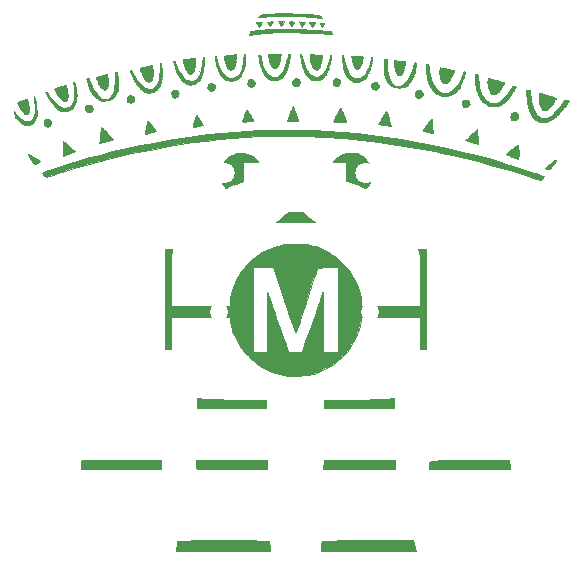
<source format=gbr>
G04 #@! TF.GenerationSoftware,KiCad,Pcbnew,5.1.4-e60b266~84~ubuntu18.04.1*
G04 #@! TF.CreationDate,2019-10-12T11:31:16-06:00*
G04 #@! TF.ProjectId,001,3030312e-6b69-4636-9164-5f7063625858,1*
G04 #@! TF.SameCoordinates,Original*
G04 #@! TF.FileFunction,Legend,Top*
G04 #@! TF.FilePolarity,Positive*
%FSLAX46Y46*%
G04 Gerber Fmt 4.6, Leading zero omitted, Abs format (unit mm)*
G04 Created by KiCad (PCBNEW 5.1.4-e60b266~84~ubuntu18.04.1) date 2019-10-12 11:31:16*
%MOMM*%
%LPD*%
G04 APERTURE LIST*
%ADD10C,0.010000*%
%ADD11R,1.800000X1.800000*%
%ADD12C,1.800000*%
%ADD13C,1.501600*%
G04 APERTURE END LIST*
D10*
G36*
X132321476Y-121270014D02*
G01*
X132711801Y-121271031D01*
X133081121Y-121272629D01*
X133427576Y-121274791D01*
X133749307Y-121277501D01*
X134044454Y-121280742D01*
X134311155Y-121284497D01*
X134547552Y-121288750D01*
X134751785Y-121293483D01*
X134921993Y-121298681D01*
X135056316Y-121304327D01*
X135152894Y-121310403D01*
X135209868Y-121316894D01*
X135222368Y-121320055D01*
X135246962Y-121331226D01*
X135265493Y-121346109D01*
X135279447Y-121370826D01*
X135290307Y-121411501D01*
X135299557Y-121474255D01*
X135308683Y-121565213D01*
X135319168Y-121690496D01*
X135322640Y-121733685D01*
X135332339Y-121849884D01*
X135342151Y-121959207D01*
X135351031Y-122050540D01*
X135357938Y-122112766D01*
X135358886Y-122119976D01*
X135371589Y-122212655D01*
X132886920Y-122208327D01*
X132529893Y-122207600D01*
X132160392Y-122206652D01*
X131783518Y-122205504D01*
X131404373Y-122204180D01*
X131028057Y-122202704D01*
X130659673Y-122201098D01*
X130304320Y-122199385D01*
X129967101Y-122197589D01*
X129653117Y-122195733D01*
X129367468Y-122193839D01*
X129115256Y-122191931D01*
X128952335Y-122190516D01*
X128668326Y-122187571D01*
X128407652Y-122184259D01*
X128172712Y-122180634D01*
X127965909Y-122176751D01*
X127789642Y-122172666D01*
X127646313Y-122168433D01*
X127538322Y-122164108D01*
X127468070Y-122159746D01*
X127438918Y-122155776D01*
X127395773Y-122132696D01*
X127378429Y-122105982D01*
X127378502Y-122104795D01*
X127383173Y-122075526D01*
X127394124Y-122012958D01*
X127409828Y-121925403D01*
X127428756Y-121821169D01*
X127449381Y-121708565D01*
X127470175Y-121595902D01*
X127489610Y-121491488D01*
X127506160Y-121403633D01*
X127518295Y-121340646D01*
X127524440Y-121311022D01*
X127539682Y-121307168D01*
X127584144Y-121303529D01*
X127658962Y-121300091D01*
X127765272Y-121296837D01*
X127904210Y-121293751D01*
X128076913Y-121290816D01*
X128284517Y-121288018D01*
X128528156Y-121285339D01*
X128808968Y-121282764D01*
X129128089Y-121280276D01*
X129486654Y-121277859D01*
X129885799Y-121275498D01*
X130119884Y-121274234D01*
X130587332Y-121272094D01*
X131043075Y-121270619D01*
X131485253Y-121269792D01*
X131912007Y-121269596D01*
X132321476Y-121270014D01*
X132321476Y-121270014D01*
G37*
X132321476Y-121270014D02*
X132711801Y-121271031D01*
X133081121Y-121272629D01*
X133427576Y-121274791D01*
X133749307Y-121277501D01*
X134044454Y-121280742D01*
X134311155Y-121284497D01*
X134547552Y-121288750D01*
X134751785Y-121293483D01*
X134921993Y-121298681D01*
X135056316Y-121304327D01*
X135152894Y-121310403D01*
X135209868Y-121316894D01*
X135222368Y-121320055D01*
X135246962Y-121331226D01*
X135265493Y-121346109D01*
X135279447Y-121370826D01*
X135290307Y-121411501D01*
X135299557Y-121474255D01*
X135308683Y-121565213D01*
X135319168Y-121690496D01*
X135322640Y-121733685D01*
X135332339Y-121849884D01*
X135342151Y-121959207D01*
X135351031Y-122050540D01*
X135357938Y-122112766D01*
X135358886Y-122119976D01*
X135371589Y-122212655D01*
X132886920Y-122208327D01*
X132529893Y-122207600D01*
X132160392Y-122206652D01*
X131783518Y-122205504D01*
X131404373Y-122204180D01*
X131028057Y-122202704D01*
X130659673Y-122201098D01*
X130304320Y-122199385D01*
X129967101Y-122197589D01*
X129653117Y-122195733D01*
X129367468Y-122193839D01*
X129115256Y-122191931D01*
X128952335Y-122190516D01*
X128668326Y-122187571D01*
X128407652Y-122184259D01*
X128172712Y-122180634D01*
X127965909Y-122176751D01*
X127789642Y-122172666D01*
X127646313Y-122168433D01*
X127538322Y-122164108D01*
X127468070Y-122159746D01*
X127438918Y-122155776D01*
X127395773Y-122132696D01*
X127378429Y-122105982D01*
X127378502Y-122104795D01*
X127383173Y-122075526D01*
X127394124Y-122012958D01*
X127409828Y-121925403D01*
X127428756Y-121821169D01*
X127449381Y-121708565D01*
X127470175Y-121595902D01*
X127489610Y-121491488D01*
X127506160Y-121403633D01*
X127518295Y-121340646D01*
X127524440Y-121311022D01*
X127539682Y-121307168D01*
X127584144Y-121303529D01*
X127658962Y-121300091D01*
X127765272Y-121296837D01*
X127904210Y-121293751D01*
X128076913Y-121290816D01*
X128284517Y-121288018D01*
X128528156Y-121285339D01*
X128808968Y-121282764D01*
X129128089Y-121280276D01*
X129486654Y-121277859D01*
X129885799Y-121275498D01*
X130119884Y-121274234D01*
X130587332Y-121272094D01*
X131043075Y-121270619D01*
X131485253Y-121269792D01*
X131912007Y-121269596D01*
X132321476Y-121270014D01*
G36*
X144742847Y-121264692D02*
G01*
X145049150Y-121265233D01*
X147482883Y-121270738D01*
X147538799Y-121545905D01*
X147565605Y-121670141D01*
X147596129Y-121799512D01*
X147626435Y-121917913D01*
X147650358Y-122002080D01*
X147675117Y-122084174D01*
X147694210Y-122150441D01*
X147704783Y-122190836D01*
X147706001Y-122197872D01*
X147685177Y-122199376D01*
X147624076Y-122200839D01*
X147524753Y-122202251D01*
X147389264Y-122203606D01*
X147219665Y-122204897D01*
X147018012Y-122206115D01*
X146786362Y-122207253D01*
X146526769Y-122208304D01*
X146241289Y-122209260D01*
X145931979Y-122210113D01*
X145600894Y-122210856D01*
X145250091Y-122211481D01*
X144881624Y-122211981D01*
X144497550Y-122212349D01*
X144099925Y-122212576D01*
X143690805Y-122212654D01*
X143684335Y-122212655D01*
X139662668Y-122212655D01*
X139664341Y-122143863D01*
X139666886Y-122100376D01*
X139672881Y-122023282D01*
X139681605Y-121921098D01*
X139692337Y-121802344D01*
X139701399Y-121706173D01*
X139736784Y-121337275D01*
X139800267Y-121318104D01*
X139838311Y-121312952D01*
X139916397Y-121307933D01*
X140032237Y-121303072D01*
X140183539Y-121298391D01*
X140368013Y-121293913D01*
X140583370Y-121289662D01*
X140827319Y-121285659D01*
X141097570Y-121281930D01*
X141391833Y-121278495D01*
X141707817Y-121275380D01*
X142043233Y-121272606D01*
X142395789Y-121270196D01*
X142763197Y-121268175D01*
X143143166Y-121266564D01*
X143533406Y-121265388D01*
X143931626Y-121264668D01*
X144335537Y-121264428D01*
X144742847Y-121264692D01*
X144742847Y-121264692D01*
G37*
X144742847Y-121264692D02*
X145049150Y-121265233D01*
X147482883Y-121270738D01*
X147538799Y-121545905D01*
X147565605Y-121670141D01*
X147596129Y-121799512D01*
X147626435Y-121917913D01*
X147650358Y-122002080D01*
X147675117Y-122084174D01*
X147694210Y-122150441D01*
X147704783Y-122190836D01*
X147706001Y-122197872D01*
X147685177Y-122199376D01*
X147624076Y-122200839D01*
X147524753Y-122202251D01*
X147389264Y-122203606D01*
X147219665Y-122204897D01*
X147018012Y-122206115D01*
X146786362Y-122207253D01*
X146526769Y-122208304D01*
X146241289Y-122209260D01*
X145931979Y-122210113D01*
X145600894Y-122210856D01*
X145250091Y-122211481D01*
X144881624Y-122211981D01*
X144497550Y-122212349D01*
X144099925Y-122212576D01*
X143690805Y-122212654D01*
X143684335Y-122212655D01*
X139662668Y-122212655D01*
X139664341Y-122143863D01*
X139666886Y-122100376D01*
X139672881Y-122023282D01*
X139681605Y-121921098D01*
X139692337Y-121802344D01*
X139701399Y-121706173D01*
X139736784Y-121337275D01*
X139800267Y-121318104D01*
X139838311Y-121312952D01*
X139916397Y-121307933D01*
X140032237Y-121303072D01*
X140183539Y-121298391D01*
X140368013Y-121293913D01*
X140583370Y-121289662D01*
X140827319Y-121285659D01*
X141097570Y-121281930D01*
X141391833Y-121278495D01*
X141707817Y-121275380D01*
X142043233Y-121272606D01*
X142395789Y-121270196D01*
X142763197Y-121268175D01*
X143143166Y-121266564D01*
X143533406Y-121265388D01*
X143931626Y-121264668D01*
X144335537Y-121264428D01*
X144742847Y-121264692D01*
G36*
X126116001Y-115206488D02*
G01*
X122730584Y-115206488D01*
X122320683Y-115206371D01*
X121929257Y-115206026D01*
X121558122Y-115205465D01*
X121209092Y-115204696D01*
X120883983Y-115203730D01*
X120584612Y-115202577D01*
X120312793Y-115201248D01*
X120070343Y-115199752D01*
X119859077Y-115198100D01*
X119680812Y-115196301D01*
X119537361Y-115194366D01*
X119430543Y-115192305D01*
X119362171Y-115190129D01*
X119334062Y-115187846D01*
X119333442Y-115187518D01*
X119330631Y-115160612D01*
X119330883Y-115099580D01*
X119333972Y-115012498D01*
X119339674Y-114907446D01*
X119342463Y-114864726D01*
X119349939Y-114753040D01*
X119356264Y-114654420D01*
X119360899Y-114577579D01*
X119363305Y-114531230D01*
X119363521Y-114523863D01*
X119365107Y-114519004D01*
X119371063Y-114514588D01*
X119383316Y-114510595D01*
X119403792Y-114507002D01*
X119434416Y-114503790D01*
X119477114Y-114500936D01*
X119533814Y-114498421D01*
X119606441Y-114496221D01*
X119696920Y-114494317D01*
X119807179Y-114492688D01*
X119939143Y-114491311D01*
X120094738Y-114490167D01*
X120275891Y-114489233D01*
X120484527Y-114488490D01*
X120722573Y-114487915D01*
X120991955Y-114487487D01*
X121294599Y-114487186D01*
X121632431Y-114486990D01*
X122007376Y-114486878D01*
X122421362Y-114486829D01*
X122739918Y-114486821D01*
X126116001Y-114486821D01*
X126116001Y-115206488D01*
X126116001Y-115206488D01*
G37*
X126116001Y-115206488D02*
X122730584Y-115206488D01*
X122320683Y-115206371D01*
X121929257Y-115206026D01*
X121558122Y-115205465D01*
X121209092Y-115204696D01*
X120883983Y-115203730D01*
X120584612Y-115202577D01*
X120312793Y-115201248D01*
X120070343Y-115199752D01*
X119859077Y-115198100D01*
X119680812Y-115196301D01*
X119537361Y-115194366D01*
X119430543Y-115192305D01*
X119362171Y-115190129D01*
X119334062Y-115187846D01*
X119333442Y-115187518D01*
X119330631Y-115160612D01*
X119330883Y-115099580D01*
X119333972Y-115012498D01*
X119339674Y-114907446D01*
X119342463Y-114864726D01*
X119349939Y-114753040D01*
X119356264Y-114654420D01*
X119360899Y-114577579D01*
X119363305Y-114531230D01*
X119363521Y-114523863D01*
X119365107Y-114519004D01*
X119371063Y-114514588D01*
X119383316Y-114510595D01*
X119403792Y-114507002D01*
X119434416Y-114503790D01*
X119477114Y-114500936D01*
X119533814Y-114498421D01*
X119606441Y-114496221D01*
X119696920Y-114494317D01*
X119807179Y-114492688D01*
X119939143Y-114491311D01*
X120094738Y-114490167D01*
X120275891Y-114489233D01*
X120484527Y-114488490D01*
X120722573Y-114487915D01*
X120991955Y-114487487D01*
X121294599Y-114487186D01*
X121632431Y-114486990D01*
X122007376Y-114486878D01*
X122421362Y-114486829D01*
X122739918Y-114486821D01*
X126116001Y-114486821D01*
X126116001Y-115206488D01*
G36*
X135111835Y-115206488D02*
G01*
X132116087Y-115206488D01*
X131688177Y-115206426D01*
X131300779Y-115206230D01*
X130952070Y-115205883D01*
X130640228Y-115205369D01*
X130363432Y-115204671D01*
X130119859Y-115203772D01*
X129907687Y-115202656D01*
X129725095Y-115201306D01*
X129570260Y-115199706D01*
X129441361Y-115197839D01*
X129336576Y-115195688D01*
X129254082Y-115193238D01*
X129192057Y-115190470D01*
X129148681Y-115187370D01*
X129122130Y-115183920D01*
X129110583Y-115180103D01*
X129109845Y-115179141D01*
X129106577Y-115149350D01*
X129104495Y-115085269D01*
X129103703Y-114994926D01*
X129104305Y-114886350D01*
X129105218Y-114824599D01*
X129111085Y-114497405D01*
X132111460Y-114492040D01*
X135111835Y-114486676D01*
X135111835Y-115206488D01*
X135111835Y-115206488D01*
G37*
X135111835Y-115206488D02*
X132116087Y-115206488D01*
X131688177Y-115206426D01*
X131300779Y-115206230D01*
X130952070Y-115205883D01*
X130640228Y-115205369D01*
X130363432Y-115204671D01*
X130119859Y-115203772D01*
X129907687Y-115202656D01*
X129725095Y-115201306D01*
X129570260Y-115199706D01*
X129441361Y-115197839D01*
X129336576Y-115195688D01*
X129254082Y-115193238D01*
X129192057Y-115190470D01*
X129148681Y-115187370D01*
X129122130Y-115183920D01*
X129110583Y-115180103D01*
X129109845Y-115179141D01*
X129106577Y-115149350D01*
X129104495Y-115085269D01*
X129103703Y-114994926D01*
X129104305Y-114886350D01*
X129105218Y-114824599D01*
X129111085Y-114497405D01*
X132111460Y-114492040D01*
X135111835Y-114486676D01*
X135111835Y-115206488D01*
G36*
X145917418Y-115195905D02*
G01*
X142874710Y-115201268D01*
X142519427Y-115201785D01*
X142175923Y-115202072D01*
X141846558Y-115202138D01*
X141533697Y-115201989D01*
X141239701Y-115201635D01*
X140966936Y-115201083D01*
X140717762Y-115200343D01*
X140494544Y-115199421D01*
X140299644Y-115198327D01*
X140135425Y-115197068D01*
X140004251Y-115195654D01*
X139908484Y-115194091D01*
X139850487Y-115192388D01*
X139832519Y-115190685D01*
X139837467Y-115162070D01*
X139849377Y-115108166D01*
X139856203Y-115079488D01*
X139866895Y-115018825D01*
X139877713Y-114929171D01*
X139887223Y-114823837D01*
X139892728Y-114740821D01*
X139906085Y-114497405D01*
X145917418Y-114497405D01*
X145917418Y-115195905D01*
X145917418Y-115195905D01*
G37*
X145917418Y-115195905D02*
X142874710Y-115201268D01*
X142519427Y-115201785D01*
X142175923Y-115202072D01*
X141846558Y-115202138D01*
X141533697Y-115201989D01*
X141239701Y-115201635D01*
X140966936Y-115201083D01*
X140717762Y-115200343D01*
X140494544Y-115199421D01*
X140299644Y-115198327D01*
X140135425Y-115197068D01*
X140004251Y-115195654D01*
X139908484Y-115194091D01*
X139850487Y-115192388D01*
X139832519Y-115190685D01*
X139837467Y-115162070D01*
X139849377Y-115108166D01*
X139856203Y-115079488D01*
X139866895Y-115018825D01*
X139877713Y-114929171D01*
X139887223Y-114823837D01*
X139892728Y-114740821D01*
X139906085Y-114497405D01*
X145917418Y-114497405D01*
X145917418Y-115195905D01*
G36*
X153426163Y-114488128D02*
G01*
X153719021Y-114488450D01*
X154001154Y-114488978D01*
X154269635Y-114489713D01*
X154521534Y-114490657D01*
X154753923Y-114491811D01*
X154963873Y-114493175D01*
X155148455Y-114494751D01*
X155304740Y-114496539D01*
X155429800Y-114498541D01*
X155520705Y-114500758D01*
X155574528Y-114503191D01*
X155588907Y-114505273D01*
X155599286Y-114538849D01*
X155612019Y-114604503D01*
X155625772Y-114692140D01*
X155639214Y-114791666D01*
X155651013Y-114892985D01*
X155659836Y-114986004D01*
X155664350Y-115060627D01*
X155664668Y-115079349D01*
X155664668Y-115206488D01*
X152260362Y-115206488D01*
X151883977Y-115206402D01*
X151519080Y-115206149D01*
X151167916Y-115205739D01*
X150832734Y-115205182D01*
X150515779Y-115204486D01*
X150219300Y-115203660D01*
X149945542Y-115202715D01*
X149696752Y-115201659D01*
X149475178Y-115200501D01*
X149283067Y-115199252D01*
X149122665Y-115197919D01*
X148996219Y-115196513D01*
X148905975Y-115195043D01*
X148854182Y-115193517D01*
X148841946Y-115192377D01*
X148836441Y-115166836D01*
X148831940Y-115107812D01*
X148828915Y-115024154D01*
X148827835Y-114926831D01*
X148828382Y-114818985D01*
X148830966Y-114744861D01*
X148837001Y-114695856D01*
X148847903Y-114663363D01*
X148865085Y-114638777D01*
X148877294Y-114625938D01*
X148909582Y-114600198D01*
X148953087Y-114578823D01*
X149012126Y-114561216D01*
X149091017Y-114546784D01*
X149194079Y-114534931D01*
X149325629Y-114525063D01*
X149489987Y-114516584D01*
X149691470Y-114508900D01*
X149738001Y-114507361D01*
X149840264Y-114504712D01*
X149975734Y-114502254D01*
X150141484Y-114499987D01*
X150334583Y-114497913D01*
X150552105Y-114496034D01*
X150791118Y-114494349D01*
X151048696Y-114492860D01*
X151321909Y-114491568D01*
X151607828Y-114490474D01*
X151903525Y-114489579D01*
X152206070Y-114488884D01*
X152512535Y-114488391D01*
X152819992Y-114488100D01*
X153125511Y-114488012D01*
X153426163Y-114488128D01*
X153426163Y-114488128D01*
G37*
X153426163Y-114488128D02*
X153719021Y-114488450D01*
X154001154Y-114488978D01*
X154269635Y-114489713D01*
X154521534Y-114490657D01*
X154753923Y-114491811D01*
X154963873Y-114493175D01*
X155148455Y-114494751D01*
X155304740Y-114496539D01*
X155429800Y-114498541D01*
X155520705Y-114500758D01*
X155574528Y-114503191D01*
X155588907Y-114505273D01*
X155599286Y-114538849D01*
X155612019Y-114604503D01*
X155625772Y-114692140D01*
X155639214Y-114791666D01*
X155651013Y-114892985D01*
X155659836Y-114986004D01*
X155664350Y-115060627D01*
X155664668Y-115079349D01*
X155664668Y-115206488D01*
X152260362Y-115206488D01*
X151883977Y-115206402D01*
X151519080Y-115206149D01*
X151167916Y-115205739D01*
X150832734Y-115205182D01*
X150515779Y-115204486D01*
X150219300Y-115203660D01*
X149945542Y-115202715D01*
X149696752Y-115201659D01*
X149475178Y-115200501D01*
X149283067Y-115199252D01*
X149122665Y-115197919D01*
X148996219Y-115196513D01*
X148905975Y-115195043D01*
X148854182Y-115193517D01*
X148841946Y-115192377D01*
X148836441Y-115166836D01*
X148831940Y-115107812D01*
X148828915Y-115024154D01*
X148827835Y-114926831D01*
X148828382Y-114818985D01*
X148830966Y-114744861D01*
X148837001Y-114695856D01*
X148847903Y-114663363D01*
X148865085Y-114638777D01*
X148877294Y-114625938D01*
X148909582Y-114600198D01*
X148953087Y-114578823D01*
X149012126Y-114561216D01*
X149091017Y-114546784D01*
X149194079Y-114534931D01*
X149325629Y-114525063D01*
X149489987Y-114516584D01*
X149691470Y-114508900D01*
X149738001Y-114507361D01*
X149840264Y-114504712D01*
X149975734Y-114502254D01*
X150141484Y-114499987D01*
X150334583Y-114497913D01*
X150552105Y-114496034D01*
X150791118Y-114494349D01*
X151048696Y-114492860D01*
X151321909Y-114491568D01*
X151607828Y-114490474D01*
X151903525Y-114489579D01*
X152206070Y-114488884D01*
X152512535Y-114488391D01*
X152819992Y-114488100D01*
X153125511Y-114488012D01*
X153426163Y-114488128D01*
G36*
X129275254Y-109205254D02*
G01*
X129330657Y-109216938D01*
X129356173Y-109223179D01*
X129428522Y-109239887D01*
X129504427Y-109255023D01*
X129586275Y-109268682D01*
X129676454Y-109280956D01*
X129777352Y-109291938D01*
X129891356Y-109301722D01*
X130020855Y-109310401D01*
X130168236Y-109318067D01*
X130335886Y-109324815D01*
X130526194Y-109330737D01*
X130741548Y-109335927D01*
X130984334Y-109340477D01*
X131256941Y-109344482D01*
X131561757Y-109348033D01*
X131901169Y-109351224D01*
X132277565Y-109354149D01*
X132693333Y-109356901D01*
X132799376Y-109357546D01*
X135048335Y-109371045D01*
X135048335Y-110062988D01*
X129164001Y-110062988D01*
X129164001Y-109664867D01*
X129164270Y-109509004D01*
X129166412Y-109390875D01*
X129172428Y-109305881D01*
X129184319Y-109249421D01*
X129204087Y-109216896D01*
X129233731Y-109203707D01*
X129275254Y-109205254D01*
X129275254Y-109205254D01*
G37*
X129275254Y-109205254D02*
X129330657Y-109216938D01*
X129356173Y-109223179D01*
X129428522Y-109239887D01*
X129504427Y-109255023D01*
X129586275Y-109268682D01*
X129676454Y-109280956D01*
X129777352Y-109291938D01*
X129891356Y-109301722D01*
X130020855Y-109310401D01*
X130168236Y-109318067D01*
X130335886Y-109324815D01*
X130526194Y-109330737D01*
X130741548Y-109335927D01*
X130984334Y-109340477D01*
X131256941Y-109344482D01*
X131561757Y-109348033D01*
X131901169Y-109351224D01*
X132277565Y-109354149D01*
X132693333Y-109356901D01*
X132799376Y-109357546D01*
X135048335Y-109371045D01*
X135048335Y-110062988D01*
X129164001Y-110062988D01*
X129164001Y-109664867D01*
X129164270Y-109509004D01*
X129166412Y-109390875D01*
X129172428Y-109305881D01*
X129184319Y-109249421D01*
X129204087Y-109216896D01*
X129233731Y-109203707D01*
X129275254Y-109205254D01*
G36*
X145825537Y-109211532D02*
G01*
X145828786Y-109214445D01*
X145839244Y-109244269D01*
X145847760Y-109311735D01*
X145854432Y-109418180D01*
X145859361Y-109564940D01*
X145861157Y-109651268D01*
X145868397Y-110062988D01*
X139959001Y-110062988D01*
X139959001Y-109371008D01*
X142197376Y-109357828D01*
X142625850Y-109355130D01*
X143014354Y-109352266D01*
X143365255Y-109349142D01*
X143680914Y-109345667D01*
X143963698Y-109341750D01*
X144215971Y-109337297D01*
X144440096Y-109332217D01*
X144638438Y-109326417D01*
X144813362Y-109319806D01*
X144967232Y-109312292D01*
X145102411Y-109303782D01*
X145221265Y-109294184D01*
X145326158Y-109283407D01*
X145419454Y-109271357D01*
X145503518Y-109257944D01*
X145580713Y-109243075D01*
X145653405Y-109226657D01*
X145670036Y-109222578D01*
X145749226Y-109205332D01*
X145797928Y-109201811D01*
X145825537Y-109211532D01*
X145825537Y-109211532D01*
G37*
X145825537Y-109211532D02*
X145828786Y-109214445D01*
X145839244Y-109244269D01*
X145847760Y-109311735D01*
X145854432Y-109418180D01*
X145859361Y-109564940D01*
X145861157Y-109651268D01*
X145868397Y-110062988D01*
X139959001Y-110062988D01*
X139959001Y-109371008D01*
X142197376Y-109357828D01*
X142625850Y-109355130D01*
X143014354Y-109352266D01*
X143365255Y-109349142D01*
X143680914Y-109345667D01*
X143963698Y-109341750D01*
X144215971Y-109337297D01*
X144440096Y-109332217D01*
X144638438Y-109326417D01*
X144813362Y-109319806D01*
X144967232Y-109312292D01*
X145102411Y-109303782D01*
X145221265Y-109294184D01*
X145326158Y-109283407D01*
X145419454Y-109271357D01*
X145503518Y-109257944D01*
X145580713Y-109243075D01*
X145653405Y-109226657D01*
X145670036Y-109222578D01*
X145749226Y-109205332D01*
X145797928Y-109201811D01*
X145825537Y-109211532D01*
G36*
X137924793Y-96149833D02*
G01*
X138161919Y-96163732D01*
X138338790Y-96180729D01*
X138529815Y-96210513D01*
X138747549Y-96256906D01*
X138981219Y-96316832D01*
X139220054Y-96387217D01*
X139453283Y-96464987D01*
X139670134Y-96547067D01*
X139770462Y-96589382D01*
X140168652Y-96786321D01*
X140556542Y-97021522D01*
X140929874Y-97291349D01*
X141284395Y-97592165D01*
X141615847Y-97920333D01*
X141919975Y-98272217D01*
X142192523Y-98644179D01*
X142215631Y-98678931D01*
X142370552Y-98931700D01*
X142519822Y-99209265D01*
X142659223Y-99501834D01*
X142784539Y-99799616D01*
X142891551Y-100092821D01*
X142976044Y-100371656D01*
X143016340Y-100537988D01*
X143035516Y-100653328D01*
X143051954Y-100804106D01*
X143065420Y-100983503D01*
X143075677Y-101184698D01*
X143082488Y-101400869D01*
X143085618Y-101625198D01*
X143084831Y-101850862D01*
X143079890Y-102071041D01*
X143074233Y-102210155D01*
X143057486Y-102489447D01*
X143034962Y-102735369D01*
X143004404Y-102956735D01*
X142963554Y-103162362D01*
X142910156Y-103361066D01*
X142841952Y-103561661D01*
X142756684Y-103772965D01*
X142652095Y-104003792D01*
X142572880Y-104168071D01*
X142409929Y-104480945D01*
X142241093Y-104764508D01*
X142058945Y-105029227D01*
X141856056Y-105285571D01*
X141624999Y-105544009D01*
X141516200Y-105657299D01*
X141152858Y-106000156D01*
X140770606Y-106305444D01*
X140369906Y-106572895D01*
X139951216Y-106802241D01*
X139514999Y-106993213D01*
X139061713Y-107145542D01*
X138884370Y-107193419D01*
X138665446Y-107240242D01*
X138414177Y-107279577D01*
X138139996Y-107310780D01*
X137852335Y-107333211D01*
X137560624Y-107346227D01*
X137274297Y-107349188D01*
X137002784Y-107341450D01*
X136853411Y-107331611D01*
X136540041Y-107290572D01*
X136208135Y-107218764D01*
X135865048Y-107118912D01*
X135518133Y-106993739D01*
X135174746Y-106845970D01*
X134842240Y-106678330D01*
X134527971Y-106493541D01*
X134444615Y-106439345D01*
X134238366Y-106298040D01*
X134058116Y-106164484D01*
X133891484Y-106028564D01*
X133726089Y-105880165D01*
X133549550Y-105709173D01*
X133544040Y-105703677D01*
X133242021Y-105381089D01*
X132974971Y-105049622D01*
X132737576Y-104701481D01*
X132524517Y-104328870D01*
X132330770Y-103924655D01*
X132243295Y-103718256D01*
X132168911Y-103524149D01*
X132106742Y-103336807D01*
X132055915Y-103150700D01*
X132015554Y-102960299D01*
X131984785Y-102760077D01*
X131962733Y-102544504D01*
X131948523Y-102308052D01*
X131941282Y-102045192D01*
X131940134Y-101750396D01*
X131943224Y-101474931D01*
X131947172Y-101258831D01*
X131951848Y-101078491D01*
X131958112Y-100927340D01*
X131966823Y-100798803D01*
X131978843Y-100686310D01*
X131995031Y-100583286D01*
X132016247Y-100483160D01*
X132043351Y-100379359D01*
X132077204Y-100265310D01*
X132118641Y-100134516D01*
X132293221Y-99658982D01*
X132503277Y-99205837D01*
X132748129Y-98776096D01*
X133027093Y-98370774D01*
X133212202Y-98145669D01*
X133947668Y-98145669D01*
X133947668Y-105321655D01*
X135111835Y-105321655D01*
X135114601Y-102935113D01*
X135115083Y-102617383D01*
X135115772Y-102309255D01*
X135116650Y-102013638D01*
X135117698Y-101733443D01*
X135118898Y-101471581D01*
X135120233Y-101230962D01*
X135121684Y-101014498D01*
X135123232Y-100825097D01*
X135124860Y-100665672D01*
X135126550Y-100539133D01*
X135128283Y-100448390D01*
X135130042Y-100396354D01*
X135130476Y-100389821D01*
X135143585Y-100231071D01*
X135182871Y-100368655D01*
X135221280Y-100497359D01*
X135274042Y-100664840D01*
X135340838Y-100870165D01*
X135421347Y-101112401D01*
X135515250Y-101390616D01*
X135622227Y-101703876D01*
X135741959Y-102051249D01*
X135874127Y-102431802D01*
X136018409Y-102844602D01*
X136174488Y-103288717D01*
X136342042Y-103763214D01*
X136466774Y-104115155D01*
X136538379Y-104316942D01*
X136606540Y-104509084D01*
X136669779Y-104687410D01*
X136726619Y-104847750D01*
X136775581Y-104985935D01*
X136815187Y-105097794D01*
X136843961Y-105179158D01*
X136860423Y-105225857D01*
X136862467Y-105231696D01*
X136893814Y-105321655D01*
X137172283Y-105321577D01*
X137307869Y-105320409D01*
X137465219Y-105317296D01*
X137623834Y-105312728D01*
X137750483Y-105307787D01*
X138050215Y-105294075D01*
X138244854Y-104752240D01*
X138427100Y-104244256D01*
X138595191Y-103774345D01*
X138749687Y-103340888D01*
X138891149Y-102942266D01*
X139020137Y-102576858D01*
X139137212Y-102243046D01*
X139242935Y-101939210D01*
X139337867Y-101663729D01*
X139422567Y-101414985D01*
X139497597Y-101191359D01*
X139563517Y-100991229D01*
X139620889Y-100812977D01*
X139670272Y-100654984D01*
X139712227Y-100515629D01*
X139716536Y-100500946D01*
X139747418Y-100399325D01*
X139775483Y-100314122D01*
X139798140Y-100252697D01*
X139812798Y-100222406D01*
X139815309Y-100220488D01*
X139818423Y-100241019D01*
X139821347Y-100300071D01*
X139824030Y-100393831D01*
X139826415Y-100518487D01*
X139828449Y-100670226D01*
X139830077Y-100845237D01*
X139831244Y-101039705D01*
X139831897Y-101249821D01*
X139832019Y-101389946D01*
X139832279Y-101637806D01*
X139833021Y-101919141D01*
X139834194Y-102225093D01*
X139835751Y-102546807D01*
X139837643Y-102875428D01*
X139839821Y-103202099D01*
X139842235Y-103517965D01*
X139844838Y-103814169D01*
X139846077Y-103940530D01*
X139860116Y-105321655D01*
X141080835Y-105321655D01*
X141080835Y-98145113D01*
X140228876Y-98158903D01*
X140042984Y-98162224D01*
X139870415Y-98165907D01*
X139715730Y-98169811D01*
X139583492Y-98173793D01*
X139478262Y-98177712D01*
X139404602Y-98181424D01*
X139367074Y-98184788D01*
X139363292Y-98185882D01*
X139354775Y-98207609D01*
X139334230Y-98266563D01*
X139302666Y-98359693D01*
X139261090Y-98483951D01*
X139210513Y-98636286D01*
X139151942Y-98813650D01*
X139086386Y-99012991D01*
X139014854Y-99231262D01*
X138938354Y-99465411D01*
X138857895Y-99712390D01*
X138826893Y-99807738D01*
X138674412Y-100276642D01*
X138534296Y-100706808D01*
X138405996Y-101099814D01*
X138288963Y-101457236D01*
X138182649Y-101780652D01*
X138086505Y-102071639D01*
X137999981Y-102331775D01*
X137922530Y-102562637D01*
X137853603Y-102765803D01*
X137792650Y-102942850D01*
X137739124Y-103095356D01*
X137692475Y-103224897D01*
X137652154Y-103333051D01*
X137617613Y-103421396D01*
X137588303Y-103491509D01*
X137563675Y-103544967D01*
X137543181Y-103583348D01*
X137526271Y-103608229D01*
X137512398Y-103621188D01*
X137501011Y-103623801D01*
X137499466Y-103623393D01*
X137494434Y-103620070D01*
X137488145Y-103611958D01*
X137479965Y-103597225D01*
X137469260Y-103574039D01*
X137455395Y-103540570D01*
X137437735Y-103494985D01*
X137415647Y-103435453D01*
X137388495Y-103360143D01*
X137355646Y-103267223D01*
X137316465Y-103154862D01*
X137270318Y-103021228D01*
X137216569Y-102864490D01*
X137154586Y-102682816D01*
X137083733Y-102474376D01*
X137003376Y-102237336D01*
X136912881Y-101969867D01*
X136811612Y-101670137D01*
X136698937Y-101336313D01*
X136574220Y-100966565D01*
X136436827Y-100559062D01*
X136394047Y-100432155D01*
X135627035Y-98156738D01*
X134787351Y-98151203D01*
X133947668Y-98145669D01*
X133212202Y-98145669D01*
X133339487Y-97990883D01*
X133684630Y-97637439D01*
X133964391Y-97390467D01*
X134323814Y-97118086D01*
X134708848Y-96873780D01*
X135113761Y-96660218D01*
X135532818Y-96480070D01*
X135960287Y-96336005D01*
X136390434Y-96230694D01*
X136498251Y-96210641D01*
X136687929Y-96184129D01*
X136909779Y-96163957D01*
X137154097Y-96150283D01*
X137411176Y-96143267D01*
X137671310Y-96143064D01*
X137924793Y-96149833D01*
X137924793Y-96149833D01*
G37*
X137924793Y-96149833D02*
X138161919Y-96163732D01*
X138338790Y-96180729D01*
X138529815Y-96210513D01*
X138747549Y-96256906D01*
X138981219Y-96316832D01*
X139220054Y-96387217D01*
X139453283Y-96464987D01*
X139670134Y-96547067D01*
X139770462Y-96589382D01*
X140168652Y-96786321D01*
X140556542Y-97021522D01*
X140929874Y-97291349D01*
X141284395Y-97592165D01*
X141615847Y-97920333D01*
X141919975Y-98272217D01*
X142192523Y-98644179D01*
X142215631Y-98678931D01*
X142370552Y-98931700D01*
X142519822Y-99209265D01*
X142659223Y-99501834D01*
X142784539Y-99799616D01*
X142891551Y-100092821D01*
X142976044Y-100371656D01*
X143016340Y-100537988D01*
X143035516Y-100653328D01*
X143051954Y-100804106D01*
X143065420Y-100983503D01*
X143075677Y-101184698D01*
X143082488Y-101400869D01*
X143085618Y-101625198D01*
X143084831Y-101850862D01*
X143079890Y-102071041D01*
X143074233Y-102210155D01*
X143057486Y-102489447D01*
X143034962Y-102735369D01*
X143004404Y-102956735D01*
X142963554Y-103162362D01*
X142910156Y-103361066D01*
X142841952Y-103561661D01*
X142756684Y-103772965D01*
X142652095Y-104003792D01*
X142572880Y-104168071D01*
X142409929Y-104480945D01*
X142241093Y-104764508D01*
X142058945Y-105029227D01*
X141856056Y-105285571D01*
X141624999Y-105544009D01*
X141516200Y-105657299D01*
X141152858Y-106000156D01*
X140770606Y-106305444D01*
X140369906Y-106572895D01*
X139951216Y-106802241D01*
X139514999Y-106993213D01*
X139061713Y-107145542D01*
X138884370Y-107193419D01*
X138665446Y-107240242D01*
X138414177Y-107279577D01*
X138139996Y-107310780D01*
X137852335Y-107333211D01*
X137560624Y-107346227D01*
X137274297Y-107349188D01*
X137002784Y-107341450D01*
X136853411Y-107331611D01*
X136540041Y-107290572D01*
X136208135Y-107218764D01*
X135865048Y-107118912D01*
X135518133Y-106993739D01*
X135174746Y-106845970D01*
X134842240Y-106678330D01*
X134527971Y-106493541D01*
X134444615Y-106439345D01*
X134238366Y-106298040D01*
X134058116Y-106164484D01*
X133891484Y-106028564D01*
X133726089Y-105880165D01*
X133549550Y-105709173D01*
X133544040Y-105703677D01*
X133242021Y-105381089D01*
X132974971Y-105049622D01*
X132737576Y-104701481D01*
X132524517Y-104328870D01*
X132330770Y-103924655D01*
X132243295Y-103718256D01*
X132168911Y-103524149D01*
X132106742Y-103336807D01*
X132055915Y-103150700D01*
X132015554Y-102960299D01*
X131984785Y-102760077D01*
X131962733Y-102544504D01*
X131948523Y-102308052D01*
X131941282Y-102045192D01*
X131940134Y-101750396D01*
X131943224Y-101474931D01*
X131947172Y-101258831D01*
X131951848Y-101078491D01*
X131958112Y-100927340D01*
X131966823Y-100798803D01*
X131978843Y-100686310D01*
X131995031Y-100583286D01*
X132016247Y-100483160D01*
X132043351Y-100379359D01*
X132077204Y-100265310D01*
X132118641Y-100134516D01*
X132293221Y-99658982D01*
X132503277Y-99205837D01*
X132748129Y-98776096D01*
X133027093Y-98370774D01*
X133212202Y-98145669D01*
X133947668Y-98145669D01*
X133947668Y-105321655D01*
X135111835Y-105321655D01*
X135114601Y-102935113D01*
X135115083Y-102617383D01*
X135115772Y-102309255D01*
X135116650Y-102013638D01*
X135117698Y-101733443D01*
X135118898Y-101471581D01*
X135120233Y-101230962D01*
X135121684Y-101014498D01*
X135123232Y-100825097D01*
X135124860Y-100665672D01*
X135126550Y-100539133D01*
X135128283Y-100448390D01*
X135130042Y-100396354D01*
X135130476Y-100389821D01*
X135143585Y-100231071D01*
X135182871Y-100368655D01*
X135221280Y-100497359D01*
X135274042Y-100664840D01*
X135340838Y-100870165D01*
X135421347Y-101112401D01*
X135515250Y-101390616D01*
X135622227Y-101703876D01*
X135741959Y-102051249D01*
X135874127Y-102431802D01*
X136018409Y-102844602D01*
X136174488Y-103288717D01*
X136342042Y-103763214D01*
X136466774Y-104115155D01*
X136538379Y-104316942D01*
X136606540Y-104509084D01*
X136669779Y-104687410D01*
X136726619Y-104847750D01*
X136775581Y-104985935D01*
X136815187Y-105097794D01*
X136843961Y-105179158D01*
X136860423Y-105225857D01*
X136862467Y-105231696D01*
X136893814Y-105321655D01*
X137172283Y-105321577D01*
X137307869Y-105320409D01*
X137465219Y-105317296D01*
X137623834Y-105312728D01*
X137750483Y-105307787D01*
X138050215Y-105294075D01*
X138244854Y-104752240D01*
X138427100Y-104244256D01*
X138595191Y-103774345D01*
X138749687Y-103340888D01*
X138891149Y-102942266D01*
X139020137Y-102576858D01*
X139137212Y-102243046D01*
X139242935Y-101939210D01*
X139337867Y-101663729D01*
X139422567Y-101414985D01*
X139497597Y-101191359D01*
X139563517Y-100991229D01*
X139620889Y-100812977D01*
X139670272Y-100654984D01*
X139712227Y-100515629D01*
X139716536Y-100500946D01*
X139747418Y-100399325D01*
X139775483Y-100314122D01*
X139798140Y-100252697D01*
X139812798Y-100222406D01*
X139815309Y-100220488D01*
X139818423Y-100241019D01*
X139821347Y-100300071D01*
X139824030Y-100393831D01*
X139826415Y-100518487D01*
X139828449Y-100670226D01*
X139830077Y-100845237D01*
X139831244Y-101039705D01*
X139831897Y-101249821D01*
X139832019Y-101389946D01*
X139832279Y-101637806D01*
X139833021Y-101919141D01*
X139834194Y-102225093D01*
X139835751Y-102546807D01*
X139837643Y-102875428D01*
X139839821Y-103202099D01*
X139842235Y-103517965D01*
X139844838Y-103814169D01*
X139846077Y-103940530D01*
X139860116Y-105321655D01*
X141080835Y-105321655D01*
X141080835Y-98145113D01*
X140228876Y-98158903D01*
X140042984Y-98162224D01*
X139870415Y-98165907D01*
X139715730Y-98169811D01*
X139583492Y-98173793D01*
X139478262Y-98177712D01*
X139404602Y-98181424D01*
X139367074Y-98184788D01*
X139363292Y-98185882D01*
X139354775Y-98207609D01*
X139334230Y-98266563D01*
X139302666Y-98359693D01*
X139261090Y-98483951D01*
X139210513Y-98636286D01*
X139151942Y-98813650D01*
X139086386Y-99012991D01*
X139014854Y-99231262D01*
X138938354Y-99465411D01*
X138857895Y-99712390D01*
X138826893Y-99807738D01*
X138674412Y-100276642D01*
X138534296Y-100706808D01*
X138405996Y-101099814D01*
X138288963Y-101457236D01*
X138182649Y-101780652D01*
X138086505Y-102071639D01*
X137999981Y-102331775D01*
X137922530Y-102562637D01*
X137853603Y-102765803D01*
X137792650Y-102942850D01*
X137739124Y-103095356D01*
X137692475Y-103224897D01*
X137652154Y-103333051D01*
X137617613Y-103421396D01*
X137588303Y-103491509D01*
X137563675Y-103544967D01*
X137543181Y-103583348D01*
X137526271Y-103608229D01*
X137512398Y-103621188D01*
X137501011Y-103623801D01*
X137499466Y-103623393D01*
X137494434Y-103620070D01*
X137488145Y-103611958D01*
X137479965Y-103597225D01*
X137469260Y-103574039D01*
X137455395Y-103540570D01*
X137437735Y-103494985D01*
X137415647Y-103435453D01*
X137388495Y-103360143D01*
X137355646Y-103267223D01*
X137316465Y-103154862D01*
X137270318Y-103021228D01*
X137216569Y-102864490D01*
X137154586Y-102682816D01*
X137083733Y-102474376D01*
X137003376Y-102237336D01*
X136912881Y-101969867D01*
X136811612Y-101670137D01*
X136698937Y-101336313D01*
X136574220Y-100966565D01*
X136436827Y-100559062D01*
X136394047Y-100432155D01*
X135627035Y-98156738D01*
X134787351Y-98151203D01*
X133947668Y-98145669D01*
X133212202Y-98145669D01*
X133339487Y-97990883D01*
X133684630Y-97637439D01*
X133964391Y-97390467D01*
X134323814Y-97118086D01*
X134708848Y-96873780D01*
X135113761Y-96660218D01*
X135532818Y-96480070D01*
X135960287Y-96336005D01*
X136390434Y-96230694D01*
X136498251Y-96210641D01*
X136687929Y-96184129D01*
X136909779Y-96163957D01*
X137154097Y-96150283D01*
X137411176Y-96143267D01*
X137671310Y-96143064D01*
X137924793Y-96149833D01*
G36*
X126911224Y-96581256D02*
G01*
X127007399Y-96585409D01*
X127067974Y-96592048D01*
X127089653Y-96600945D01*
X127089668Y-96601212D01*
X127085306Y-96630298D01*
X127073636Y-96690021D01*
X127056785Y-96769749D01*
X127048032Y-96809524D01*
X127033873Y-96875608D01*
X127021274Y-96941296D01*
X127010126Y-97009427D01*
X127000321Y-97082837D01*
X126991749Y-97164362D01*
X126984304Y-97256838D01*
X126977875Y-97363103D01*
X126972355Y-97485993D01*
X126967636Y-97628344D01*
X126963608Y-97792993D01*
X126960164Y-97982776D01*
X126957194Y-98200531D01*
X126954591Y-98449093D01*
X126952246Y-98731299D01*
X126950050Y-99049986D01*
X126947895Y-99407990D01*
X126947758Y-99432030D01*
X126936380Y-101426988D01*
X131852168Y-101426988D01*
X131852168Y-102358321D01*
X126941501Y-102358321D01*
X126941501Y-105046488D01*
X126475835Y-105046488D01*
X126475835Y-96579821D01*
X126782751Y-96579821D01*
X126911224Y-96581256D01*
X126911224Y-96581256D01*
G37*
X126911224Y-96581256D02*
X127007399Y-96585409D01*
X127067974Y-96592048D01*
X127089653Y-96600945D01*
X127089668Y-96601212D01*
X127085306Y-96630298D01*
X127073636Y-96690021D01*
X127056785Y-96769749D01*
X127048032Y-96809524D01*
X127033873Y-96875608D01*
X127021274Y-96941296D01*
X127010126Y-97009427D01*
X127000321Y-97082837D01*
X126991749Y-97164362D01*
X126984304Y-97256838D01*
X126977875Y-97363103D01*
X126972355Y-97485993D01*
X126967636Y-97628344D01*
X126963608Y-97792993D01*
X126960164Y-97982776D01*
X126957194Y-98200531D01*
X126954591Y-98449093D01*
X126952246Y-98731299D01*
X126950050Y-99049986D01*
X126947895Y-99407990D01*
X126947758Y-99432030D01*
X126936380Y-101426988D01*
X131852168Y-101426988D01*
X131852168Y-102358321D01*
X126941501Y-102358321D01*
X126941501Y-105046488D01*
X126475835Y-105046488D01*
X126475835Y-96579821D01*
X126782751Y-96579821D01*
X126911224Y-96581256D01*
G36*
X148547428Y-100807863D02*
G01*
X148542085Y-105035905D01*
X148314543Y-105041912D01*
X148087001Y-105047920D01*
X148087001Y-102358321D01*
X143176335Y-102358321D01*
X143176335Y-101427165D01*
X145626376Y-101421785D01*
X148076418Y-101416405D01*
X148071183Y-99617238D01*
X148069846Y-99233546D01*
X148068123Y-98889479D01*
X148065923Y-98582329D01*
X148063148Y-98309388D01*
X148059707Y-98067948D01*
X148055503Y-97855301D01*
X148050443Y-97668740D01*
X148044433Y-97505556D01*
X148037379Y-97363043D01*
X148029185Y-97238492D01*
X148019757Y-97129196D01*
X148009003Y-97032446D01*
X147996826Y-96945535D01*
X147983132Y-96865755D01*
X147973687Y-96817946D01*
X147924337Y-96579821D01*
X148552772Y-96579821D01*
X148547428Y-100807863D01*
X148547428Y-100807863D01*
G37*
X148547428Y-100807863D02*
X148542085Y-105035905D01*
X148314543Y-105041912D01*
X148087001Y-105047920D01*
X148087001Y-102358321D01*
X143176335Y-102358321D01*
X143176335Y-101427165D01*
X145626376Y-101421785D01*
X148076418Y-101416405D01*
X148071183Y-99617238D01*
X148069846Y-99233546D01*
X148068123Y-98889479D01*
X148065923Y-98582329D01*
X148063148Y-98309388D01*
X148059707Y-98067948D01*
X148055503Y-97855301D01*
X148050443Y-97668740D01*
X148044433Y-97505556D01*
X148037379Y-97363043D01*
X148029185Y-97238492D01*
X148019757Y-97129196D01*
X148009003Y-97032446D01*
X147996826Y-96945535D01*
X147983132Y-96865755D01*
X147973687Y-96817946D01*
X147924337Y-96579821D01*
X148552772Y-96579821D01*
X148547428Y-100807863D01*
G36*
X137510306Y-93511144D02*
G01*
X138255085Y-93511634D01*
X138413835Y-93650727D01*
X138579086Y-93792006D01*
X138754765Y-93936034D01*
X138928322Y-94072771D01*
X139087206Y-94192171D01*
X139120784Y-94216433D01*
X139287984Y-94336155D01*
X137512117Y-94335044D01*
X137196770Y-94334811D01*
X136921188Y-94334496D01*
X136682803Y-94334043D01*
X136479046Y-94333398D01*
X136307349Y-94332504D01*
X136165144Y-94331307D01*
X136049863Y-94329752D01*
X135958936Y-94327784D01*
X135889797Y-94325347D01*
X135839876Y-94322386D01*
X135806605Y-94318846D01*
X135787416Y-94314671D01*
X135779741Y-94309807D01*
X135781011Y-94304199D01*
X135788349Y-94298003D01*
X135896239Y-94220796D01*
X136025344Y-94124037D01*
X136165030Y-94016063D01*
X136304666Y-93905211D01*
X136433618Y-93799818D01*
X136541252Y-93708221D01*
X136547223Y-93702974D01*
X136765528Y-93510655D01*
X137510306Y-93511144D01*
X137510306Y-93511144D01*
G37*
X137510306Y-93511144D02*
X138255085Y-93511634D01*
X138413835Y-93650727D01*
X138579086Y-93792006D01*
X138754765Y-93936034D01*
X138928322Y-94072771D01*
X139087206Y-94192171D01*
X139120784Y-94216433D01*
X139287984Y-94336155D01*
X137512117Y-94335044D01*
X137196770Y-94334811D01*
X136921188Y-94334496D01*
X136682803Y-94334043D01*
X136479046Y-94333398D01*
X136307349Y-94332504D01*
X136165144Y-94331307D01*
X136049863Y-94329752D01*
X135958936Y-94327784D01*
X135889797Y-94325347D01*
X135839876Y-94322386D01*
X135806605Y-94318846D01*
X135787416Y-94314671D01*
X135779741Y-94309807D01*
X135781011Y-94304199D01*
X135788349Y-94298003D01*
X135896239Y-94220796D01*
X136025344Y-94124037D01*
X136165030Y-94016063D01*
X136304666Y-93905211D01*
X136433618Y-93799818D01*
X136541252Y-93708221D01*
X136547223Y-93702974D01*
X136765528Y-93510655D01*
X137510306Y-93511144D01*
G36*
X142481935Y-88460686D02*
G01*
X142703113Y-88512708D01*
X142927348Y-88599682D01*
X142975251Y-88622265D01*
X143211085Y-88759549D01*
X143420547Y-88929345D01*
X143602133Y-89129906D01*
X143754341Y-89359484D01*
X143875665Y-89616334D01*
X143908622Y-89706644D01*
X143927562Y-89766031D01*
X143941157Y-89821254D01*
X143950276Y-89881090D01*
X143955788Y-89954319D01*
X143958561Y-90049718D01*
X143959465Y-90176066D01*
X143959501Y-90220716D01*
X143958774Y-90362493D01*
X143956079Y-90470787D01*
X143950645Y-90554432D01*
X143941700Y-90622260D01*
X143928476Y-90683105D01*
X143915030Y-90730300D01*
X143847738Y-90910369D01*
X143759067Y-91088663D01*
X143656617Y-91251584D01*
X143550023Y-91383387D01*
X143419751Y-91521428D01*
X143123418Y-91386140D01*
X142688311Y-91203698D01*
X142264660Y-91058711D01*
X141853635Y-90951443D01*
X141456401Y-90882158D01*
X141074129Y-90851119D01*
X140770055Y-90854535D01*
X140512191Y-90868919D01*
X140479930Y-90760281D01*
X140439639Y-90607471D01*
X140415820Y-90468502D01*
X140406409Y-90325399D01*
X140409341Y-90160191D01*
X140409834Y-90149809D01*
X140422590Y-89978950D01*
X140445009Y-89834434D01*
X140480989Y-89700664D01*
X140534427Y-89562042D01*
X140583198Y-89456072D01*
X140722251Y-89213512D01*
X140890005Y-89001118D01*
X141084206Y-88820481D01*
X141302602Y-88673192D01*
X141542937Y-88560841D01*
X141802959Y-88485018D01*
X142003660Y-88453673D01*
X142252542Y-88441659D01*
X142481935Y-88460686D01*
X142481935Y-88460686D01*
G37*
X142481935Y-88460686D02*
X142703113Y-88512708D01*
X142927348Y-88599682D01*
X142975251Y-88622265D01*
X143211085Y-88759549D01*
X143420547Y-88929345D01*
X143602133Y-89129906D01*
X143754341Y-89359484D01*
X143875665Y-89616334D01*
X143908622Y-89706644D01*
X143927562Y-89766031D01*
X143941157Y-89821254D01*
X143950276Y-89881090D01*
X143955788Y-89954319D01*
X143958561Y-90049718D01*
X143959465Y-90176066D01*
X143959501Y-90220716D01*
X143958774Y-90362493D01*
X143956079Y-90470787D01*
X143950645Y-90554432D01*
X143941700Y-90622260D01*
X143928476Y-90683105D01*
X143915030Y-90730300D01*
X143847738Y-90910369D01*
X143759067Y-91088663D01*
X143656617Y-91251584D01*
X143550023Y-91383387D01*
X143419751Y-91521428D01*
X143123418Y-91386140D01*
X142688311Y-91203698D01*
X142264660Y-91058711D01*
X141853635Y-90951443D01*
X141456401Y-90882158D01*
X141074129Y-90851119D01*
X140770055Y-90854535D01*
X140512191Y-90868919D01*
X140479930Y-90760281D01*
X140439639Y-90607471D01*
X140415820Y-90468502D01*
X140406409Y-90325399D01*
X140409341Y-90160191D01*
X140409834Y-90149809D01*
X140422590Y-89978950D01*
X140445009Y-89834434D01*
X140480989Y-89700664D01*
X140534427Y-89562042D01*
X140583198Y-89456072D01*
X140722251Y-89213512D01*
X140890005Y-89001118D01*
X141084206Y-88820481D01*
X141302602Y-88673192D01*
X141542937Y-88560841D01*
X141802959Y-88485018D01*
X142003660Y-88453673D01*
X142252542Y-88441659D01*
X142481935Y-88460686D01*
G36*
X133164124Y-88466038D02*
G01*
X133432359Y-88522726D01*
X133681628Y-88616424D01*
X133910102Y-88746018D01*
X134115953Y-88910392D01*
X134297353Y-89108433D01*
X134452473Y-89339024D01*
X134506776Y-89440171D01*
X134602116Y-89675926D01*
X134662128Y-89929094D01*
X134686289Y-90192986D01*
X134674073Y-90460914D01*
X134624957Y-90726190D01*
X134611477Y-90775505D01*
X134579290Y-90887272D01*
X134501604Y-90871268D01*
X134429211Y-90862305D01*
X134323728Y-90857047D01*
X134194220Y-90855284D01*
X134049747Y-90856807D01*
X133899375Y-90861409D01*
X133752164Y-90868881D01*
X133617179Y-90879015D01*
X133503482Y-90891602D01*
X133482001Y-90894714D01*
X133041103Y-90982225D01*
X132592031Y-91111044D01*
X132135236Y-91281033D01*
X131942549Y-91364063D01*
X131838413Y-91410452D01*
X131748483Y-91450023D01*
X131679554Y-91479824D01*
X131638418Y-91496905D01*
X131629941Y-91499821D01*
X131613218Y-91484484D01*
X131577274Y-91443748D01*
X131529012Y-91385525D01*
X131514522Y-91367530D01*
X131409512Y-91218232D01*
X131310663Y-91044573D01*
X131227032Y-90864011D01*
X131170685Y-90704627D01*
X131144577Y-90580631D01*
X131127533Y-90429275D01*
X131119708Y-90263629D01*
X131121260Y-90096763D01*
X131132346Y-89941748D01*
X131153123Y-89811655D01*
X131159643Y-89785321D01*
X131226181Y-89592685D01*
X131319695Y-89397367D01*
X131433449Y-89210309D01*
X131560703Y-89042451D01*
X131694720Y-88904735D01*
X131710081Y-88891477D01*
X131923494Y-88729355D01*
X132136353Y-88606449D01*
X132355261Y-88520251D01*
X132586820Y-88468253D01*
X132837630Y-88447947D01*
X132878751Y-88447475D01*
X133164124Y-88466038D01*
X133164124Y-88466038D01*
G37*
X133164124Y-88466038D02*
X133432359Y-88522726D01*
X133681628Y-88616424D01*
X133910102Y-88746018D01*
X134115953Y-88910392D01*
X134297353Y-89108433D01*
X134452473Y-89339024D01*
X134506776Y-89440171D01*
X134602116Y-89675926D01*
X134662128Y-89929094D01*
X134686289Y-90192986D01*
X134674073Y-90460914D01*
X134624957Y-90726190D01*
X134611477Y-90775505D01*
X134579290Y-90887272D01*
X134501604Y-90871268D01*
X134429211Y-90862305D01*
X134323728Y-90857047D01*
X134194220Y-90855284D01*
X134049747Y-90856807D01*
X133899375Y-90861409D01*
X133752164Y-90868881D01*
X133617179Y-90879015D01*
X133503482Y-90891602D01*
X133482001Y-90894714D01*
X133041103Y-90982225D01*
X132592031Y-91111044D01*
X132135236Y-91281033D01*
X131942549Y-91364063D01*
X131838413Y-91410452D01*
X131748483Y-91450023D01*
X131679554Y-91479824D01*
X131638418Y-91496905D01*
X131629941Y-91499821D01*
X131613218Y-91484484D01*
X131577274Y-91443748D01*
X131529012Y-91385525D01*
X131514522Y-91367530D01*
X131409512Y-91218232D01*
X131310663Y-91044573D01*
X131227032Y-90864011D01*
X131170685Y-90704627D01*
X131144577Y-90580631D01*
X131127533Y-90429275D01*
X131119708Y-90263629D01*
X131121260Y-90096763D01*
X131132346Y-89941748D01*
X131153123Y-89811655D01*
X131159643Y-89785321D01*
X131226181Y-89592685D01*
X131319695Y-89397367D01*
X131433449Y-89210309D01*
X131560703Y-89042451D01*
X131694720Y-88904735D01*
X131710081Y-88891477D01*
X131923494Y-88729355D01*
X132136353Y-88606449D01*
X132355261Y-88520251D01*
X132586820Y-88468253D01*
X132837630Y-88447947D01*
X132878751Y-88447475D01*
X133164124Y-88466038D01*
G36*
X137210307Y-86505835D02*
G01*
X137513996Y-86506567D01*
X137807452Y-86507799D01*
X138086113Y-86509532D01*
X138345414Y-86511765D01*
X138580794Y-86514499D01*
X138787690Y-86517733D01*
X138961538Y-86521468D01*
X139097776Y-86525705D01*
X139101751Y-86525860D01*
X140276599Y-86586164D01*
X141477992Y-86675321D01*
X142702115Y-86792682D01*
X143945153Y-86937600D01*
X145203290Y-87109425D01*
X146472712Y-87307508D01*
X147749603Y-87531203D01*
X149030148Y-87779858D01*
X150310531Y-88052827D01*
X151586938Y-88349461D01*
X152855553Y-88669110D01*
X154112561Y-89011127D01*
X154680418Y-89174204D01*
X154890114Y-89236145D01*
X155119957Y-89305308D01*
X155366171Y-89380475D01*
X155624978Y-89460427D01*
X155892602Y-89543944D01*
X156165267Y-89629807D01*
X156439196Y-89716795D01*
X156710613Y-89803691D01*
X156975740Y-89889275D01*
X157230803Y-89972327D01*
X157472023Y-90051628D01*
X157695625Y-90125959D01*
X157897832Y-90194099D01*
X158074868Y-90254831D01*
X158222956Y-90306934D01*
X158338319Y-90349190D01*
X158417181Y-90380378D01*
X158420461Y-90381781D01*
X158486164Y-90412788D01*
X158515936Y-90436749D01*
X158514044Y-90459889D01*
X158490418Y-90483821D01*
X158463770Y-90515091D01*
X158458668Y-90530159D01*
X158444838Y-90563466D01*
X158409831Y-90613724D01*
X158363366Y-90668948D01*
X158315164Y-90717150D01*
X158291512Y-90736271D01*
X158271713Y-90749406D01*
X158251514Y-90757214D01*
X158224962Y-90758407D01*
X158186102Y-90751695D01*
X158128981Y-90735789D01*
X158047644Y-90709402D01*
X157936138Y-90671242D01*
X157844812Y-90639569D01*
X156925765Y-90330381D01*
X155970604Y-90028221D01*
X154985196Y-89734664D01*
X153975408Y-89451283D01*
X152947107Y-89179654D01*
X151906161Y-88921350D01*
X150858435Y-88677946D01*
X149809797Y-88451016D01*
X149304085Y-88347650D01*
X147717054Y-88047158D01*
X146145327Y-87785027D01*
X144586835Y-87561010D01*
X143039509Y-87374865D01*
X141501280Y-87226346D01*
X139970078Y-87115209D01*
X138443834Y-87041210D01*
X138159835Y-87031507D01*
X137964857Y-87026431D01*
X137737372Y-87022472D01*
X137482940Y-87019598D01*
X137207120Y-87017774D01*
X136915471Y-87016970D01*
X136613553Y-87017151D01*
X136306925Y-87018285D01*
X136001147Y-87020339D01*
X135701778Y-87023280D01*
X135414378Y-87027076D01*
X135144505Y-87031694D01*
X134897719Y-87037100D01*
X134679580Y-87043263D01*
X134495647Y-87050149D01*
X134423918Y-87053557D01*
X133264285Y-87122507D01*
X132133602Y-87208347D01*
X131021531Y-87312205D01*
X129917733Y-87435209D01*
X128811869Y-87578488D01*
X127693599Y-87743169D01*
X126846251Y-87880443D01*
X125189885Y-88178994D01*
X123553166Y-88514749D01*
X121935096Y-88887951D01*
X120334679Y-89298847D01*
X118750917Y-89747681D01*
X117182813Y-90234697D01*
X116963054Y-90306405D01*
X116350857Y-90507363D01*
X116174892Y-90332313D01*
X116107500Y-90262876D01*
X116054766Y-90203899D01*
X116022032Y-90161695D01*
X116014506Y-90142692D01*
X116037796Y-90132316D01*
X116095996Y-90110125D01*
X116183952Y-90077975D01*
X116296510Y-90037724D01*
X116428515Y-89991226D01*
X116574813Y-89940339D01*
X116612168Y-89927441D01*
X117652611Y-89581112D01*
X118722343Y-89249015D01*
X119817230Y-88931931D01*
X120933137Y-88630641D01*
X122065930Y-88345926D01*
X123211473Y-88078567D01*
X124365634Y-87829347D01*
X125524276Y-87599045D01*
X126683266Y-87388443D01*
X127838469Y-87198323D01*
X128985751Y-87029465D01*
X130120977Y-86882650D01*
X131240013Y-86758661D01*
X132338724Y-86658277D01*
X133412975Y-86582281D01*
X134458633Y-86531453D01*
X134614418Y-86525993D01*
X134769482Y-86521731D01*
X134959942Y-86517967D01*
X135181234Y-86514703D01*
X135428795Y-86511938D01*
X135698063Y-86509672D01*
X135984476Y-86507905D01*
X136283469Y-86506638D01*
X136590480Y-86505870D01*
X136900947Y-86505603D01*
X137210307Y-86505835D01*
X137210307Y-86505835D01*
G37*
X137210307Y-86505835D02*
X137513996Y-86506567D01*
X137807452Y-86507799D01*
X138086113Y-86509532D01*
X138345414Y-86511765D01*
X138580794Y-86514499D01*
X138787690Y-86517733D01*
X138961538Y-86521468D01*
X139097776Y-86525705D01*
X139101751Y-86525860D01*
X140276599Y-86586164D01*
X141477992Y-86675321D01*
X142702115Y-86792682D01*
X143945153Y-86937600D01*
X145203290Y-87109425D01*
X146472712Y-87307508D01*
X147749603Y-87531203D01*
X149030148Y-87779858D01*
X150310531Y-88052827D01*
X151586938Y-88349461D01*
X152855553Y-88669110D01*
X154112561Y-89011127D01*
X154680418Y-89174204D01*
X154890114Y-89236145D01*
X155119957Y-89305308D01*
X155366171Y-89380475D01*
X155624978Y-89460427D01*
X155892602Y-89543944D01*
X156165267Y-89629807D01*
X156439196Y-89716795D01*
X156710613Y-89803691D01*
X156975740Y-89889275D01*
X157230803Y-89972327D01*
X157472023Y-90051628D01*
X157695625Y-90125959D01*
X157897832Y-90194099D01*
X158074868Y-90254831D01*
X158222956Y-90306934D01*
X158338319Y-90349190D01*
X158417181Y-90380378D01*
X158420461Y-90381781D01*
X158486164Y-90412788D01*
X158515936Y-90436749D01*
X158514044Y-90459889D01*
X158490418Y-90483821D01*
X158463770Y-90515091D01*
X158458668Y-90530159D01*
X158444838Y-90563466D01*
X158409831Y-90613724D01*
X158363366Y-90668948D01*
X158315164Y-90717150D01*
X158291512Y-90736271D01*
X158271713Y-90749406D01*
X158251514Y-90757214D01*
X158224962Y-90758407D01*
X158186102Y-90751695D01*
X158128981Y-90735789D01*
X158047644Y-90709402D01*
X157936138Y-90671242D01*
X157844812Y-90639569D01*
X156925765Y-90330381D01*
X155970604Y-90028221D01*
X154985196Y-89734664D01*
X153975408Y-89451283D01*
X152947107Y-89179654D01*
X151906161Y-88921350D01*
X150858435Y-88677946D01*
X149809797Y-88451016D01*
X149304085Y-88347650D01*
X147717054Y-88047158D01*
X146145327Y-87785027D01*
X144586835Y-87561010D01*
X143039509Y-87374865D01*
X141501280Y-87226346D01*
X139970078Y-87115209D01*
X138443834Y-87041210D01*
X138159835Y-87031507D01*
X137964857Y-87026431D01*
X137737372Y-87022472D01*
X137482940Y-87019598D01*
X137207120Y-87017774D01*
X136915471Y-87016970D01*
X136613553Y-87017151D01*
X136306925Y-87018285D01*
X136001147Y-87020339D01*
X135701778Y-87023280D01*
X135414378Y-87027076D01*
X135144505Y-87031694D01*
X134897719Y-87037100D01*
X134679580Y-87043263D01*
X134495647Y-87050149D01*
X134423918Y-87053557D01*
X133264285Y-87122507D01*
X132133602Y-87208347D01*
X131021531Y-87312205D01*
X129917733Y-87435209D01*
X128811869Y-87578488D01*
X127693599Y-87743169D01*
X126846251Y-87880443D01*
X125189885Y-88178994D01*
X123553166Y-88514749D01*
X121935096Y-88887951D01*
X120334679Y-89298847D01*
X118750917Y-89747681D01*
X117182813Y-90234697D01*
X116963054Y-90306405D01*
X116350857Y-90507363D01*
X116174892Y-90332313D01*
X116107500Y-90262876D01*
X116054766Y-90203899D01*
X116022032Y-90161695D01*
X116014506Y-90142692D01*
X116037796Y-90132316D01*
X116095996Y-90110125D01*
X116183952Y-90077975D01*
X116296510Y-90037724D01*
X116428515Y-89991226D01*
X116574813Y-89940339D01*
X116612168Y-89927441D01*
X117652611Y-89581112D01*
X118722343Y-89249015D01*
X119817230Y-88931931D01*
X120933137Y-88630641D01*
X122065930Y-88345926D01*
X123211473Y-88078567D01*
X124365634Y-87829347D01*
X125524276Y-87599045D01*
X126683266Y-87388443D01*
X127838469Y-87198323D01*
X128985751Y-87029465D01*
X130120977Y-86882650D01*
X131240013Y-86758661D01*
X132338724Y-86658277D01*
X133412975Y-86582281D01*
X134458633Y-86531453D01*
X134614418Y-86525993D01*
X134769482Y-86521731D01*
X134959942Y-86517967D01*
X135181234Y-86514703D01*
X135428795Y-86511938D01*
X135698063Y-86509672D01*
X135984476Y-86507905D01*
X136283469Y-86506638D01*
X136590480Y-86505870D01*
X136900947Y-86505603D01*
X137210307Y-86505835D01*
G36*
X159546915Y-89044657D02*
G01*
X159550843Y-89052889D01*
X159549262Y-89093845D01*
X159528732Y-89154939D01*
X159495926Y-89222611D01*
X159457516Y-89283299D01*
X159420176Y-89323444D01*
X159416460Y-89325998D01*
X159392175Y-89360482D01*
X159390001Y-89374287D01*
X159372894Y-89408657D01*
X159358251Y-89417833D01*
X159330202Y-89440328D01*
X159326501Y-89452031D01*
X159313979Y-89479521D01*
X159281764Y-89526828D01*
X159252418Y-89564453D01*
X159211447Y-89617412D01*
X159184542Y-89657862D01*
X159178335Y-89672476D01*
X159164728Y-89698040D01*
X159130676Y-89740873D01*
X159086331Y-89790049D01*
X159041844Y-89834643D01*
X159007367Y-89863727D01*
X158995571Y-89869184D01*
X158968541Y-89861537D01*
X158912753Y-89841906D01*
X158838747Y-89814048D01*
X158813935Y-89804400D01*
X158650618Y-89740421D01*
X158718685Y-89681986D01*
X158759876Y-89647557D01*
X158830137Y-89589913D01*
X158925478Y-89512288D01*
X159041912Y-89417915D01*
X159175453Y-89310027D01*
X159322113Y-89191856D01*
X159447971Y-89090673D01*
X159500871Y-89050686D01*
X159531063Y-89036372D01*
X159546915Y-89044657D01*
X159546915Y-89044657D01*
G37*
X159546915Y-89044657D02*
X159550843Y-89052889D01*
X159549262Y-89093845D01*
X159528732Y-89154939D01*
X159495926Y-89222611D01*
X159457516Y-89283299D01*
X159420176Y-89323444D01*
X159416460Y-89325998D01*
X159392175Y-89360482D01*
X159390001Y-89374287D01*
X159372894Y-89408657D01*
X159358251Y-89417833D01*
X159330202Y-89440328D01*
X159326501Y-89452031D01*
X159313979Y-89479521D01*
X159281764Y-89526828D01*
X159252418Y-89564453D01*
X159211447Y-89617412D01*
X159184542Y-89657862D01*
X159178335Y-89672476D01*
X159164728Y-89698040D01*
X159130676Y-89740873D01*
X159086331Y-89790049D01*
X159041844Y-89834643D01*
X159007367Y-89863727D01*
X158995571Y-89869184D01*
X158968541Y-89861537D01*
X158912753Y-89841906D01*
X158838747Y-89814048D01*
X158813935Y-89804400D01*
X158650618Y-89740421D01*
X158718685Y-89681986D01*
X158759876Y-89647557D01*
X158830137Y-89589913D01*
X158925478Y-89512288D01*
X159041912Y-89417915D01*
X159175453Y-89310027D01*
X159322113Y-89191856D01*
X159447971Y-89090673D01*
X159500871Y-89050686D01*
X159531063Y-89036372D01*
X159546915Y-89044657D01*
G36*
X114856963Y-88548454D02*
G01*
X114911123Y-88575068D01*
X114990017Y-88616903D01*
X115087974Y-88670685D01*
X115199325Y-88733140D01*
X115318397Y-88800994D01*
X115439520Y-88870973D01*
X115557023Y-88939803D01*
X115665236Y-89004209D01*
X115758487Y-89060919D01*
X115831105Y-89106657D01*
X115877421Y-89138149D01*
X115891928Y-89151589D01*
X115874930Y-89169417D01*
X115828760Y-89201605D01*
X115761968Y-89243292D01*
X115683103Y-89289621D01*
X115600713Y-89335733D01*
X115523348Y-89376768D01*
X115459555Y-89407868D01*
X115417884Y-89424175D01*
X115410020Y-89425488D01*
X115366573Y-89410941D01*
X115348353Y-89388446D01*
X115326836Y-89347278D01*
X115291743Y-89294343D01*
X115285518Y-89285907D01*
X115253620Y-89237801D01*
X115237010Y-89201766D01*
X115236335Y-89197000D01*
X115220676Y-89165625D01*
X115209876Y-89156665D01*
X115170695Y-89116942D01*
X115133205Y-89056621D01*
X115116835Y-89018030D01*
X115098394Y-88986800D01*
X115087249Y-88980988D01*
X115066355Y-88964262D01*
X115039755Y-88923912D01*
X115039149Y-88922780D01*
X114986894Y-88825345D01*
X114947671Y-88754739D01*
X114915194Y-88700125D01*
X114883176Y-88650662D01*
X114870401Y-88631808D01*
X114840923Y-88581889D01*
X114829664Y-88548090D01*
X114833209Y-88540335D01*
X114856963Y-88548454D01*
X114856963Y-88548454D01*
G37*
X114856963Y-88548454D02*
X114911123Y-88575068D01*
X114990017Y-88616903D01*
X115087974Y-88670685D01*
X115199325Y-88733140D01*
X115318397Y-88800994D01*
X115439520Y-88870973D01*
X115557023Y-88939803D01*
X115665236Y-89004209D01*
X115758487Y-89060919D01*
X115831105Y-89106657D01*
X115877421Y-89138149D01*
X115891928Y-89151589D01*
X115874930Y-89169417D01*
X115828760Y-89201605D01*
X115761968Y-89243292D01*
X115683103Y-89289621D01*
X115600713Y-89335733D01*
X115523348Y-89376768D01*
X115459555Y-89407868D01*
X115417884Y-89424175D01*
X115410020Y-89425488D01*
X115366573Y-89410941D01*
X115348353Y-89388446D01*
X115326836Y-89347278D01*
X115291743Y-89294343D01*
X115285518Y-89285907D01*
X115253620Y-89237801D01*
X115237010Y-89201766D01*
X115236335Y-89197000D01*
X115220676Y-89165625D01*
X115209876Y-89156665D01*
X115170695Y-89116942D01*
X115133205Y-89056621D01*
X115116835Y-89018030D01*
X115098394Y-88986800D01*
X115087249Y-88980988D01*
X115066355Y-88964262D01*
X115039755Y-88923912D01*
X115039149Y-88922780D01*
X114986894Y-88825345D01*
X114947671Y-88754739D01*
X114915194Y-88700125D01*
X114883176Y-88650662D01*
X114870401Y-88631808D01*
X114840923Y-88581889D01*
X114829664Y-88548090D01*
X114833209Y-88540335D01*
X114856963Y-88548454D01*
G36*
X156365864Y-87785594D02*
G01*
X156373400Y-87845773D01*
X156380476Y-87934346D01*
X156386848Y-88044343D01*
X156392274Y-88168794D01*
X156396512Y-88300730D01*
X156399320Y-88433180D01*
X156400456Y-88559176D01*
X156399677Y-88671746D01*
X156396740Y-88763922D01*
X156394285Y-88801420D01*
X156385392Y-88891016D01*
X156375588Y-88945708D01*
X156362819Y-88972910D01*
X156345029Y-88980036D01*
X156344789Y-88980030D01*
X156316311Y-88972111D01*
X156254362Y-88950343D01*
X156164659Y-88916887D01*
X156052920Y-88873905D01*
X155924863Y-88823562D01*
X155815482Y-88779830D01*
X155680179Y-88725166D01*
X155558368Y-88675613D01*
X155455404Y-88633375D01*
X155376640Y-88600660D01*
X155327430Y-88579672D01*
X155312885Y-88572760D01*
X155326375Y-88558015D01*
X155368031Y-88520990D01*
X155432876Y-88465740D01*
X155515935Y-88396322D01*
X155612231Y-88316794D01*
X155716788Y-88231212D01*
X155824628Y-88143634D01*
X155930777Y-88058115D01*
X156030257Y-87978714D01*
X156118092Y-87909486D01*
X156189305Y-87854490D01*
X156238922Y-87817781D01*
X156239324Y-87817497D01*
X156296146Y-87781838D01*
X156340411Y-87761932D01*
X156358109Y-87760778D01*
X156365864Y-87785594D01*
X156365864Y-87785594D01*
G37*
X156365864Y-87785594D02*
X156373400Y-87845773D01*
X156380476Y-87934346D01*
X156386848Y-88044343D01*
X156392274Y-88168794D01*
X156396512Y-88300730D01*
X156399320Y-88433180D01*
X156400456Y-88559176D01*
X156399677Y-88671746D01*
X156396740Y-88763922D01*
X156394285Y-88801420D01*
X156385392Y-88891016D01*
X156375588Y-88945708D01*
X156362819Y-88972910D01*
X156345029Y-88980036D01*
X156344789Y-88980030D01*
X156316311Y-88972111D01*
X156254362Y-88950343D01*
X156164659Y-88916887D01*
X156052920Y-88873905D01*
X155924863Y-88823562D01*
X155815482Y-88779830D01*
X155680179Y-88725166D01*
X155558368Y-88675613D01*
X155455404Y-88633375D01*
X155376640Y-88600660D01*
X155327430Y-88579672D01*
X155312885Y-88572760D01*
X155326375Y-88558015D01*
X155368031Y-88520990D01*
X155432876Y-88465740D01*
X155515935Y-88396322D01*
X155612231Y-88316794D01*
X155716788Y-88231212D01*
X155824628Y-88143634D01*
X155930777Y-88058115D01*
X156030257Y-87978714D01*
X156118092Y-87909486D01*
X156189305Y-87854490D01*
X156238922Y-87817781D01*
X156239324Y-87817497D01*
X156296146Y-87781838D01*
X156340411Y-87761932D01*
X156358109Y-87760778D01*
X156365864Y-87785594D01*
G36*
X117869181Y-87470151D02*
G01*
X117916098Y-87506663D01*
X117984353Y-87562061D01*
X118068659Y-87631881D01*
X118163726Y-87711660D01*
X118264267Y-87796932D01*
X118364994Y-87883235D01*
X118460619Y-87966105D01*
X118545853Y-88041077D01*
X118615409Y-88103689D01*
X118620048Y-88107947D01*
X118818179Y-88290159D01*
X118672965Y-88363831D01*
X118611266Y-88394378D01*
X118526905Y-88435095D01*
X118426653Y-88482827D01*
X118317282Y-88534416D01*
X118205561Y-88586704D01*
X118098261Y-88636536D01*
X118002153Y-88680754D01*
X117924008Y-88716201D01*
X117870595Y-88739720D01*
X117848722Y-88748155D01*
X117846513Y-88727843D01*
X117844505Y-88670330D01*
X117842767Y-88580746D01*
X117841370Y-88464222D01*
X117840386Y-88325890D01*
X117839884Y-88170881D01*
X117839835Y-88102571D01*
X117840119Y-87942126D01*
X117840926Y-87796220D01*
X117842183Y-87669983D01*
X117843817Y-87568547D01*
X117845757Y-87497043D01*
X117847932Y-87460603D01*
X117848890Y-87456988D01*
X117869181Y-87470151D01*
X117869181Y-87470151D01*
G37*
X117869181Y-87470151D02*
X117916098Y-87506663D01*
X117984353Y-87562061D01*
X118068659Y-87631881D01*
X118163726Y-87711660D01*
X118264267Y-87796932D01*
X118364994Y-87883235D01*
X118460619Y-87966105D01*
X118545853Y-88041077D01*
X118615409Y-88103689D01*
X118620048Y-88107947D01*
X118818179Y-88290159D01*
X118672965Y-88363831D01*
X118611266Y-88394378D01*
X118526905Y-88435095D01*
X118426653Y-88482827D01*
X118317282Y-88534416D01*
X118205561Y-88586704D01*
X118098261Y-88636536D01*
X118002153Y-88680754D01*
X117924008Y-88716201D01*
X117870595Y-88739720D01*
X117848722Y-88748155D01*
X117846513Y-88727843D01*
X117844505Y-88670330D01*
X117842767Y-88580746D01*
X117841370Y-88464222D01*
X117840386Y-88325890D01*
X117839884Y-88170881D01*
X117839835Y-88102571D01*
X117840119Y-87942126D01*
X117840926Y-87796220D01*
X117842183Y-87669983D01*
X117843817Y-87568547D01*
X117845757Y-87497043D01*
X117847932Y-87460603D01*
X117848890Y-87456988D01*
X117869181Y-87470151D01*
G36*
X152862893Y-86469169D02*
G01*
X152864145Y-86472738D01*
X152867814Y-86505617D01*
X152874613Y-86573906D01*
X152883899Y-86670849D01*
X152895028Y-86789690D01*
X152907356Y-86923676D01*
X152912547Y-86980738D01*
X152925809Y-87126082D01*
X152938709Y-87265706D01*
X152950449Y-87391106D01*
X152960231Y-87493779D01*
X152967257Y-87565219D01*
X152968646Y-87578696D01*
X152973197Y-87647920D01*
X152970987Y-87694976D01*
X152963641Y-87709758D01*
X152938974Y-87703558D01*
X152879439Y-87686755D01*
X152790693Y-87661002D01*
X152678390Y-87627951D01*
X152548184Y-87589252D01*
X152431116Y-87554192D01*
X152290914Y-87511808D01*
X152164534Y-87473113D01*
X152057510Y-87439840D01*
X151975378Y-87413724D01*
X151923670Y-87396500D01*
X151907813Y-87390188D01*
X151919909Y-87373535D01*
X151958732Y-87330836D01*
X152020787Y-87265694D01*
X152102580Y-87181709D01*
X152200618Y-87082484D01*
X152311408Y-86971619D01*
X152378050Y-86905462D01*
X152516266Y-86769291D01*
X152627443Y-86661344D01*
X152714013Y-86579456D01*
X152778411Y-86521460D01*
X152823068Y-86485190D01*
X152850418Y-86468482D01*
X152862893Y-86469169D01*
X152862893Y-86469169D01*
G37*
X152862893Y-86469169D02*
X152864145Y-86472738D01*
X152867814Y-86505617D01*
X152874613Y-86573906D01*
X152883899Y-86670849D01*
X152895028Y-86789690D01*
X152907356Y-86923676D01*
X152912547Y-86980738D01*
X152925809Y-87126082D01*
X152938709Y-87265706D01*
X152950449Y-87391106D01*
X152960231Y-87493779D01*
X152967257Y-87565219D01*
X152968646Y-87578696D01*
X152973197Y-87647920D01*
X152970987Y-87694976D01*
X152963641Y-87709758D01*
X152938974Y-87703558D01*
X152879439Y-87686755D01*
X152790693Y-87661002D01*
X152678390Y-87627951D01*
X152548184Y-87589252D01*
X152431116Y-87554192D01*
X152290914Y-87511808D01*
X152164534Y-87473113D01*
X152057510Y-87439840D01*
X151975378Y-87413724D01*
X151923670Y-87396500D01*
X151907813Y-87390188D01*
X151919909Y-87373535D01*
X151958732Y-87330836D01*
X152020787Y-87265694D01*
X152102580Y-87181709D01*
X152200618Y-87082484D01*
X152311408Y-86971619D01*
X152378050Y-86905462D01*
X152516266Y-86769291D01*
X152627443Y-86661344D01*
X152714013Y-86579456D01*
X152778411Y-86521460D01*
X152823068Y-86485190D01*
X152850418Y-86468482D01*
X152862893Y-86469169D01*
G36*
X121077189Y-86282992D02*
G01*
X121116538Y-86319334D01*
X121176569Y-86378260D01*
X121253241Y-86455533D01*
X121342514Y-86546914D01*
X121440348Y-86648164D01*
X121542703Y-86755044D01*
X121645539Y-86863315D01*
X121744816Y-86968740D01*
X121836493Y-87067078D01*
X121916530Y-87154092D01*
X121980888Y-87225543D01*
X122025526Y-87277192D01*
X122046404Y-87304801D01*
X122047202Y-87306510D01*
X122029509Y-87316597D01*
X121976757Y-87335932D01*
X121894737Y-87362658D01*
X121789238Y-87394914D01*
X121666052Y-87430842D01*
X121613285Y-87445780D01*
X121473815Y-87484953D01*
X121339388Y-87522754D01*
X121218481Y-87556796D01*
X121119571Y-87584692D01*
X121051136Y-87604054D01*
X121041293Y-87606851D01*
X120974164Y-87623284D01*
X120926554Y-87629841D01*
X120909001Y-87625319D01*
X120911315Y-87600229D01*
X120917786Y-87539300D01*
X120927709Y-87448749D01*
X120940377Y-87334789D01*
X120955084Y-87203634D01*
X120971125Y-87061501D01*
X120987793Y-86914604D01*
X121004383Y-86769157D01*
X121020189Y-86631376D01*
X121034503Y-86507475D01*
X121046622Y-86403668D01*
X121055838Y-86326172D01*
X121061446Y-86281200D01*
X121062561Y-86273475D01*
X121077189Y-86282992D01*
X121077189Y-86282992D01*
G37*
X121077189Y-86282992D02*
X121116538Y-86319334D01*
X121176569Y-86378260D01*
X121253241Y-86455533D01*
X121342514Y-86546914D01*
X121440348Y-86648164D01*
X121542703Y-86755044D01*
X121645539Y-86863315D01*
X121744816Y-86968740D01*
X121836493Y-87067078D01*
X121916530Y-87154092D01*
X121980888Y-87225543D01*
X122025526Y-87277192D01*
X122046404Y-87304801D01*
X122047202Y-87306510D01*
X122029509Y-87316597D01*
X121976757Y-87335932D01*
X121894737Y-87362658D01*
X121789238Y-87394914D01*
X121666052Y-87430842D01*
X121613285Y-87445780D01*
X121473815Y-87484953D01*
X121339388Y-87522754D01*
X121218481Y-87556796D01*
X121119571Y-87584692D01*
X121051136Y-87604054D01*
X121041293Y-87606851D01*
X120974164Y-87623284D01*
X120926554Y-87629841D01*
X120909001Y-87625319D01*
X120911315Y-87600229D01*
X120917786Y-87539300D01*
X120927709Y-87448749D01*
X120940377Y-87334789D01*
X120955084Y-87203634D01*
X120971125Y-87061501D01*
X120987793Y-86914604D01*
X121004383Y-86769157D01*
X121020189Y-86631376D01*
X121034503Y-86507475D01*
X121046622Y-86403668D01*
X121055838Y-86326172D01*
X121061446Y-86281200D01*
X121062561Y-86273475D01*
X121077189Y-86282992D01*
G36*
X124994298Y-85731985D02*
G01*
X124994968Y-85732399D01*
X125015543Y-85753233D01*
X125057201Y-85801506D01*
X125115664Y-85871834D01*
X125186655Y-85958832D01*
X125265895Y-86057118D01*
X125349106Y-86161307D01*
X125432011Y-86266014D01*
X125510331Y-86365856D01*
X125579789Y-86455449D01*
X125636105Y-86529409D01*
X125675004Y-86582351D01*
X125692205Y-86608892D01*
X125692668Y-86610488D01*
X125684500Y-86630963D01*
X125682170Y-86631488D01*
X125659508Y-86636679D01*
X125602043Y-86651198D01*
X125515877Y-86673465D01*
X125407110Y-86701898D01*
X125281843Y-86734918D01*
X125232822Y-86747905D01*
X125102464Y-86782272D01*
X124985820Y-86812617D01*
X124889126Y-86837352D01*
X124818619Y-86854886D01*
X124780535Y-86863631D01*
X124775972Y-86864321D01*
X124766733Y-86846610D01*
X124770001Y-86806113D01*
X124777225Y-86768709D01*
X124790717Y-86696570D01*
X124809198Y-86596617D01*
X124831392Y-86475770D01*
X124856021Y-86340951D01*
X124866708Y-86282238D01*
X124897273Y-86114329D01*
X124921298Y-85983582D01*
X124939831Y-85885510D01*
X124953918Y-85815625D01*
X124964606Y-85769442D01*
X124972942Y-85742473D01*
X124979971Y-85730231D01*
X124986741Y-85728231D01*
X124994298Y-85731985D01*
X124994298Y-85731985D01*
G37*
X124994298Y-85731985D02*
X124994968Y-85732399D01*
X125015543Y-85753233D01*
X125057201Y-85801506D01*
X125115664Y-85871834D01*
X125186655Y-85958832D01*
X125265895Y-86057118D01*
X125349106Y-86161307D01*
X125432011Y-86266014D01*
X125510331Y-86365856D01*
X125579789Y-86455449D01*
X125636105Y-86529409D01*
X125675004Y-86582351D01*
X125692205Y-86608892D01*
X125692668Y-86610488D01*
X125684500Y-86630963D01*
X125682170Y-86631488D01*
X125659508Y-86636679D01*
X125602043Y-86651198D01*
X125515877Y-86673465D01*
X125407110Y-86701898D01*
X125281843Y-86734918D01*
X125232822Y-86747905D01*
X125102464Y-86782272D01*
X124985820Y-86812617D01*
X124889126Y-86837352D01*
X124818619Y-86854886D01*
X124780535Y-86863631D01*
X124775972Y-86864321D01*
X124766733Y-86846610D01*
X124770001Y-86806113D01*
X124777225Y-86768709D01*
X124790717Y-86696570D01*
X124809198Y-86596617D01*
X124831392Y-86475770D01*
X124856021Y-86340951D01*
X124866708Y-86282238D01*
X124897273Y-86114329D01*
X124921298Y-85983582D01*
X124939831Y-85885510D01*
X124953918Y-85815625D01*
X124964606Y-85769442D01*
X124972942Y-85742473D01*
X124979971Y-85730231D01*
X124986741Y-85728231D01*
X124994298Y-85731985D01*
G36*
X149031006Y-85596472D02*
G01*
X149040228Y-85606127D01*
X149048069Y-85628089D01*
X149055171Y-85667159D01*
X149062177Y-85728140D01*
X149069730Y-85815836D01*
X149078472Y-85935048D01*
X149089048Y-86090579D01*
X149091873Y-86132981D01*
X149104086Y-86319764D01*
X149113199Y-86468536D01*
X149119249Y-86583502D01*
X149122273Y-86668868D01*
X149122307Y-86728837D01*
X149119389Y-86767618D01*
X149113555Y-86789413D01*
X149104843Y-86798430D01*
X149097710Y-86799433D01*
X149069792Y-86793663D01*
X149007866Y-86778433D01*
X148918746Y-86755495D01*
X148809244Y-86726606D01*
X148686172Y-86693520D01*
X148679668Y-86691755D01*
X148556515Y-86657657D01*
X148447191Y-86626116D01*
X148358382Y-86599164D01*
X148296773Y-86578834D01*
X148269049Y-86567159D01*
X148268646Y-86566814D01*
X148274687Y-86544832D01*
X148303794Y-86495349D01*
X148352029Y-86423464D01*
X148415453Y-86334275D01*
X148490129Y-86232883D01*
X148572117Y-86124385D01*
X148657479Y-86013883D01*
X148742277Y-85906475D01*
X148822571Y-85807261D01*
X148894424Y-85721339D01*
X148953897Y-85653810D01*
X148997051Y-85609772D01*
X149019758Y-85594321D01*
X149031006Y-85596472D01*
X149031006Y-85596472D01*
G37*
X149031006Y-85596472D02*
X149040228Y-85606127D01*
X149048069Y-85628089D01*
X149055171Y-85667159D01*
X149062177Y-85728140D01*
X149069730Y-85815836D01*
X149078472Y-85935048D01*
X149089048Y-86090579D01*
X149091873Y-86132981D01*
X149104086Y-86319764D01*
X149113199Y-86468536D01*
X149119249Y-86583502D01*
X149122273Y-86668868D01*
X149122307Y-86728837D01*
X149119389Y-86767618D01*
X149113555Y-86789413D01*
X149104843Y-86798430D01*
X149097710Y-86799433D01*
X149069792Y-86793663D01*
X149007866Y-86778433D01*
X148918746Y-86755495D01*
X148809244Y-86726606D01*
X148686172Y-86693520D01*
X148679668Y-86691755D01*
X148556515Y-86657657D01*
X148447191Y-86626116D01*
X148358382Y-86599164D01*
X148296773Y-86578834D01*
X148269049Y-86567159D01*
X148268646Y-86566814D01*
X148274687Y-86544832D01*
X148303794Y-86495349D01*
X148352029Y-86423464D01*
X148415453Y-86334275D01*
X148490129Y-86232883D01*
X148572117Y-86124385D01*
X148657479Y-86013883D01*
X148742277Y-85906475D01*
X148822571Y-85807261D01*
X148894424Y-85721339D01*
X148953897Y-85653810D01*
X148997051Y-85609772D01*
X149019758Y-85594321D01*
X149031006Y-85596472D01*
G36*
X116599454Y-85526675D02*
G01*
X116712972Y-85574309D01*
X116763750Y-85611027D01*
X116836611Y-85697985D01*
X116877485Y-85802943D01*
X116886830Y-85916704D01*
X116865104Y-86030074D01*
X116812763Y-86133858D01*
X116733647Y-86216311D01*
X116634330Y-86271344D01*
X116527594Y-86295549D01*
X116426879Y-86286105D01*
X116416648Y-86282857D01*
X116297525Y-86223650D01*
X116202109Y-86139286D01*
X116169160Y-86094152D01*
X116134591Y-86005261D01*
X116123174Y-85899473D01*
X116134725Y-85793822D01*
X116169057Y-85705340D01*
X116173463Y-85698497D01*
X116260355Y-85603468D01*
X116365449Y-85542394D01*
X116481048Y-85516416D01*
X116599454Y-85526675D01*
X116599454Y-85526675D01*
G37*
X116599454Y-85526675D02*
X116712972Y-85574309D01*
X116763750Y-85611027D01*
X116836611Y-85697985D01*
X116877485Y-85802943D01*
X116886830Y-85916704D01*
X116865104Y-86030074D01*
X116812763Y-86133858D01*
X116733647Y-86216311D01*
X116634330Y-86271344D01*
X116527594Y-86295549D01*
X116426879Y-86286105D01*
X116416648Y-86282857D01*
X116297525Y-86223650D01*
X116202109Y-86139286D01*
X116169160Y-86094152D01*
X116134591Y-86005261D01*
X116123174Y-85899473D01*
X116134725Y-85793822D01*
X116169057Y-85705340D01*
X116173463Y-85698497D01*
X116260355Y-85603468D01*
X116365449Y-85542394D01*
X116481048Y-85516416D01*
X116599454Y-85526675D01*
G36*
X129104602Y-85226439D02*
G01*
X129121014Y-85246084D01*
X129158032Y-85295670D01*
X129212158Y-85370340D01*
X129279892Y-85465233D01*
X129357736Y-85575493D01*
X129419894Y-85664266D01*
X129717988Y-86091464D01*
X129653382Y-86117826D01*
X129613187Y-86129511D01*
X129540113Y-86146470D01*
X129443038Y-86167016D01*
X129330841Y-86189463D01*
X129212400Y-86212124D01*
X129096594Y-86233313D01*
X128992299Y-86251343D01*
X128908396Y-86264528D01*
X128853762Y-86271180D01*
X128843613Y-86271655D01*
X128810547Y-86264537D01*
X128803699Y-86255780D01*
X128808944Y-86224860D01*
X128824166Y-86162155D01*
X128847450Y-86074206D01*
X128876885Y-85967558D01*
X128910557Y-85848754D01*
X128946553Y-85724337D01*
X128982960Y-85600852D01*
X129017866Y-85484841D01*
X129049358Y-85382848D01*
X129075523Y-85301418D01*
X129094448Y-85247092D01*
X129104220Y-85226416D01*
X129104602Y-85226439D01*
X129104602Y-85226439D01*
G37*
X129104602Y-85226439D02*
X129121014Y-85246084D01*
X129158032Y-85295670D01*
X129212158Y-85370340D01*
X129279892Y-85465233D01*
X129357736Y-85575493D01*
X129419894Y-85664266D01*
X129717988Y-86091464D01*
X129653382Y-86117826D01*
X129613187Y-86129511D01*
X129540113Y-86146470D01*
X129443038Y-86167016D01*
X129330841Y-86189463D01*
X129212400Y-86212124D01*
X129096594Y-86233313D01*
X128992299Y-86251343D01*
X128908396Y-86264528D01*
X128853762Y-86271180D01*
X128843613Y-86271655D01*
X128810547Y-86264537D01*
X128803699Y-86255780D01*
X128808944Y-86224860D01*
X128824166Y-86162155D01*
X128847450Y-86074206D01*
X128876885Y-85967558D01*
X128910557Y-85848754D01*
X128946553Y-85724337D01*
X128982960Y-85600852D01*
X129017866Y-85484841D01*
X129049358Y-85382848D01*
X129075523Y-85301418D01*
X129094448Y-85247092D01*
X129104220Y-85226416D01*
X129104602Y-85226439D01*
G36*
X115442958Y-83578821D02*
G01*
X115449407Y-83585763D01*
X115463122Y-83621332D01*
X115483158Y-83690588D01*
X115507714Y-83785672D01*
X115534987Y-83898724D01*
X115563177Y-84021885D01*
X115590481Y-84147295D01*
X115615099Y-84267094D01*
X115635227Y-84373424D01*
X115648441Y-84454038D01*
X115666684Y-84618710D01*
X115677182Y-84797683D01*
X115679951Y-84979235D01*
X115675003Y-85151644D01*
X115662352Y-85303188D01*
X115647335Y-85398453D01*
X115590115Y-85598884D01*
X115507524Y-85774894D01*
X115402304Y-85922108D01*
X115277197Y-86036149D01*
X115227607Y-86068365D01*
X115078423Y-86135267D01*
X114914314Y-86173895D01*
X114750302Y-86181493D01*
X114665705Y-86171470D01*
X114557473Y-86139508D01*
X114434318Y-86084165D01*
X114310887Y-86012354D01*
X114271393Y-85985367D01*
X114205640Y-85933404D01*
X114127764Y-85864089D01*
X114044158Y-85784059D01*
X113961213Y-85699951D01*
X113885318Y-85618401D01*
X113822865Y-85546045D01*
X113780245Y-85489521D01*
X113764386Y-85458881D01*
X113757414Y-85421532D01*
X113746898Y-85355349D01*
X113734083Y-85269306D01*
X113720214Y-85172377D01*
X113706534Y-85073537D01*
X113694290Y-84981760D01*
X113684724Y-84906020D01*
X113679082Y-84855291D01*
X113678348Y-84838470D01*
X113691854Y-84852403D01*
X113725291Y-84893560D01*
X113773306Y-84955211D01*
X113819075Y-85015373D01*
X113917757Y-85137469D01*
X114029532Y-85261088D01*
X114147220Y-85379432D01*
X114263640Y-85485703D01*
X114371612Y-85573104D01*
X114463957Y-85634837D01*
X114485574Y-85646368D01*
X114608622Y-85692801D01*
X114739805Y-85717676D01*
X114866692Y-85720135D01*
X114976851Y-85699323D01*
X115016116Y-85682936D01*
X115129584Y-85605944D01*
X115220585Y-85501694D01*
X115291690Y-85366217D01*
X115345467Y-85195546D01*
X115353095Y-85162639D01*
X115371032Y-85043389D01*
X115380688Y-84892036D01*
X115382338Y-84717935D01*
X115376256Y-84530442D01*
X115362716Y-84338913D01*
X115341994Y-84152704D01*
X115319160Y-84006821D01*
X115295040Y-83872398D01*
X115279060Y-83773456D01*
X115271695Y-83703846D01*
X115273422Y-83657414D01*
X115284717Y-83628009D01*
X115306056Y-83609480D01*
X115337916Y-83595675D01*
X115351354Y-83590921D01*
X115411239Y-83574557D01*
X115442958Y-83578821D01*
X115442958Y-83578821D01*
G37*
X115442958Y-83578821D02*
X115449407Y-83585763D01*
X115463122Y-83621332D01*
X115483158Y-83690588D01*
X115507714Y-83785672D01*
X115534987Y-83898724D01*
X115563177Y-84021885D01*
X115590481Y-84147295D01*
X115615099Y-84267094D01*
X115635227Y-84373424D01*
X115648441Y-84454038D01*
X115666684Y-84618710D01*
X115677182Y-84797683D01*
X115679951Y-84979235D01*
X115675003Y-85151644D01*
X115662352Y-85303188D01*
X115647335Y-85398453D01*
X115590115Y-85598884D01*
X115507524Y-85774894D01*
X115402304Y-85922108D01*
X115277197Y-86036149D01*
X115227607Y-86068365D01*
X115078423Y-86135267D01*
X114914314Y-86173895D01*
X114750302Y-86181493D01*
X114665705Y-86171470D01*
X114557473Y-86139508D01*
X114434318Y-86084165D01*
X114310887Y-86012354D01*
X114271393Y-85985367D01*
X114205640Y-85933404D01*
X114127764Y-85864089D01*
X114044158Y-85784059D01*
X113961213Y-85699951D01*
X113885318Y-85618401D01*
X113822865Y-85546045D01*
X113780245Y-85489521D01*
X113764386Y-85458881D01*
X113757414Y-85421532D01*
X113746898Y-85355349D01*
X113734083Y-85269306D01*
X113720214Y-85172377D01*
X113706534Y-85073537D01*
X113694290Y-84981760D01*
X113684724Y-84906020D01*
X113679082Y-84855291D01*
X113678348Y-84838470D01*
X113691854Y-84852403D01*
X113725291Y-84893560D01*
X113773306Y-84955211D01*
X113819075Y-85015373D01*
X113917757Y-85137469D01*
X114029532Y-85261088D01*
X114147220Y-85379432D01*
X114263640Y-85485703D01*
X114371612Y-85573104D01*
X114463957Y-85634837D01*
X114485574Y-85646368D01*
X114608622Y-85692801D01*
X114739805Y-85717676D01*
X114866692Y-85720135D01*
X114976851Y-85699323D01*
X115016116Y-85682936D01*
X115129584Y-85605944D01*
X115220585Y-85501694D01*
X115291690Y-85366217D01*
X115345467Y-85195546D01*
X115353095Y-85162639D01*
X115371032Y-85043389D01*
X115380688Y-84892036D01*
X115382338Y-84717935D01*
X115376256Y-84530442D01*
X115362716Y-84338913D01*
X115341994Y-84152704D01*
X115319160Y-84006821D01*
X115295040Y-83872398D01*
X115279060Y-83773456D01*
X115271695Y-83703846D01*
X115273422Y-83657414D01*
X115284717Y-83628009D01*
X115306056Y-83609480D01*
X115337916Y-83595675D01*
X115351354Y-83590921D01*
X115411239Y-83574557D01*
X115442958Y-83578821D01*
G36*
X145194168Y-84922215D02*
G01*
X145204473Y-84940290D01*
X145219468Y-84974804D01*
X145240465Y-85029347D01*
X145268776Y-85107508D01*
X145305715Y-85212880D01*
X145352593Y-85349051D01*
X145410723Y-85519613D01*
X145452224Y-85641946D01*
X145629733Y-86165821D01*
X145530159Y-86163614D01*
X145478884Y-86160142D01*
X145393795Y-86151741D01*
X145283006Y-86139329D01*
X145154632Y-86123821D01*
X145016787Y-86106135D01*
X144990361Y-86102626D01*
X144858603Y-86084561D01*
X144741447Y-86067595D01*
X144645256Y-86052726D01*
X144576392Y-86040948D01*
X144541218Y-86033257D01*
X144538170Y-86031879D01*
X144543917Y-86009954D01*
X144568628Y-85957405D01*
X144609126Y-85879691D01*
X144662234Y-85782271D01*
X144724773Y-85670601D01*
X144793566Y-85550140D01*
X144865436Y-85426346D01*
X144937205Y-85304678D01*
X145005696Y-85190592D01*
X145067731Y-85089547D01*
X145120132Y-85007002D01*
X145159722Y-84948413D01*
X145183324Y-84919239D01*
X145187241Y-84916988D01*
X145194168Y-84922215D01*
X145194168Y-84922215D01*
G37*
X145194168Y-84922215D02*
X145204473Y-84940290D01*
X145219468Y-84974804D01*
X145240465Y-85029347D01*
X145268776Y-85107508D01*
X145305715Y-85212880D01*
X145352593Y-85349051D01*
X145410723Y-85519613D01*
X145452224Y-85641946D01*
X145629733Y-86165821D01*
X145530159Y-86163614D01*
X145478884Y-86160142D01*
X145393795Y-86151741D01*
X145283006Y-86139329D01*
X145154632Y-86123821D01*
X145016787Y-86106135D01*
X144990361Y-86102626D01*
X144858603Y-86084561D01*
X144741447Y-86067595D01*
X144645256Y-86052726D01*
X144576392Y-86040948D01*
X144541218Y-86033257D01*
X144538170Y-86031879D01*
X144543917Y-86009954D01*
X144568628Y-85957405D01*
X144609126Y-85879691D01*
X144662234Y-85782271D01*
X144724773Y-85670601D01*
X144793566Y-85550140D01*
X144865436Y-85426346D01*
X144937205Y-85304678D01*
X145005696Y-85190592D01*
X145067731Y-85089547D01*
X145120132Y-85007002D01*
X145159722Y-84948413D01*
X145183324Y-84919239D01*
X145187241Y-84916988D01*
X145194168Y-84922215D01*
G36*
X157105067Y-83024884D02*
G01*
X157177315Y-83037913D01*
X157256809Y-83054267D01*
X157332273Y-83071645D01*
X157392430Y-83087741D01*
X157423517Y-83098901D01*
X157437528Y-83112957D01*
X157448169Y-83143271D01*
X157456348Y-83196093D01*
X157462974Y-83277668D01*
X157468956Y-83394245D01*
X157469993Y-83418438D01*
X157493502Y-83750098D01*
X157534733Y-84060032D01*
X157592784Y-84345336D01*
X157666749Y-84603110D01*
X157755725Y-84830449D01*
X157858806Y-85024452D01*
X157975088Y-85182217D01*
X158040352Y-85248859D01*
X158136888Y-85330583D01*
X158223421Y-85385007D01*
X158313400Y-85417230D01*
X158420273Y-85432353D01*
X158532751Y-85435571D01*
X158634205Y-85434428D01*
X158707579Y-85429163D01*
X158767105Y-85417028D01*
X158827016Y-85395272D01*
X158890329Y-85366471D01*
X159035578Y-85289128D01*
X159173530Y-85196432D01*
X159312949Y-85081690D01*
X159462598Y-84938208D01*
X159496348Y-84903588D01*
X159719814Y-84653399D01*
X159927417Y-84380858D01*
X160113900Y-84097116D01*
X160168209Y-84012913D01*
X160217450Y-83943866D01*
X160256198Y-83897117D01*
X160279001Y-83879806D01*
X160324953Y-83884067D01*
X160394170Y-83896504D01*
X160476670Y-83914586D01*
X160562472Y-83935783D01*
X160641593Y-83957563D01*
X160704052Y-83977396D01*
X160739869Y-83992751D01*
X160744668Y-83997878D01*
X160733481Y-84026078D01*
X160702816Y-84082275D01*
X160657013Y-84159471D01*
X160600414Y-84250665D01*
X160537360Y-84348860D01*
X160472193Y-84447057D01*
X160411100Y-84535643D01*
X160232692Y-84773669D01*
X160042892Y-84999998D01*
X159846225Y-85210394D01*
X159647216Y-85400620D01*
X159450391Y-85566441D01*
X159260274Y-85703621D01*
X159081393Y-85807924D01*
X159021680Y-85836142D01*
X158836376Y-85903677D01*
X158646958Y-85946979D01*
X158464730Y-85964228D01*
X158300995Y-85953603D01*
X158296673Y-85952867D01*
X158079622Y-85894272D01*
X157879377Y-85797376D01*
X157697309Y-85663297D01*
X157534791Y-85493153D01*
X157393195Y-85288063D01*
X157324760Y-85160827D01*
X157237896Y-84966838D01*
X157167252Y-84768749D01*
X157110816Y-84558337D01*
X157066577Y-84327380D01*
X157032526Y-84067656D01*
X157016684Y-83900988D01*
X157010507Y-83803790D01*
X157006379Y-83688931D01*
X157004209Y-83563883D01*
X157003906Y-83436122D01*
X157005380Y-83313122D01*
X157008539Y-83202358D01*
X157013292Y-83111305D01*
X157019550Y-83047436D01*
X157027220Y-83018226D01*
X157027420Y-83018013D01*
X157051343Y-83017483D01*
X157105067Y-83024884D01*
X157105067Y-83024884D01*
G37*
X157105067Y-83024884D02*
X157177315Y-83037913D01*
X157256809Y-83054267D01*
X157332273Y-83071645D01*
X157392430Y-83087741D01*
X157423517Y-83098901D01*
X157437528Y-83112957D01*
X157448169Y-83143271D01*
X157456348Y-83196093D01*
X157462974Y-83277668D01*
X157468956Y-83394245D01*
X157469993Y-83418438D01*
X157493502Y-83750098D01*
X157534733Y-84060032D01*
X157592784Y-84345336D01*
X157666749Y-84603110D01*
X157755725Y-84830449D01*
X157858806Y-85024452D01*
X157975088Y-85182217D01*
X158040352Y-85248859D01*
X158136888Y-85330583D01*
X158223421Y-85385007D01*
X158313400Y-85417230D01*
X158420273Y-85432353D01*
X158532751Y-85435571D01*
X158634205Y-85434428D01*
X158707579Y-85429163D01*
X158767105Y-85417028D01*
X158827016Y-85395272D01*
X158890329Y-85366471D01*
X159035578Y-85289128D01*
X159173530Y-85196432D01*
X159312949Y-85081690D01*
X159462598Y-84938208D01*
X159496348Y-84903588D01*
X159719814Y-84653399D01*
X159927417Y-84380858D01*
X160113900Y-84097116D01*
X160168209Y-84012913D01*
X160217450Y-83943866D01*
X160256198Y-83897117D01*
X160279001Y-83879806D01*
X160324953Y-83884067D01*
X160394170Y-83896504D01*
X160476670Y-83914586D01*
X160562472Y-83935783D01*
X160641593Y-83957563D01*
X160704052Y-83977396D01*
X160739869Y-83992751D01*
X160744668Y-83997878D01*
X160733481Y-84026078D01*
X160702816Y-84082275D01*
X160657013Y-84159471D01*
X160600414Y-84250665D01*
X160537360Y-84348860D01*
X160472193Y-84447057D01*
X160411100Y-84535643D01*
X160232692Y-84773669D01*
X160042892Y-84999998D01*
X159846225Y-85210394D01*
X159647216Y-85400620D01*
X159450391Y-85566441D01*
X159260274Y-85703621D01*
X159081393Y-85807924D01*
X159021680Y-85836142D01*
X158836376Y-85903677D01*
X158646958Y-85946979D01*
X158464730Y-85964228D01*
X158300995Y-85953603D01*
X158296673Y-85952867D01*
X158079622Y-85894272D01*
X157879377Y-85797376D01*
X157697309Y-85663297D01*
X157534791Y-85493153D01*
X157393195Y-85288063D01*
X157324760Y-85160827D01*
X157237896Y-84966838D01*
X157167252Y-84768749D01*
X157110816Y-84558337D01*
X157066577Y-84327380D01*
X157032526Y-84067656D01*
X157016684Y-83900988D01*
X157010507Y-83803790D01*
X157006379Y-83688931D01*
X157004209Y-83563883D01*
X157003906Y-83436122D01*
X157005380Y-83313122D01*
X157008539Y-83202358D01*
X157013292Y-83111305D01*
X157019550Y-83047436D01*
X157027220Y-83018226D01*
X157027420Y-83018013D01*
X157051343Y-83017483D01*
X157105067Y-83024884D01*
G36*
X133392649Y-84815903D02*
G01*
X133418717Y-84846165D01*
X133461241Y-84905446D01*
X133516356Y-84987481D01*
X133580198Y-85086003D01*
X133648902Y-85194745D01*
X133718603Y-85307440D01*
X133785436Y-85417823D01*
X133845537Y-85519627D01*
X133895041Y-85606584D01*
X133930082Y-85672429D01*
X133946798Y-85710896D01*
X133947668Y-85715849D01*
X133931139Y-85740715D01*
X133921210Y-85742784D01*
X133892279Y-85745226D01*
X133828791Y-85751803D01*
X133738230Y-85761702D01*
X133628083Y-85774107D01*
X133534918Y-85784821D01*
X133371645Y-85803333D01*
X133245867Y-85816326D01*
X133153110Y-85823845D01*
X133088905Y-85825937D01*
X133048778Y-85822649D01*
X133028259Y-85814028D01*
X133022876Y-85800118D01*
X133024782Y-85790113D01*
X133082366Y-85603133D01*
X133137915Y-85426133D01*
X133189529Y-85264960D01*
X133235308Y-85125459D01*
X133273353Y-85013478D01*
X133301765Y-84934863D01*
X133306889Y-84921736D01*
X133336390Y-84851890D01*
X133357458Y-84815645D01*
X133375330Y-84806538D01*
X133392649Y-84815903D01*
X133392649Y-84815903D01*
G37*
X133392649Y-84815903D02*
X133418717Y-84846165D01*
X133461241Y-84905446D01*
X133516356Y-84987481D01*
X133580198Y-85086003D01*
X133648902Y-85194745D01*
X133718603Y-85307440D01*
X133785436Y-85417823D01*
X133845537Y-85519627D01*
X133895041Y-85606584D01*
X133930082Y-85672429D01*
X133946798Y-85710896D01*
X133947668Y-85715849D01*
X133931139Y-85740715D01*
X133921210Y-85742784D01*
X133892279Y-85745226D01*
X133828791Y-85751803D01*
X133738230Y-85761702D01*
X133628083Y-85774107D01*
X133534918Y-85784821D01*
X133371645Y-85803333D01*
X133245867Y-85816326D01*
X133153110Y-85823845D01*
X133088905Y-85825937D01*
X133048778Y-85822649D01*
X133028259Y-85814028D01*
X133022876Y-85800118D01*
X133024782Y-85790113D01*
X133082366Y-85603133D01*
X133137915Y-85426133D01*
X133189529Y-85264960D01*
X133235308Y-85125459D01*
X133273353Y-85013478D01*
X133301765Y-84934863D01*
X133306889Y-84921736D01*
X133336390Y-84851890D01*
X133357458Y-84815645D01*
X133375330Y-84806538D01*
X133392649Y-84815903D01*
G36*
X141297908Y-84631020D02*
G01*
X141313913Y-84650051D01*
X141335994Y-84687885D01*
X141366017Y-84748175D01*
X141405851Y-84834571D01*
X141457363Y-84950723D01*
X141522422Y-85100284D01*
X141563611Y-85195684D01*
X141627650Y-85344757D01*
X141685899Y-85481338D01*
X141736325Y-85600581D01*
X141776895Y-85697643D01*
X141805577Y-85767678D01*
X141820338Y-85805841D01*
X141821899Y-85811280D01*
X141801819Y-85815264D01*
X141746298Y-85818428D01*
X141662218Y-85820769D01*
X141556464Y-85822284D01*
X141435917Y-85822973D01*
X141307463Y-85822833D01*
X141177984Y-85821863D01*
X141054365Y-85820061D01*
X140943487Y-85817424D01*
X140852236Y-85813951D01*
X140810960Y-85811550D01*
X140748869Y-85804311D01*
X140708535Y-85794054D01*
X140699835Y-85786928D01*
X140708993Y-85763778D01*
X140734555Y-85708675D01*
X140773648Y-85627357D01*
X140823398Y-85525560D01*
X140880935Y-85409021D01*
X140943386Y-85283478D01*
X141007878Y-85154669D01*
X141071538Y-85028331D01*
X141131496Y-84910200D01*
X141184878Y-84806014D01*
X141228812Y-84721511D01*
X141260426Y-84662428D01*
X141276650Y-84634768D01*
X141286109Y-84627143D01*
X141297908Y-84631020D01*
X141297908Y-84631020D01*
G37*
X141297908Y-84631020D02*
X141313913Y-84650051D01*
X141335994Y-84687885D01*
X141366017Y-84748175D01*
X141405851Y-84834571D01*
X141457363Y-84950723D01*
X141522422Y-85100284D01*
X141563611Y-85195684D01*
X141627650Y-85344757D01*
X141685899Y-85481338D01*
X141736325Y-85600581D01*
X141776895Y-85697643D01*
X141805577Y-85767678D01*
X141820338Y-85805841D01*
X141821899Y-85811280D01*
X141801819Y-85815264D01*
X141746298Y-85818428D01*
X141662218Y-85820769D01*
X141556464Y-85822284D01*
X141435917Y-85822973D01*
X141307463Y-85822833D01*
X141177984Y-85821863D01*
X141054365Y-85820061D01*
X140943487Y-85817424D01*
X140852236Y-85813951D01*
X140810960Y-85811550D01*
X140748869Y-85804311D01*
X140708535Y-85794054D01*
X140699835Y-85786928D01*
X140708993Y-85763778D01*
X140734555Y-85708675D01*
X140773648Y-85627357D01*
X140823398Y-85525560D01*
X140880935Y-85409021D01*
X140943386Y-85283478D01*
X141007878Y-85154669D01*
X141071538Y-85028331D01*
X141131496Y-84910200D01*
X141184878Y-84806014D01*
X141228812Y-84721511D01*
X141260426Y-84662428D01*
X141276650Y-84634768D01*
X141286109Y-84627143D01*
X141297908Y-84631020D01*
G36*
X137284373Y-84554258D02*
G01*
X137309022Y-84602925D01*
X137339567Y-84672777D01*
X137350617Y-84700030D01*
X137378916Y-84770750D01*
X137419533Y-84871658D01*
X137468823Y-84993731D01*
X137523143Y-85127947D01*
X137578849Y-85265282D01*
X137586762Y-85284764D01*
X137637186Y-85409616D01*
X137681714Y-85521270D01*
X137718017Y-85613770D01*
X137743768Y-85681161D01*
X137756637Y-85717489D01*
X137757668Y-85721824D01*
X137737715Y-85730655D01*
X137682697Y-85739819D01*
X137599877Y-85748941D01*
X137496518Y-85757644D01*
X137379883Y-85765554D01*
X137257233Y-85772294D01*
X137135833Y-85777489D01*
X137022945Y-85780763D01*
X136925832Y-85781741D01*
X136851755Y-85780047D01*
X136807979Y-85775305D01*
X136799517Y-85771381D01*
X136803970Y-85747933D01*
X136821801Y-85691245D01*
X136850788Y-85607147D01*
X136888712Y-85501469D01*
X136933351Y-85380044D01*
X136982483Y-85248700D01*
X137033887Y-85113268D01*
X137085343Y-84979579D01*
X137134629Y-84853464D01*
X137179524Y-84740754D01*
X137217806Y-84647277D01*
X137247256Y-84578866D01*
X137265651Y-84541351D01*
X137270140Y-84535988D01*
X137284373Y-84554258D01*
X137284373Y-84554258D01*
G37*
X137284373Y-84554258D02*
X137309022Y-84602925D01*
X137339567Y-84672777D01*
X137350617Y-84700030D01*
X137378916Y-84770750D01*
X137419533Y-84871658D01*
X137468823Y-84993731D01*
X137523143Y-85127947D01*
X137578849Y-85265282D01*
X137586762Y-85284764D01*
X137637186Y-85409616D01*
X137681714Y-85521270D01*
X137718017Y-85613770D01*
X137743768Y-85681161D01*
X137756637Y-85717489D01*
X137757668Y-85721824D01*
X137737715Y-85730655D01*
X137682697Y-85739819D01*
X137599877Y-85748941D01*
X137496518Y-85757644D01*
X137379883Y-85765554D01*
X137257233Y-85772294D01*
X137135833Y-85777489D01*
X137022945Y-85780763D01*
X136925832Y-85781741D01*
X136851755Y-85780047D01*
X136807979Y-85775305D01*
X136799517Y-85771381D01*
X136803970Y-85747933D01*
X136821801Y-85691245D01*
X136850788Y-85607147D01*
X136888712Y-85501469D01*
X136933351Y-85380044D01*
X136982483Y-85248700D01*
X137033887Y-85113268D01*
X137085343Y-84979579D01*
X137134629Y-84853464D01*
X137179524Y-84740754D01*
X137217806Y-84647277D01*
X137247256Y-84578866D01*
X137265651Y-84541351D01*
X137270140Y-84535988D01*
X137284373Y-84554258D01*
G36*
X156073135Y-84965529D02*
G01*
X156198424Y-84994571D01*
X156300062Y-85057905D01*
X156380712Y-85157380D01*
X156400210Y-85192575D01*
X156438956Y-85298072D01*
X156442144Y-85400697D01*
X156409463Y-85510962D01*
X156389626Y-85553045D01*
X156343376Y-85630459D01*
X156291953Y-85682073D01*
X156235214Y-85716218D01*
X156131590Y-85760839D01*
X156045235Y-85776903D01*
X155962691Y-85764974D01*
X155881034Y-85731020D01*
X155774302Y-85664887D01*
X155703721Y-85588322D01*
X155663190Y-85491941D01*
X155646820Y-85370677D01*
X155639069Y-85217183D01*
X155730146Y-85118377D01*
X155811185Y-85038278D01*
X155882649Y-84989299D01*
X155956493Y-84966112D01*
X156044675Y-84963389D01*
X156073135Y-84965529D01*
X156073135Y-84965529D01*
G37*
X156073135Y-84965529D02*
X156198424Y-84994571D01*
X156300062Y-85057905D01*
X156380712Y-85157380D01*
X156400210Y-85192575D01*
X156438956Y-85298072D01*
X156442144Y-85400697D01*
X156409463Y-85510962D01*
X156389626Y-85553045D01*
X156343376Y-85630459D01*
X156291953Y-85682073D01*
X156235214Y-85716218D01*
X156131590Y-85760839D01*
X156045235Y-85776903D01*
X155962691Y-85764974D01*
X155881034Y-85731020D01*
X155774302Y-85664887D01*
X155703721Y-85588322D01*
X155663190Y-85491941D01*
X155646820Y-85370677D01*
X155639069Y-85217183D01*
X155730146Y-85118377D01*
X155811185Y-85038278D01*
X155882649Y-84989299D01*
X155956493Y-84966112D01*
X156044675Y-84963389D01*
X156073135Y-84965529D01*
G36*
X114810666Y-83869293D02*
G01*
X114829425Y-83898876D01*
X114835606Y-83914234D01*
X114859477Y-83989011D01*
X114886568Y-84094996D01*
X114914657Y-84221414D01*
X114941524Y-84357490D01*
X114964947Y-84492449D01*
X114982705Y-84615517D01*
X114986150Y-84644501D01*
X114998726Y-84804270D01*
X114995317Y-84932167D01*
X114974302Y-85036142D01*
X114934057Y-85124143D01*
X114872962Y-85204122D01*
X114871661Y-85205537D01*
X114803531Y-85268079D01*
X114740545Y-85295095D01*
X114670076Y-85289482D01*
X114606464Y-85266363D01*
X114488738Y-85194530D01*
X114370326Y-85081621D01*
X114252126Y-84928863D01*
X114135036Y-84737483D01*
X114019956Y-84508708D01*
X113970997Y-84398405D01*
X113928846Y-84299146D01*
X113902800Y-84231234D01*
X113892556Y-84186986D01*
X113897815Y-84158725D01*
X113918275Y-84138768D01*
X113953634Y-84119438D01*
X113959933Y-84116255D01*
X114017457Y-84091376D01*
X114105599Y-84058264D01*
X114214415Y-84020158D01*
X114333962Y-83980295D01*
X114454296Y-83941915D01*
X114565475Y-83908254D01*
X114657555Y-83882550D01*
X114720593Y-83868043D01*
X114723785Y-83867510D01*
X114780448Y-83860925D01*
X114810666Y-83869293D01*
X114810666Y-83869293D01*
G37*
X114810666Y-83869293D02*
X114829425Y-83898876D01*
X114835606Y-83914234D01*
X114859477Y-83989011D01*
X114886568Y-84094996D01*
X114914657Y-84221414D01*
X114941524Y-84357490D01*
X114964947Y-84492449D01*
X114982705Y-84615517D01*
X114986150Y-84644501D01*
X114998726Y-84804270D01*
X114995317Y-84932167D01*
X114974302Y-85036142D01*
X114934057Y-85124143D01*
X114872962Y-85204122D01*
X114871661Y-85205537D01*
X114803531Y-85268079D01*
X114740545Y-85295095D01*
X114670076Y-85289482D01*
X114606464Y-85266363D01*
X114488738Y-85194530D01*
X114370326Y-85081621D01*
X114252126Y-84928863D01*
X114135036Y-84737483D01*
X114019956Y-84508708D01*
X113970997Y-84398405D01*
X113928846Y-84299146D01*
X113902800Y-84231234D01*
X113892556Y-84186986D01*
X113897815Y-84158725D01*
X113918275Y-84138768D01*
X113953634Y-84119438D01*
X113959933Y-84116255D01*
X114017457Y-84091376D01*
X114105599Y-84058264D01*
X114214415Y-84020158D01*
X114333962Y-83980295D01*
X114454296Y-83941915D01*
X114565475Y-83908254D01*
X114657555Y-83882550D01*
X114720593Y-83868043D01*
X114723785Y-83867510D01*
X114780448Y-83860925D01*
X114810666Y-83869293D01*
G36*
X120146737Y-84332678D02*
G01*
X120250585Y-84393387D01*
X120338815Y-84489329D01*
X120339410Y-84490195D01*
X120369311Y-84543283D01*
X120384962Y-84601638D01*
X120390256Y-84681681D01*
X120390418Y-84705418D01*
X120387732Y-84788494D01*
X120376821Y-84845601D01*
X120353406Y-84892918D01*
X120333404Y-84920948D01*
X120250535Y-84998520D01*
X120144649Y-85052726D01*
X120028870Y-85079273D01*
X119916322Y-85073866D01*
X119888585Y-85066497D01*
X119795127Y-85018617D01*
X119713531Y-84944141D01*
X119652467Y-84854005D01*
X119620605Y-84759144D01*
X119617953Y-84725097D01*
X119633935Y-84617892D01*
X119675910Y-84512157D01*
X119716560Y-84451050D01*
X119812182Y-84366387D01*
X119920465Y-84318734D01*
X120034340Y-84307646D01*
X120146737Y-84332678D01*
X120146737Y-84332678D01*
G37*
X120146737Y-84332678D02*
X120250585Y-84393387D01*
X120338815Y-84489329D01*
X120339410Y-84490195D01*
X120369311Y-84543283D01*
X120384962Y-84601638D01*
X120390256Y-84681681D01*
X120390418Y-84705418D01*
X120387732Y-84788494D01*
X120376821Y-84845601D01*
X120353406Y-84892918D01*
X120333404Y-84920948D01*
X120250535Y-84998520D01*
X120144649Y-85052726D01*
X120028870Y-85079273D01*
X119916322Y-85073866D01*
X119888585Y-85066497D01*
X119795127Y-85018617D01*
X119713531Y-84944141D01*
X119652467Y-84854005D01*
X119620605Y-84759144D01*
X119617953Y-84725097D01*
X119633935Y-84617892D01*
X119675910Y-84512157D01*
X119716560Y-84451050D01*
X119812182Y-84366387D01*
X119920465Y-84318734D01*
X120034340Y-84307646D01*
X120146737Y-84332678D01*
G36*
X118836093Y-82358126D02*
G01*
X118850573Y-82395308D01*
X118870897Y-82466002D01*
X118895236Y-82562086D01*
X118921766Y-82675437D01*
X118948660Y-82797936D01*
X118974093Y-82921460D01*
X118996237Y-83037888D01*
X119013268Y-83139097D01*
X119016312Y-83159669D01*
X119031456Y-83300652D01*
X119040347Y-83460641D01*
X119043185Y-83629677D01*
X119040171Y-83797800D01*
X119031506Y-83955048D01*
X119017391Y-84091461D01*
X118998026Y-84197080D01*
X118995168Y-84207905D01*
X118917419Y-84423460D01*
X118812215Y-84609097D01*
X118680756Y-84763249D01*
X118524237Y-84884350D01*
X118444367Y-84928422D01*
X118255271Y-85003757D01*
X118073047Y-85039242D01*
X117891590Y-85035321D01*
X117704794Y-84992438D01*
X117679891Y-84984056D01*
X117486071Y-84898727D01*
X117298798Y-84779233D01*
X117116111Y-84623788D01*
X116936051Y-84430610D01*
X116756658Y-84197915D01*
X116659085Y-84054759D01*
X116608283Y-83973497D01*
X116550337Y-83874736D01*
X116488918Y-83765449D01*
X116427696Y-83652605D01*
X116370340Y-83543176D01*
X116320520Y-83444134D01*
X116281906Y-83362449D01*
X116258168Y-83305092D01*
X116252335Y-83282124D01*
X116269779Y-83264552D01*
X116313108Y-83240305D01*
X116368821Y-83215130D01*
X116423413Y-83194775D01*
X116463381Y-83184989D01*
X116475272Y-83187233D01*
X116486683Y-83206181D01*
X116515026Y-83253464D01*
X116555511Y-83321084D01*
X116585867Y-83371821D01*
X116718883Y-83578383D01*
X116867327Y-83781312D01*
X117024360Y-83972491D01*
X117183143Y-84143802D01*
X117336838Y-84287127D01*
X117400211Y-84338556D01*
X117570462Y-84451289D01*
X117741513Y-84529132D01*
X117907523Y-84569570D01*
X117945500Y-84573396D01*
X118115905Y-84567370D01*
X118267012Y-84523843D01*
X118398306Y-84443251D01*
X118509272Y-84326030D01*
X118599394Y-84172618D01*
X118668159Y-83983451D01*
X118676113Y-83953905D01*
X118704584Y-83800036D01*
X118720234Y-83613927D01*
X118723265Y-83403618D01*
X118713876Y-83177149D01*
X118692270Y-82942560D01*
X118658648Y-82707891D01*
X118642769Y-82620405D01*
X118625740Y-82531692D01*
X118612182Y-82460342D01*
X118603791Y-82415317D01*
X118601899Y-82404266D01*
X118620248Y-82396337D01*
X118667570Y-82380653D01*
X118711679Y-82367174D01*
X118783808Y-82349406D01*
X118824143Y-82349345D01*
X118836093Y-82358126D01*
X118836093Y-82358126D01*
G37*
X118836093Y-82358126D02*
X118850573Y-82395308D01*
X118870897Y-82466002D01*
X118895236Y-82562086D01*
X118921766Y-82675437D01*
X118948660Y-82797936D01*
X118974093Y-82921460D01*
X118996237Y-83037888D01*
X119013268Y-83139097D01*
X119016312Y-83159669D01*
X119031456Y-83300652D01*
X119040347Y-83460641D01*
X119043185Y-83629677D01*
X119040171Y-83797800D01*
X119031506Y-83955048D01*
X119017391Y-84091461D01*
X118998026Y-84197080D01*
X118995168Y-84207905D01*
X118917419Y-84423460D01*
X118812215Y-84609097D01*
X118680756Y-84763249D01*
X118524237Y-84884350D01*
X118444367Y-84928422D01*
X118255271Y-85003757D01*
X118073047Y-85039242D01*
X117891590Y-85035321D01*
X117704794Y-84992438D01*
X117679891Y-84984056D01*
X117486071Y-84898727D01*
X117298798Y-84779233D01*
X117116111Y-84623788D01*
X116936051Y-84430610D01*
X116756658Y-84197915D01*
X116659085Y-84054759D01*
X116608283Y-83973497D01*
X116550337Y-83874736D01*
X116488918Y-83765449D01*
X116427696Y-83652605D01*
X116370340Y-83543176D01*
X116320520Y-83444134D01*
X116281906Y-83362449D01*
X116258168Y-83305092D01*
X116252335Y-83282124D01*
X116269779Y-83264552D01*
X116313108Y-83240305D01*
X116368821Y-83215130D01*
X116423413Y-83194775D01*
X116463381Y-83184989D01*
X116475272Y-83187233D01*
X116486683Y-83206181D01*
X116515026Y-83253464D01*
X116555511Y-83321084D01*
X116585867Y-83371821D01*
X116718883Y-83578383D01*
X116867327Y-83781312D01*
X117024360Y-83972491D01*
X117183143Y-84143802D01*
X117336838Y-84287127D01*
X117400211Y-84338556D01*
X117570462Y-84451289D01*
X117741513Y-84529132D01*
X117907523Y-84569570D01*
X117945500Y-84573396D01*
X118115905Y-84567370D01*
X118267012Y-84523843D01*
X118398306Y-84443251D01*
X118509272Y-84326030D01*
X118599394Y-84172618D01*
X118668159Y-83983451D01*
X118676113Y-83953905D01*
X118704584Y-83800036D01*
X118720234Y-83613927D01*
X118723265Y-83403618D01*
X118713876Y-83177149D01*
X118692270Y-82942560D01*
X118658648Y-82707891D01*
X118642769Y-82620405D01*
X118625740Y-82531692D01*
X118612182Y-82460342D01*
X118603791Y-82415317D01*
X118601899Y-82404266D01*
X118620248Y-82396337D01*
X118667570Y-82380653D01*
X118711679Y-82367174D01*
X118783808Y-82349406D01*
X118824143Y-82349345D01*
X118836093Y-82358126D01*
G36*
X158118186Y-83293123D02*
G01*
X158181431Y-83310061D01*
X158275083Y-83336513D01*
X158394112Y-83371028D01*
X158533487Y-83412151D01*
X158688178Y-83458429D01*
X158794172Y-83490469D01*
X158959900Y-83540762D01*
X159116850Y-83588380D01*
X159259325Y-83631598D01*
X159381630Y-83668688D01*
X159478069Y-83697922D01*
X159542948Y-83717573D01*
X159563647Y-83723832D01*
X159663210Y-83753880D01*
X159620519Y-83853892D01*
X159524859Y-84051490D01*
X159408416Y-84249257D01*
X159279153Y-84435267D01*
X159145036Y-84597592D01*
X159077062Y-84667677D01*
X158962130Y-84769931D01*
X158858818Y-84840673D01*
X158757403Y-84884946D01*
X158648159Y-84907797D01*
X158606835Y-84911629D01*
X158526022Y-84914777D01*
X158471090Y-84908547D01*
X158426058Y-84889875D01*
X158397133Y-84871416D01*
X158303679Y-84790977D01*
X158226576Y-84688083D01*
X158164978Y-84559767D01*
X158118039Y-84403063D01*
X158084914Y-84215005D01*
X158064759Y-83992626D01*
X158056727Y-83732960D01*
X158056501Y-83675965D01*
X158056871Y-83537624D01*
X158058299Y-83436101D01*
X158061267Y-83365889D01*
X158066254Y-83321476D01*
X158073741Y-83297352D01*
X158084207Y-83288008D01*
X158090381Y-83287155D01*
X158118186Y-83293123D01*
X158118186Y-83293123D01*
G37*
X158118186Y-83293123D02*
X158181431Y-83310061D01*
X158275083Y-83336513D01*
X158394112Y-83371028D01*
X158533487Y-83412151D01*
X158688178Y-83458429D01*
X158794172Y-83490469D01*
X158959900Y-83540762D01*
X159116850Y-83588380D01*
X159259325Y-83631598D01*
X159381630Y-83668688D01*
X159478069Y-83697922D01*
X159542948Y-83717573D01*
X159563647Y-83723832D01*
X159663210Y-83753880D01*
X159620519Y-83853892D01*
X159524859Y-84051490D01*
X159408416Y-84249257D01*
X159279153Y-84435267D01*
X159145036Y-84597592D01*
X159077062Y-84667677D01*
X158962130Y-84769931D01*
X158858818Y-84840673D01*
X158757403Y-84884946D01*
X158648159Y-84907797D01*
X158606835Y-84911629D01*
X158526022Y-84914777D01*
X158471090Y-84908547D01*
X158426058Y-84889875D01*
X158397133Y-84871416D01*
X158303679Y-84790977D01*
X158226576Y-84688083D01*
X158164978Y-84559767D01*
X158118039Y-84403063D01*
X158084914Y-84215005D01*
X158064759Y-83992626D01*
X158056727Y-83732960D01*
X158056501Y-83675965D01*
X158056871Y-83537624D01*
X158058299Y-83436101D01*
X158061267Y-83365889D01*
X158066254Y-83321476D01*
X158073741Y-83297352D01*
X158084207Y-83288008D01*
X158090381Y-83287155D01*
X158118186Y-83293123D01*
G36*
X152004164Y-83889271D02*
G01*
X152115750Y-83930485D01*
X152142284Y-83946773D01*
X152212124Y-84013192D01*
X152269098Y-84102901D01*
X152306008Y-84201014D01*
X152315656Y-84292644D01*
X152314567Y-84303046D01*
X152279828Y-84420164D01*
X152214136Y-84518377D01*
X152124916Y-84593434D01*
X152019595Y-84641086D01*
X151905598Y-84657080D01*
X151790351Y-84637167D01*
X151755526Y-84623036D01*
X151660289Y-84557163D01*
X151592625Y-84466785D01*
X151553565Y-84360378D01*
X151544140Y-84246416D01*
X151565381Y-84133374D01*
X151618319Y-84029725D01*
X151675673Y-83966518D01*
X151772881Y-83907764D01*
X151886126Y-83881856D01*
X152004164Y-83889271D01*
X152004164Y-83889271D01*
G37*
X152004164Y-83889271D02*
X152115750Y-83930485D01*
X152142284Y-83946773D01*
X152212124Y-84013192D01*
X152269098Y-84102901D01*
X152306008Y-84201014D01*
X152315656Y-84292644D01*
X152314567Y-84303046D01*
X152279828Y-84420164D01*
X152214136Y-84518377D01*
X152124916Y-84593434D01*
X152019595Y-84641086D01*
X151905598Y-84657080D01*
X151790351Y-84637167D01*
X151755526Y-84623036D01*
X151660289Y-84557163D01*
X151592625Y-84466785D01*
X151553565Y-84360378D01*
X151544140Y-84246416D01*
X151565381Y-84133374D01*
X151618319Y-84029725D01*
X151675673Y-83966518D01*
X151772881Y-83907764D01*
X151886126Y-83881856D01*
X152004164Y-83889271D01*
G36*
X152638259Y-81672124D02*
G01*
X152696483Y-81683123D01*
X152774214Y-81702924D01*
X152812821Y-81714141D01*
X152994931Y-81769058D01*
X153007592Y-81908981D01*
X153047009Y-82278640D01*
X153095159Y-82609077D01*
X153152770Y-82902637D01*
X153220571Y-83161668D01*
X153299292Y-83388517D01*
X153389660Y-83585530D01*
X153492407Y-83755055D01*
X153608259Y-83899438D01*
X153634417Y-83926881D01*
X153765057Y-84043521D01*
X153895019Y-84123630D01*
X154033477Y-84171849D01*
X154155687Y-84190511D01*
X154348642Y-84185564D01*
X154542495Y-84138944D01*
X154736462Y-84051276D01*
X154929763Y-83923187D01*
X155121613Y-83755303D01*
X155311230Y-83548249D01*
X155497833Y-83302652D01*
X155680638Y-83019138D01*
X155734314Y-82927321D01*
X155784055Y-82840712D01*
X155826017Y-82768301D01*
X155855840Y-82717568D01*
X155869164Y-82695992D01*
X155869233Y-82695908D01*
X155891387Y-82697954D01*
X155944487Y-82710983D01*
X156019316Y-82732593D01*
X156067326Y-82747562D01*
X156142064Y-82770768D01*
X156195086Y-82789745D01*
X156227054Y-82810804D01*
X156238631Y-82840257D01*
X156230478Y-82884414D01*
X156203258Y-82949588D01*
X156157634Y-83042091D01*
X156108474Y-83139717D01*
X155946156Y-83434030D01*
X155767778Y-83701340D01*
X155576074Y-83938575D01*
X155373777Y-84142663D01*
X155163620Y-84310532D01*
X154955585Y-84435480D01*
X154757769Y-84515745D01*
X154543189Y-84568482D01*
X154323888Y-84592027D01*
X154111910Y-84584718D01*
X154003085Y-84567003D01*
X153916451Y-84542676D01*
X153810339Y-84504699D01*
X153702460Y-84459649D01*
X153658644Y-84439108D01*
X153454975Y-84316095D01*
X153272492Y-84156739D01*
X153111374Y-83961453D01*
X152971802Y-83730648D01*
X152853957Y-83464737D01*
X152758019Y-83164131D01*
X152684169Y-82829244D01*
X152632585Y-82460485D01*
X152603450Y-82058269D01*
X152602133Y-82025668D01*
X152598135Y-81886371D01*
X152597878Y-81779167D01*
X152601294Y-81707236D01*
X152608312Y-81673753D01*
X152609915Y-81672078D01*
X152638259Y-81672124D01*
X152638259Y-81672124D01*
G37*
X152638259Y-81672124D02*
X152696483Y-81683123D01*
X152774214Y-81702924D01*
X152812821Y-81714141D01*
X152994931Y-81769058D01*
X153007592Y-81908981D01*
X153047009Y-82278640D01*
X153095159Y-82609077D01*
X153152770Y-82902637D01*
X153220571Y-83161668D01*
X153299292Y-83388517D01*
X153389660Y-83585530D01*
X153492407Y-83755055D01*
X153608259Y-83899438D01*
X153634417Y-83926881D01*
X153765057Y-84043521D01*
X153895019Y-84123630D01*
X154033477Y-84171849D01*
X154155687Y-84190511D01*
X154348642Y-84185564D01*
X154542495Y-84138944D01*
X154736462Y-84051276D01*
X154929763Y-83923187D01*
X155121613Y-83755303D01*
X155311230Y-83548249D01*
X155497833Y-83302652D01*
X155680638Y-83019138D01*
X155734314Y-82927321D01*
X155784055Y-82840712D01*
X155826017Y-82768301D01*
X155855840Y-82717568D01*
X155869164Y-82695992D01*
X155869233Y-82695908D01*
X155891387Y-82697954D01*
X155944487Y-82710983D01*
X156019316Y-82732593D01*
X156067326Y-82747562D01*
X156142064Y-82770768D01*
X156195086Y-82789745D01*
X156227054Y-82810804D01*
X156238631Y-82840257D01*
X156230478Y-82884414D01*
X156203258Y-82949588D01*
X156157634Y-83042091D01*
X156108474Y-83139717D01*
X155946156Y-83434030D01*
X155767778Y-83701340D01*
X155576074Y-83938575D01*
X155373777Y-84142663D01*
X155163620Y-84310532D01*
X154955585Y-84435480D01*
X154757769Y-84515745D01*
X154543189Y-84568482D01*
X154323888Y-84592027D01*
X154111910Y-84584718D01*
X154003085Y-84567003D01*
X153916451Y-84542676D01*
X153810339Y-84504699D01*
X153702460Y-84459649D01*
X153658644Y-84439108D01*
X153454975Y-84316095D01*
X153272492Y-84156739D01*
X153111374Y-83961453D01*
X152971802Y-83730648D01*
X152853957Y-83464737D01*
X152758019Y-83164131D01*
X152684169Y-82829244D01*
X152632585Y-82460485D01*
X152603450Y-82058269D01*
X152602133Y-82025668D01*
X152598135Y-81886371D01*
X152597878Y-81779167D01*
X152601294Y-81707236D01*
X152608312Y-81673753D01*
X152609915Y-81672078D01*
X152638259Y-81672124D01*
G36*
X123653692Y-83532522D02*
G01*
X123746181Y-83568729D01*
X123835294Y-83638362D01*
X123898215Y-83733780D01*
X123931706Y-83845200D01*
X123932530Y-83962836D01*
X123907237Y-84055457D01*
X123856934Y-84133972D01*
X123780202Y-84207460D01*
X123692184Y-84262895D01*
X123645371Y-84280715D01*
X123572834Y-84297744D01*
X123516954Y-84299156D01*
X123455008Y-84284116D01*
X123421142Y-84272488D01*
X123329697Y-84227930D01*
X123261142Y-84162905D01*
X123210261Y-84080905D01*
X123170703Y-83965271D01*
X123168404Y-83853419D01*
X123198305Y-83750184D01*
X123255346Y-83660401D01*
X123334465Y-83588907D01*
X123430603Y-83540539D01*
X123538699Y-83520132D01*
X123653692Y-83532522D01*
X123653692Y-83532522D01*
G37*
X123653692Y-83532522D02*
X123746181Y-83568729D01*
X123835294Y-83638362D01*
X123898215Y-83733780D01*
X123931706Y-83845200D01*
X123932530Y-83962836D01*
X123907237Y-84055457D01*
X123856934Y-84133972D01*
X123780202Y-84207460D01*
X123692184Y-84262895D01*
X123645371Y-84280715D01*
X123572834Y-84297744D01*
X123516954Y-84299156D01*
X123455008Y-84284116D01*
X123421142Y-84272488D01*
X123329697Y-84227930D01*
X123261142Y-84162905D01*
X123210261Y-84080905D01*
X123170703Y-83965271D01*
X123168404Y-83853419D01*
X123198305Y-83750184D01*
X123255346Y-83660401D01*
X123334465Y-83588907D01*
X123430603Y-83540539D01*
X123538699Y-83520132D01*
X123653692Y-83532522D01*
G36*
X118111900Y-82621555D02*
G01*
X118137078Y-82673208D01*
X118164736Y-82754972D01*
X118193386Y-82860912D01*
X118221539Y-82985094D01*
X118247708Y-83121584D01*
X118270404Y-83264447D01*
X118285416Y-83382513D01*
X118295575Y-83563699D01*
X118284973Y-83727805D01*
X118254915Y-83869933D01*
X118206704Y-83985180D01*
X118141642Y-84068647D01*
X118094062Y-84101953D01*
X117995893Y-84131510D01*
X117883674Y-84132092D01*
X117773097Y-84104852D01*
X117711245Y-84073863D01*
X117607066Y-83992014D01*
X117497470Y-83877515D01*
X117389309Y-83738232D01*
X117303088Y-83605338D01*
X117261418Y-83531221D01*
X117214487Y-83441240D01*
X117165735Y-83342839D01*
X117118601Y-83243463D01*
X117076524Y-83150556D01*
X117042945Y-83071564D01*
X117021302Y-83013932D01*
X117015035Y-82985103D01*
X117015819Y-82983536D01*
X117037245Y-82974841D01*
X117092286Y-82954544D01*
X117174551Y-82924891D01*
X117277649Y-82888126D01*
X117395189Y-82846493D01*
X117520782Y-82802239D01*
X117648037Y-82757608D01*
X117770564Y-82714845D01*
X117881971Y-82676194D01*
X117975868Y-82643901D01*
X118045865Y-82620210D01*
X118085571Y-82607367D01*
X118090690Y-82605949D01*
X118111900Y-82621555D01*
X118111900Y-82621555D01*
G37*
X118111900Y-82621555D02*
X118137078Y-82673208D01*
X118164736Y-82754972D01*
X118193386Y-82860912D01*
X118221539Y-82985094D01*
X118247708Y-83121584D01*
X118270404Y-83264447D01*
X118285416Y-83382513D01*
X118295575Y-83563699D01*
X118284973Y-83727805D01*
X118254915Y-83869933D01*
X118206704Y-83985180D01*
X118141642Y-84068647D01*
X118094062Y-84101953D01*
X117995893Y-84131510D01*
X117883674Y-84132092D01*
X117773097Y-84104852D01*
X117711245Y-84073863D01*
X117607066Y-83992014D01*
X117497470Y-83877515D01*
X117389309Y-83738232D01*
X117303088Y-83605338D01*
X117261418Y-83531221D01*
X117214487Y-83441240D01*
X117165735Y-83342839D01*
X117118601Y-83243463D01*
X117076524Y-83150556D01*
X117042945Y-83071564D01*
X117021302Y-83013932D01*
X117015035Y-82985103D01*
X117015819Y-82983536D01*
X117037245Y-82974841D01*
X117092286Y-82954544D01*
X117174551Y-82924891D01*
X117277649Y-82888126D01*
X117395189Y-82846493D01*
X117520782Y-82802239D01*
X117648037Y-82757608D01*
X117770564Y-82714845D01*
X117881971Y-82676194D01*
X117975868Y-82643901D01*
X118045865Y-82620210D01*
X118085571Y-82607367D01*
X118090690Y-82605949D01*
X118111900Y-82621555D01*
G36*
X122420724Y-81511870D02*
G01*
X122429396Y-81536484D01*
X122444554Y-81593677D01*
X122464184Y-81674557D01*
X122486275Y-81770230D01*
X122508814Y-81871804D01*
X122529790Y-81970386D01*
X122547190Y-82057083D01*
X122558999Y-82122988D01*
X122572263Y-82240882D01*
X122579965Y-82384247D01*
X122582318Y-82542046D01*
X122579533Y-82703242D01*
X122571823Y-82856796D01*
X122559399Y-82991673D01*
X122542475Y-83096835D01*
X122540079Y-83107238D01*
X122464573Y-83345164D01*
X122360143Y-83552191D01*
X122226805Y-83728300D01*
X122064577Y-83873472D01*
X121873476Y-83987690D01*
X121653521Y-84070935D01*
X121618085Y-84080737D01*
X121504380Y-84103632D01*
X121374413Y-84118612D01*
X121243443Y-84124820D01*
X121126734Y-84121401D01*
X121058362Y-84112136D01*
X120873596Y-84052131D01*
X120693833Y-83952496D01*
X120521811Y-83815872D01*
X120360266Y-83644901D01*
X120211933Y-83442223D01*
X120079548Y-83210481D01*
X120040391Y-83129299D01*
X119984534Y-82998751D01*
X119927739Y-82849000D01*
X119873144Y-82690025D01*
X119823888Y-82531804D01*
X119783109Y-82384317D01*
X119753948Y-82257542D01*
X119741112Y-82177910D01*
X119739881Y-82144605D01*
X119751095Y-82122435D01*
X119783363Y-82104781D01*
X119845297Y-82085027D01*
X119871835Y-82077451D01*
X119943059Y-82057762D01*
X119997087Y-82043725D01*
X120022071Y-82038404D01*
X120033847Y-82057015D01*
X120056677Y-82107803D01*
X120087317Y-82183103D01*
X120122520Y-82275245D01*
X120123985Y-82279192D01*
X120192388Y-82451664D01*
X120273625Y-82636896D01*
X120362243Y-82823699D01*
X120452785Y-83000881D01*
X120539795Y-83157253D01*
X120598688Y-83252968D01*
X120741011Y-83449869D01*
X120885784Y-83608642D01*
X121031704Y-83728792D01*
X121177474Y-83809826D01*
X121321793Y-83851249D01*
X121463361Y-83852567D01*
X121600878Y-83813287D01*
X121733044Y-83732915D01*
X121773057Y-83699281D01*
X121880738Y-83578209D01*
X121971419Y-83423221D01*
X122045834Y-83232625D01*
X122104718Y-83004730D01*
X122127393Y-82883320D01*
X122138943Y-82806238D01*
X122147455Y-82727578D01*
X122153167Y-82640282D01*
X122156321Y-82537292D01*
X122157157Y-82411552D01*
X122155916Y-82256003D01*
X122153695Y-82111454D01*
X122143995Y-81554899D01*
X122278866Y-81529450D01*
X122348891Y-81517541D01*
X122400111Y-81511283D01*
X122420724Y-81511870D01*
X122420724Y-81511870D01*
G37*
X122420724Y-81511870D02*
X122429396Y-81536484D01*
X122444554Y-81593677D01*
X122464184Y-81674557D01*
X122486275Y-81770230D01*
X122508814Y-81871804D01*
X122529790Y-81970386D01*
X122547190Y-82057083D01*
X122558999Y-82122988D01*
X122572263Y-82240882D01*
X122579965Y-82384247D01*
X122582318Y-82542046D01*
X122579533Y-82703242D01*
X122571823Y-82856796D01*
X122559399Y-82991673D01*
X122542475Y-83096835D01*
X122540079Y-83107238D01*
X122464573Y-83345164D01*
X122360143Y-83552191D01*
X122226805Y-83728300D01*
X122064577Y-83873472D01*
X121873476Y-83987690D01*
X121653521Y-84070935D01*
X121618085Y-84080737D01*
X121504380Y-84103632D01*
X121374413Y-84118612D01*
X121243443Y-84124820D01*
X121126734Y-84121401D01*
X121058362Y-84112136D01*
X120873596Y-84052131D01*
X120693833Y-83952496D01*
X120521811Y-83815872D01*
X120360266Y-83644901D01*
X120211933Y-83442223D01*
X120079548Y-83210481D01*
X120040391Y-83129299D01*
X119984534Y-82998751D01*
X119927739Y-82849000D01*
X119873144Y-82690025D01*
X119823888Y-82531804D01*
X119783109Y-82384317D01*
X119753948Y-82257542D01*
X119741112Y-82177910D01*
X119739881Y-82144605D01*
X119751095Y-82122435D01*
X119783363Y-82104781D01*
X119845297Y-82085027D01*
X119871835Y-82077451D01*
X119943059Y-82057762D01*
X119997087Y-82043725D01*
X120022071Y-82038404D01*
X120033847Y-82057015D01*
X120056677Y-82107803D01*
X120087317Y-82183103D01*
X120122520Y-82275245D01*
X120123985Y-82279192D01*
X120192388Y-82451664D01*
X120273625Y-82636896D01*
X120362243Y-82823699D01*
X120452785Y-83000881D01*
X120539795Y-83157253D01*
X120598688Y-83252968D01*
X120741011Y-83449869D01*
X120885784Y-83608642D01*
X121031704Y-83728792D01*
X121177474Y-83809826D01*
X121321793Y-83851249D01*
X121463361Y-83852567D01*
X121600878Y-83813287D01*
X121733044Y-83732915D01*
X121773057Y-83699281D01*
X121880738Y-83578209D01*
X121971419Y-83423221D01*
X122045834Y-83232625D01*
X122104718Y-83004730D01*
X122127393Y-82883320D01*
X122138943Y-82806238D01*
X122147455Y-82727578D01*
X122153167Y-82640282D01*
X122156321Y-82537292D01*
X122157157Y-82411552D01*
X122155916Y-82256003D01*
X122153695Y-82111454D01*
X122143995Y-81554899D01*
X122278866Y-81529450D01*
X122348891Y-81517541D01*
X122400111Y-81511283D01*
X122420724Y-81511870D01*
G36*
X127405048Y-83092308D02*
G01*
X127510981Y-83142776D01*
X127553281Y-83177016D01*
X127627584Y-83274126D01*
X127666339Y-83383865D01*
X127670961Y-83498228D01*
X127642865Y-83609209D01*
X127583468Y-83708802D01*
X127494183Y-83789003D01*
X127439794Y-83818868D01*
X127332112Y-83852655D01*
X127230666Y-83849156D01*
X127142585Y-83818525D01*
X127032546Y-83748105D01*
X126952855Y-83655610D01*
X126907896Y-83547306D01*
X126899375Y-83470985D01*
X126913737Y-83389037D01*
X126950740Y-83296518D01*
X127001911Y-83210091D01*
X127058779Y-83146421D01*
X127067985Y-83139356D01*
X127172066Y-83089706D01*
X127288248Y-83074321D01*
X127405048Y-83092308D01*
X127405048Y-83092308D01*
G37*
X127405048Y-83092308D02*
X127510981Y-83142776D01*
X127553281Y-83177016D01*
X127627584Y-83274126D01*
X127666339Y-83383865D01*
X127670961Y-83498228D01*
X127642865Y-83609209D01*
X127583468Y-83708802D01*
X127494183Y-83789003D01*
X127439794Y-83818868D01*
X127332112Y-83852655D01*
X127230666Y-83849156D01*
X127142585Y-83818525D01*
X127032546Y-83748105D01*
X126952855Y-83655610D01*
X126907896Y-83547306D01*
X126899375Y-83470985D01*
X126913737Y-83389037D01*
X126950740Y-83296518D01*
X127001911Y-83210091D01*
X127058779Y-83146421D01*
X127067985Y-83139356D01*
X127172066Y-83089706D01*
X127288248Y-83074321D01*
X127405048Y-83092308D01*
G36*
X147996475Y-83061477D02*
G01*
X148108803Y-83099006D01*
X148198620Y-83160353D01*
X148281376Y-83256094D01*
X148327452Y-83359721D01*
X148340393Y-83465928D01*
X148323745Y-83569408D01*
X148281052Y-83664852D01*
X148215860Y-83746953D01*
X148131712Y-83810405D01*
X148032155Y-83849900D01*
X147920733Y-83860130D01*
X147800991Y-83835788D01*
X147758918Y-83818649D01*
X147651865Y-83751269D01*
X147580711Y-83663048D01*
X147543531Y-83550896D01*
X147536668Y-83461793D01*
X147554921Y-83335586D01*
X147605296Y-83229181D01*
X147681216Y-83145573D01*
X147776104Y-83087756D01*
X147883382Y-83058726D01*
X147996475Y-83061477D01*
X147996475Y-83061477D01*
G37*
X147996475Y-83061477D02*
X148108803Y-83099006D01*
X148198620Y-83160353D01*
X148281376Y-83256094D01*
X148327452Y-83359721D01*
X148340393Y-83465928D01*
X148323745Y-83569408D01*
X148281052Y-83664852D01*
X148215860Y-83746953D01*
X148131712Y-83810405D01*
X148032155Y-83849900D01*
X147920733Y-83860130D01*
X147800991Y-83835788D01*
X147758918Y-83818649D01*
X147651865Y-83751269D01*
X147580711Y-83663048D01*
X147543531Y-83550896D01*
X147536668Y-83461793D01*
X147554921Y-83335586D01*
X147605296Y-83229181D01*
X147681216Y-83145573D01*
X147776104Y-83087756D01*
X147883382Y-83058726D01*
X147996475Y-83061477D01*
G36*
X148535334Y-80850267D02*
G01*
X148607901Y-80857507D01*
X148688560Y-80868267D01*
X148766096Y-80881364D01*
X148787971Y-80885761D01*
X148813561Y-80893063D01*
X148830488Y-80907491D01*
X148841414Y-80937324D01*
X148849006Y-80990842D01*
X148855928Y-81076327D01*
X148857802Y-81102758D01*
X148893146Y-81457729D01*
X148947090Y-81788840D01*
X149018761Y-82093451D01*
X149107286Y-82368924D01*
X149211790Y-82612620D01*
X149331400Y-82821901D01*
X149465243Y-82994129D01*
X149494135Y-83024394D01*
X149632624Y-83147538D01*
X149771622Y-83234891D01*
X149921095Y-83291924D01*
X150021911Y-83314204D01*
X150207731Y-83325001D01*
X150392924Y-83294564D01*
X150575572Y-83223973D01*
X150753752Y-83114307D01*
X150925545Y-82966648D01*
X151089031Y-82782074D01*
X151173828Y-82666499D01*
X151253298Y-82539817D01*
X151339151Y-82383648D01*
X151426034Y-82209183D01*
X151508595Y-82027610D01*
X151581483Y-81850117D01*
X151633780Y-81704946D01*
X151666022Y-81612240D01*
X151695453Y-81536396D01*
X151718798Y-81485297D01*
X151732690Y-81466821D01*
X151762896Y-81472364D01*
X151819358Y-81486644D01*
X151867285Y-81500073D01*
X151941287Y-81526810D01*
X151976945Y-81553661D01*
X151981640Y-81568865D01*
X151975563Y-81617132D01*
X151958966Y-81696688D01*
X151934236Y-81798505D01*
X151903761Y-81913554D01*
X151869926Y-82032807D01*
X151835118Y-82147234D01*
X151803559Y-82242575D01*
X151716614Y-82473818D01*
X151627252Y-82673937D01*
X151530228Y-82854047D01*
X151467219Y-82955503D01*
X151297064Y-83185990D01*
X151113034Y-83376552D01*
X150914934Y-83527324D01*
X150702572Y-83638442D01*
X150475755Y-83710042D01*
X150364867Y-83729974D01*
X150252417Y-83743787D01*
X150162089Y-83749063D01*
X150074534Y-83745781D01*
X149970407Y-83733923D01*
X149939085Y-83729554D01*
X149710496Y-83676509D01*
X149499473Y-83585551D01*
X149306491Y-83457500D01*
X149132026Y-83293172D01*
X148976554Y-83093388D01*
X148840551Y-82858964D01*
X148724493Y-82590720D01*
X148628855Y-82289473D01*
X148554113Y-81956043D01*
X148500743Y-81591246D01*
X148469539Y-81202238D01*
X148464137Y-81086787D01*
X148460307Y-80986656D01*
X148458267Y-80909262D01*
X148458231Y-80862027D01*
X148459339Y-80851084D01*
X148482075Y-80847732D01*
X148535334Y-80850267D01*
X148535334Y-80850267D01*
G37*
X148535334Y-80850267D02*
X148607901Y-80857507D01*
X148688560Y-80868267D01*
X148766096Y-80881364D01*
X148787971Y-80885761D01*
X148813561Y-80893063D01*
X148830488Y-80907491D01*
X148841414Y-80937324D01*
X148849006Y-80990842D01*
X148855928Y-81076327D01*
X148857802Y-81102758D01*
X148893146Y-81457729D01*
X148947090Y-81788840D01*
X149018761Y-82093451D01*
X149107286Y-82368924D01*
X149211790Y-82612620D01*
X149331400Y-82821901D01*
X149465243Y-82994129D01*
X149494135Y-83024394D01*
X149632624Y-83147538D01*
X149771622Y-83234891D01*
X149921095Y-83291924D01*
X150021911Y-83314204D01*
X150207731Y-83325001D01*
X150392924Y-83294564D01*
X150575572Y-83223973D01*
X150753752Y-83114307D01*
X150925545Y-82966648D01*
X151089031Y-82782074D01*
X151173828Y-82666499D01*
X151253298Y-82539817D01*
X151339151Y-82383648D01*
X151426034Y-82209183D01*
X151508595Y-82027610D01*
X151581483Y-81850117D01*
X151633780Y-81704946D01*
X151666022Y-81612240D01*
X151695453Y-81536396D01*
X151718798Y-81485297D01*
X151732690Y-81466821D01*
X151762896Y-81472364D01*
X151819358Y-81486644D01*
X151867285Y-81500073D01*
X151941287Y-81526810D01*
X151976945Y-81553661D01*
X151981640Y-81568865D01*
X151975563Y-81617132D01*
X151958966Y-81696688D01*
X151934236Y-81798505D01*
X151903761Y-81913554D01*
X151869926Y-82032807D01*
X151835118Y-82147234D01*
X151803559Y-82242575D01*
X151716614Y-82473818D01*
X151627252Y-82673937D01*
X151530228Y-82854047D01*
X151467219Y-82955503D01*
X151297064Y-83185990D01*
X151113034Y-83376552D01*
X150914934Y-83527324D01*
X150702572Y-83638442D01*
X150475755Y-83710042D01*
X150364867Y-83729974D01*
X150252417Y-83743787D01*
X150162089Y-83749063D01*
X150074534Y-83745781D01*
X149970407Y-83733923D01*
X149939085Y-83729554D01*
X149710496Y-83676509D01*
X149499473Y-83585551D01*
X149306491Y-83457500D01*
X149132026Y-83293172D01*
X148976554Y-83093388D01*
X148840551Y-82858964D01*
X148724493Y-82590720D01*
X148628855Y-82289473D01*
X148554113Y-81956043D01*
X148500743Y-81591246D01*
X148469539Y-81202238D01*
X148464137Y-81086787D01*
X148460307Y-80986656D01*
X148458267Y-80909262D01*
X148458231Y-80862027D01*
X148459339Y-80851084D01*
X148482075Y-80847732D01*
X148535334Y-80850267D01*
G36*
X153703190Y-82007223D02*
G01*
X153761228Y-82021343D01*
X153850990Y-82044919D01*
X153968020Y-82076736D01*
X154107864Y-82115580D01*
X154266069Y-82160237D01*
X154438180Y-82209492D01*
X154474929Y-82220091D01*
X155258536Y-82446403D01*
X155230275Y-82526503D01*
X155196619Y-82609079D01*
X155146969Y-82715207D01*
X155087732Y-82832514D01*
X155025314Y-82948630D01*
X154966120Y-83051182D01*
X154925816Y-83114519D01*
X154850318Y-83212830D01*
X154759610Y-83311826D01*
X154663378Y-83402366D01*
X154571306Y-83475306D01*
X154496126Y-83520147D01*
X154388816Y-83551881D01*
X154276135Y-83561856D01*
X154195165Y-83558704D01*
X154136796Y-83544775D01*
X154081607Y-83514429D01*
X154059512Y-83498931D01*
X153967806Y-83413763D01*
X153890086Y-83299685D01*
X153824504Y-83153007D01*
X153769218Y-82970043D01*
X153747103Y-82874405D01*
X153736955Y-82813714D01*
X153726062Y-82726567D01*
X153715006Y-82620681D01*
X153704370Y-82503780D01*
X153694738Y-82383583D01*
X153686694Y-82267810D01*
X153680820Y-82164184D01*
X153677699Y-82080424D01*
X153677916Y-82024251D01*
X153681329Y-82003771D01*
X153703190Y-82007223D01*
X153703190Y-82007223D01*
G37*
X153703190Y-82007223D02*
X153761228Y-82021343D01*
X153850990Y-82044919D01*
X153968020Y-82076736D01*
X154107864Y-82115580D01*
X154266069Y-82160237D01*
X154438180Y-82209492D01*
X154474929Y-82220091D01*
X155258536Y-82446403D01*
X155230275Y-82526503D01*
X155196619Y-82609079D01*
X155146969Y-82715207D01*
X155087732Y-82832514D01*
X155025314Y-82948630D01*
X154966120Y-83051182D01*
X154925816Y-83114519D01*
X154850318Y-83212830D01*
X154759610Y-83311826D01*
X154663378Y-83402366D01*
X154571306Y-83475306D01*
X154496126Y-83520147D01*
X154388816Y-83551881D01*
X154276135Y-83561856D01*
X154195165Y-83558704D01*
X154136796Y-83544775D01*
X154081607Y-83514429D01*
X154059512Y-83498931D01*
X153967806Y-83413763D01*
X153890086Y-83299685D01*
X153824504Y-83153007D01*
X153769218Y-82970043D01*
X153747103Y-82874405D01*
X153736955Y-82813714D01*
X153726062Y-82726567D01*
X153715006Y-82620681D01*
X153704370Y-82503780D01*
X153694738Y-82383583D01*
X153686694Y-82267810D01*
X153680820Y-82164184D01*
X153677699Y-82080424D01*
X153677916Y-82024251D01*
X153681329Y-82003771D01*
X153703190Y-82007223D01*
G36*
X126174960Y-80756724D02*
G01*
X126186146Y-80786219D01*
X126199930Y-80851010D01*
X126215301Y-80944213D01*
X126231253Y-81058945D01*
X126246777Y-81188323D01*
X126260864Y-81325463D01*
X126265104Y-81372135D01*
X126281982Y-81703166D01*
X126272994Y-82009984D01*
X126238823Y-82291161D01*
X126180151Y-82545265D01*
X126097664Y-82770867D01*
X125992043Y-82966538D01*
X125863974Y-83130846D01*
X125714140Y-83262363D01*
X125543224Y-83359657D01*
X125351910Y-83421300D01*
X125279261Y-83434332D01*
X125167299Y-83448436D01*
X125080225Y-83452892D01*
X125001600Y-83447230D01*
X124914986Y-83430979D01*
X124880589Y-83422908D01*
X124744534Y-83379933D01*
X124615943Y-83316611D01*
X124486750Y-83227887D01*
X124348887Y-83108707D01*
X124292798Y-83054629D01*
X124168476Y-82924140D01*
X124057840Y-82789860D01*
X123955265Y-82643469D01*
X123855124Y-82476643D01*
X123751793Y-82281058D01*
X123703229Y-82182428D01*
X123653212Y-82074770D01*
X123601902Y-81956910D01*
X123551772Y-81835414D01*
X123505293Y-81716849D01*
X123464937Y-81607785D01*
X123433178Y-81514787D01*
X123412487Y-81444424D01*
X123405337Y-81403262D01*
X123407186Y-81396026D01*
X123432111Y-81388263D01*
X123485837Y-81378513D01*
X123535243Y-81371639D01*
X123653234Y-81357039D01*
X123722425Y-81512472D01*
X123847890Y-81769713D01*
X123990501Y-82019038D01*
X124144415Y-82251500D01*
X124303789Y-82458153D01*
X124433251Y-82600864D01*
X124530160Y-82695289D01*
X124611733Y-82765385D01*
X124689210Y-82819777D01*
X124773831Y-82867089D01*
X124792114Y-82876221D01*
X124876703Y-82916382D01*
X124941358Y-82940899D01*
X125002676Y-82953575D01*
X125077251Y-82958214D01*
X125151948Y-82958708D01*
X125253326Y-82956546D01*
X125325864Y-82948970D01*
X125382941Y-82933655D01*
X125435772Y-82909431D01*
X125571171Y-82815497D01*
X125686271Y-82687567D01*
X125781241Y-82525097D01*
X125856248Y-82327540D01*
X125911462Y-82094352D01*
X125947051Y-81824987D01*
X125963183Y-81518899D01*
X125961130Y-81209098D01*
X125948400Y-80792624D01*
X126056456Y-80769450D01*
X126119240Y-80758212D01*
X126163123Y-80754507D01*
X126174960Y-80756724D01*
X126174960Y-80756724D01*
G37*
X126174960Y-80756724D02*
X126186146Y-80786219D01*
X126199930Y-80851010D01*
X126215301Y-80944213D01*
X126231253Y-81058945D01*
X126246777Y-81188323D01*
X126260864Y-81325463D01*
X126265104Y-81372135D01*
X126281982Y-81703166D01*
X126272994Y-82009984D01*
X126238823Y-82291161D01*
X126180151Y-82545265D01*
X126097664Y-82770867D01*
X125992043Y-82966538D01*
X125863974Y-83130846D01*
X125714140Y-83262363D01*
X125543224Y-83359657D01*
X125351910Y-83421300D01*
X125279261Y-83434332D01*
X125167299Y-83448436D01*
X125080225Y-83452892D01*
X125001600Y-83447230D01*
X124914986Y-83430979D01*
X124880589Y-83422908D01*
X124744534Y-83379933D01*
X124615943Y-83316611D01*
X124486750Y-83227887D01*
X124348887Y-83108707D01*
X124292798Y-83054629D01*
X124168476Y-82924140D01*
X124057840Y-82789860D01*
X123955265Y-82643469D01*
X123855124Y-82476643D01*
X123751793Y-82281058D01*
X123703229Y-82182428D01*
X123653212Y-82074770D01*
X123601902Y-81956910D01*
X123551772Y-81835414D01*
X123505293Y-81716849D01*
X123464937Y-81607785D01*
X123433178Y-81514787D01*
X123412487Y-81444424D01*
X123405337Y-81403262D01*
X123407186Y-81396026D01*
X123432111Y-81388263D01*
X123485837Y-81378513D01*
X123535243Y-81371639D01*
X123653234Y-81357039D01*
X123722425Y-81512472D01*
X123847890Y-81769713D01*
X123990501Y-82019038D01*
X124144415Y-82251500D01*
X124303789Y-82458153D01*
X124433251Y-82600864D01*
X124530160Y-82695289D01*
X124611733Y-82765385D01*
X124689210Y-82819777D01*
X124773831Y-82867089D01*
X124792114Y-82876221D01*
X124876703Y-82916382D01*
X124941358Y-82940899D01*
X125002676Y-82953575D01*
X125077251Y-82958214D01*
X125151948Y-82958708D01*
X125253326Y-82956546D01*
X125325864Y-82948970D01*
X125382941Y-82933655D01*
X125435772Y-82909431D01*
X125571171Y-82815497D01*
X125686271Y-82687567D01*
X125781241Y-82525097D01*
X125856248Y-82327540D01*
X125911462Y-82094352D01*
X125947051Y-81824987D01*
X125963183Y-81518899D01*
X125961130Y-81209098D01*
X125948400Y-80792624D01*
X126056456Y-80769450D01*
X126119240Y-80758212D01*
X126163123Y-80754507D01*
X126174960Y-80756724D01*
G36*
X130476639Y-82503729D02*
G01*
X130480969Y-82504919D01*
X130590390Y-82553385D01*
X130670968Y-82625442D01*
X130723541Y-82714495D01*
X130748947Y-82813951D01*
X130748024Y-82917216D01*
X130721609Y-83017693D01*
X130670540Y-83108791D01*
X130595656Y-83183913D01*
X130497794Y-83236466D01*
X130385102Y-83259429D01*
X130274714Y-83254133D01*
X130211751Y-83232032D01*
X130107117Y-83160348D01*
X130038129Y-83075580D01*
X130000396Y-82970052D01*
X129989501Y-82843395D01*
X129991934Y-82768114D01*
X130003636Y-82716935D01*
X130031213Y-82671712D01*
X130067285Y-82629679D01*
X130160495Y-82543229D01*
X130253623Y-82495280D01*
X130355921Y-82483044D01*
X130476639Y-82503729D01*
X130476639Y-82503729D01*
G37*
X130476639Y-82503729D02*
X130480969Y-82504919D01*
X130590390Y-82553385D01*
X130670968Y-82625442D01*
X130723541Y-82714495D01*
X130748947Y-82813951D01*
X130748024Y-82917216D01*
X130721609Y-83017693D01*
X130670540Y-83108791D01*
X130595656Y-83183913D01*
X130497794Y-83236466D01*
X130385102Y-83259429D01*
X130274714Y-83254133D01*
X130211751Y-83232032D01*
X130107117Y-83160348D01*
X130038129Y-83075580D01*
X130000396Y-82970052D01*
X129989501Y-82843395D01*
X129991934Y-82768114D01*
X130003636Y-82716935D01*
X130031213Y-82671712D01*
X130067285Y-82629679D01*
X130160495Y-82543229D01*
X130253623Y-82495280D01*
X130355921Y-82483044D01*
X130476639Y-82503729D01*
G36*
X121640489Y-81957023D02*
G01*
X121673520Y-82118002D01*
X121696921Y-82286652D01*
X121710264Y-82453599D01*
X121713125Y-82609474D01*
X121705078Y-82744903D01*
X121685699Y-82850515D01*
X121681633Y-82863676D01*
X121623611Y-82988508D01*
X121544887Y-83084624D01*
X121450739Y-83149127D01*
X121346449Y-83179117D01*
X121237295Y-83171696D01*
X121167372Y-83145999D01*
X121092835Y-83093910D01*
X121009120Y-83009191D01*
X120922262Y-82898717D01*
X120841612Y-82774957D01*
X120794987Y-82690061D01*
X120745654Y-82589191D01*
X120696076Y-82478802D01*
X120648714Y-82365346D01*
X120606031Y-82255280D01*
X120570488Y-82155056D01*
X120544548Y-82071130D01*
X120530672Y-82009956D01*
X120531324Y-81977988D01*
X120536383Y-81974821D01*
X120559852Y-81969685D01*
X120618102Y-81955321D01*
X120704979Y-81933293D01*
X120814329Y-81905168D01*
X120939998Y-81872509D01*
X120988530Y-81859818D01*
X121123604Y-81824726D01*
X121249311Y-81792607D01*
X121358274Y-81765301D01*
X121443114Y-81744654D01*
X121496453Y-81732506D01*
X121504653Y-81730895D01*
X121581722Y-81716975D01*
X121640489Y-81957023D01*
X121640489Y-81957023D01*
G37*
X121640489Y-81957023D02*
X121673520Y-82118002D01*
X121696921Y-82286652D01*
X121710264Y-82453599D01*
X121713125Y-82609474D01*
X121705078Y-82744903D01*
X121685699Y-82850515D01*
X121681633Y-82863676D01*
X121623611Y-82988508D01*
X121544887Y-83084624D01*
X121450739Y-83149127D01*
X121346449Y-83179117D01*
X121237295Y-83171696D01*
X121167372Y-83145999D01*
X121092835Y-83093910D01*
X121009120Y-83009191D01*
X120922262Y-82898717D01*
X120841612Y-82774957D01*
X120794987Y-82690061D01*
X120745654Y-82589191D01*
X120696076Y-82478802D01*
X120648714Y-82365346D01*
X120606031Y-82255280D01*
X120570488Y-82155056D01*
X120544548Y-82071130D01*
X120530672Y-82009956D01*
X120531324Y-81977988D01*
X120536383Y-81974821D01*
X120559852Y-81969685D01*
X120618102Y-81955321D01*
X120704979Y-81933293D01*
X120814329Y-81905168D01*
X120939998Y-81872509D01*
X120988530Y-81859818D01*
X121123604Y-81824726D01*
X121249311Y-81792607D01*
X121358274Y-81765301D01*
X121443114Y-81744654D01*
X121496453Y-81732506D01*
X121504653Y-81730895D01*
X121581722Y-81716975D01*
X121640489Y-81957023D01*
G36*
X144353939Y-82422174D02*
G01*
X144452008Y-82472824D01*
X144532537Y-82550283D01*
X144588964Y-82650897D01*
X144614732Y-82771009D01*
X144615635Y-82799514D01*
X144596957Y-82915045D01*
X144545747Y-83014970D01*
X144469116Y-83094586D01*
X144374175Y-83149189D01*
X144268037Y-83174076D01*
X144157812Y-83164544D01*
X144097085Y-83142482D01*
X143990848Y-83070994D01*
X143911327Y-82974188D01*
X143864253Y-82860748D01*
X143853668Y-82773736D01*
X143869950Y-82685479D01*
X143912544Y-82591711D01*
X143972070Y-82509685D01*
X144020075Y-82467632D01*
X144131413Y-82415923D01*
X144244887Y-82401988D01*
X144353939Y-82422174D01*
X144353939Y-82422174D01*
G37*
X144353939Y-82422174D02*
X144452008Y-82472824D01*
X144532537Y-82550283D01*
X144588964Y-82650897D01*
X144614732Y-82771009D01*
X144615635Y-82799514D01*
X144596957Y-82915045D01*
X144545747Y-83014970D01*
X144469116Y-83094586D01*
X144374175Y-83149189D01*
X144268037Y-83174076D01*
X144157812Y-83164544D01*
X144097085Y-83142482D01*
X143990848Y-83070994D01*
X143911327Y-82974188D01*
X143864253Y-82860748D01*
X143853668Y-82773736D01*
X143869950Y-82685479D01*
X143912544Y-82591711D01*
X143972070Y-82509685D01*
X144020075Y-82467632D01*
X144131413Y-82415923D01*
X144244887Y-82401988D01*
X144353939Y-82422174D01*
G36*
X145047170Y-80429887D02*
G01*
X145127457Y-80433549D01*
X145206848Y-80442167D01*
X145213626Y-80443240D01*
X145293001Y-80456360D01*
X145293053Y-80659966D01*
X145300185Y-80951305D01*
X145320771Y-81234543D01*
X145353818Y-81504517D01*
X145398331Y-81756065D01*
X145453318Y-81984025D01*
X145517786Y-82183235D01*
X145590740Y-82348532D01*
X145631632Y-82419265D01*
X145713207Y-82526599D01*
X145808231Y-82620182D01*
X145905177Y-82689356D01*
X145945164Y-82709184D01*
X146051673Y-82736226D01*
X146178202Y-82741700D01*
X146308859Y-82726449D01*
X146427747Y-82691316D01*
X146447496Y-82682556D01*
X146589756Y-82594339D01*
X146730395Y-82465932D01*
X146867667Y-82299478D01*
X146999826Y-82097121D01*
X147125127Y-81861003D01*
X147136866Y-81836352D01*
X147187153Y-81721696D01*
X147243158Y-81580720D01*
X147301077Y-81424339D01*
X147357104Y-81263465D01*
X147407435Y-81109010D01*
X147448266Y-80971887D01*
X147475101Y-80866192D01*
X147502266Y-80741813D01*
X147650519Y-80755591D01*
X147725291Y-80763739D01*
X147781793Y-80772141D01*
X147808389Y-80779049D01*
X147808762Y-80779360D01*
X147811911Y-80805333D01*
X147809104Y-80864843D01*
X147801353Y-80949672D01*
X147789673Y-81051600D01*
X147775076Y-81162409D01*
X147758576Y-81273880D01*
X147741186Y-81377795D01*
X147724341Y-81463999D01*
X147647616Y-81758649D01*
X147550978Y-82028375D01*
X147436190Y-82269782D01*
X147305013Y-82479473D01*
X147159209Y-82654053D01*
X147059383Y-82745504D01*
X146936916Y-82832256D01*
X146799711Y-82908222D01*
X146663667Y-82965287D01*
X146583501Y-82988375D01*
X146506757Y-83001082D01*
X146407192Y-83011709D01*
X146298509Y-83019438D01*
X146194407Y-83023452D01*
X146108587Y-83022934D01*
X146065585Y-83019262D01*
X145830669Y-82963815D01*
X145622494Y-82875668D01*
X145440822Y-82754614D01*
X145285419Y-82600447D01*
X145156049Y-82412959D01*
X145052477Y-82191945D01*
X145020708Y-82101821D01*
X144966118Y-81890558D01*
X144927998Y-81647937D01*
X144906717Y-81381753D01*
X144902647Y-81099800D01*
X144916156Y-80809872D01*
X144946156Y-80530196D01*
X144960089Y-80429655D01*
X145047170Y-80429887D01*
X145047170Y-80429887D01*
G37*
X145047170Y-80429887D02*
X145127457Y-80433549D01*
X145206848Y-80442167D01*
X145213626Y-80443240D01*
X145293001Y-80456360D01*
X145293053Y-80659966D01*
X145300185Y-80951305D01*
X145320771Y-81234543D01*
X145353818Y-81504517D01*
X145398331Y-81756065D01*
X145453318Y-81984025D01*
X145517786Y-82183235D01*
X145590740Y-82348532D01*
X145631632Y-82419265D01*
X145713207Y-82526599D01*
X145808231Y-82620182D01*
X145905177Y-82689356D01*
X145945164Y-82709184D01*
X146051673Y-82736226D01*
X146178202Y-82741700D01*
X146308859Y-82726449D01*
X146427747Y-82691316D01*
X146447496Y-82682556D01*
X146589756Y-82594339D01*
X146730395Y-82465932D01*
X146867667Y-82299478D01*
X146999826Y-82097121D01*
X147125127Y-81861003D01*
X147136866Y-81836352D01*
X147187153Y-81721696D01*
X147243158Y-81580720D01*
X147301077Y-81424339D01*
X147357104Y-81263465D01*
X147407435Y-81109010D01*
X147448266Y-80971887D01*
X147475101Y-80866192D01*
X147502266Y-80741813D01*
X147650519Y-80755591D01*
X147725291Y-80763739D01*
X147781793Y-80772141D01*
X147808389Y-80779049D01*
X147808762Y-80779360D01*
X147811911Y-80805333D01*
X147809104Y-80864843D01*
X147801353Y-80949672D01*
X147789673Y-81051600D01*
X147775076Y-81162409D01*
X147758576Y-81273880D01*
X147741186Y-81377795D01*
X147724341Y-81463999D01*
X147647616Y-81758649D01*
X147550978Y-82028375D01*
X147436190Y-82269782D01*
X147305013Y-82479473D01*
X147159209Y-82654053D01*
X147059383Y-82745504D01*
X146936916Y-82832256D01*
X146799711Y-82908222D01*
X146663667Y-82965287D01*
X146583501Y-82988375D01*
X146506757Y-83001082D01*
X146407192Y-83011709D01*
X146298509Y-83019438D01*
X146194407Y-83023452D01*
X146108587Y-83022934D01*
X146065585Y-83019262D01*
X145830669Y-82963815D01*
X145622494Y-82875668D01*
X145440822Y-82754614D01*
X145285419Y-82600447D01*
X145156049Y-82412959D01*
X145052477Y-82191945D01*
X145020708Y-82101821D01*
X144966118Y-81890558D01*
X144927998Y-81647937D01*
X144906717Y-81381753D01*
X144902647Y-81099800D01*
X144916156Y-80809872D01*
X144946156Y-80530196D01*
X144960089Y-80429655D01*
X145047170Y-80429887D01*
G36*
X133844103Y-82177642D02*
G01*
X133936459Y-82212410D01*
X134029240Y-82282128D01*
X134086882Y-82366703D01*
X134113746Y-82474055D01*
X134117001Y-82540260D01*
X134112284Y-82639711D01*
X134094371Y-82713348D01*
X134057616Y-82777014D01*
X134014728Y-82827277D01*
X133971122Y-82860211D01*
X133906118Y-82894879D01*
X133834695Y-82924848D01*
X133771832Y-82943685D01*
X133737451Y-82946362D01*
X133710910Y-82940573D01*
X133659890Y-82928826D01*
X133643841Y-82925068D01*
X133530225Y-82879905D01*
X133444227Y-82803138D01*
X133399151Y-82729991D01*
X133362246Y-82611358D01*
X133361008Y-82490755D01*
X133393278Y-82377431D01*
X133456897Y-82280637D01*
X133515947Y-82229664D01*
X133614759Y-82185054D01*
X133729469Y-82167494D01*
X133844103Y-82177642D01*
X133844103Y-82177642D01*
G37*
X133844103Y-82177642D02*
X133936459Y-82212410D01*
X134029240Y-82282128D01*
X134086882Y-82366703D01*
X134113746Y-82474055D01*
X134117001Y-82540260D01*
X134112284Y-82639711D01*
X134094371Y-82713348D01*
X134057616Y-82777014D01*
X134014728Y-82827277D01*
X133971122Y-82860211D01*
X133906118Y-82894879D01*
X133834695Y-82924848D01*
X133771832Y-82943685D01*
X133737451Y-82946362D01*
X133710910Y-82940573D01*
X133659890Y-82928826D01*
X133643841Y-82925068D01*
X133530225Y-82879905D01*
X133444227Y-82803138D01*
X133399151Y-82729991D01*
X133362246Y-82611358D01*
X133361008Y-82490755D01*
X133393278Y-82377431D01*
X133456897Y-82280637D01*
X133515947Y-82229664D01*
X133614759Y-82185054D01*
X133729469Y-82167494D01*
X133844103Y-82177642D01*
G36*
X137683232Y-82104578D02*
G01*
X137761634Y-82146166D01*
X137838143Y-82217586D01*
X137871101Y-82256441D01*
X137925422Y-82353724D01*
X137944139Y-82459411D01*
X137930939Y-82566150D01*
X137889508Y-82666591D01*
X137823535Y-82753380D01*
X137736706Y-82819166D01*
X137632710Y-82856597D01*
X137567168Y-82862427D01*
X137496055Y-82854525D01*
X137420104Y-82835815D01*
X137411703Y-82832946D01*
X137307439Y-82777806D01*
X137232449Y-82694752D01*
X137194474Y-82617387D01*
X137169383Y-82498806D01*
X137181024Y-82383622D01*
X137224481Y-82278423D01*
X137294836Y-82189797D01*
X137387171Y-82124334D01*
X137496569Y-82088620D01*
X137591298Y-82085723D01*
X137683232Y-82104578D01*
X137683232Y-82104578D01*
G37*
X137683232Y-82104578D02*
X137761634Y-82146166D01*
X137838143Y-82217586D01*
X137871101Y-82256441D01*
X137925422Y-82353724D01*
X137944139Y-82459411D01*
X137930939Y-82566150D01*
X137889508Y-82666591D01*
X137823535Y-82753380D01*
X137736706Y-82819166D01*
X137632710Y-82856597D01*
X137567168Y-82862427D01*
X137496055Y-82854525D01*
X137420104Y-82835815D01*
X137411703Y-82832946D01*
X137307439Y-82777806D01*
X137232449Y-82694752D01*
X137194474Y-82617387D01*
X137169383Y-82498806D01*
X137181024Y-82383622D01*
X137224481Y-82278423D01*
X137294836Y-82189797D01*
X137387171Y-82124334D01*
X137496569Y-82088620D01*
X137591298Y-82085723D01*
X137683232Y-82104578D01*
G36*
X141095585Y-82100647D02*
G01*
X141203059Y-82156662D01*
X141289861Y-82242751D01*
X141348428Y-82352968D01*
X141357126Y-82381165D01*
X141367080Y-82494964D01*
X141339574Y-82606784D01*
X141278948Y-82707939D01*
X141189542Y-82789744D01*
X141138227Y-82819321D01*
X141036057Y-82855458D01*
X140937941Y-82858079D01*
X140840703Y-82832946D01*
X140729614Y-82773412D01*
X140650415Y-82686722D01*
X140604921Y-82575518D01*
X140594001Y-82474296D01*
X140612390Y-82345341D01*
X140664432Y-82236660D01*
X140745443Y-82153091D01*
X140850739Y-82099477D01*
X140975001Y-82080655D01*
X141095585Y-82100647D01*
X141095585Y-82100647D01*
G37*
X141095585Y-82100647D02*
X141203059Y-82156662D01*
X141289861Y-82242751D01*
X141348428Y-82352968D01*
X141357126Y-82381165D01*
X141367080Y-82494964D01*
X141339574Y-82606784D01*
X141278948Y-82707939D01*
X141189542Y-82789744D01*
X141138227Y-82819321D01*
X141036057Y-82855458D01*
X140937941Y-82858079D01*
X140840703Y-82832946D01*
X140729614Y-82773412D01*
X140650415Y-82686722D01*
X140604921Y-82575518D01*
X140594001Y-82474296D01*
X140612390Y-82345341D01*
X140664432Y-82236660D01*
X140745443Y-82153091D01*
X140850739Y-82099477D01*
X140975001Y-82080655D01*
X141095585Y-82100647D01*
G36*
X129792637Y-80255294D02*
G01*
X129804981Y-80259609D01*
X129812746Y-80287551D01*
X129818303Y-80350914D01*
X129821754Y-80442849D01*
X129823201Y-80556506D01*
X129822745Y-80685037D01*
X129820487Y-80821591D01*
X129816530Y-80959320D01*
X129810975Y-81091375D01*
X129803923Y-81210906D01*
X129795476Y-81311064D01*
X129788553Y-81367570D01*
X129732232Y-81661448D01*
X129655875Y-81921149D01*
X129559909Y-82145626D01*
X129444762Y-82333836D01*
X129343918Y-82452758D01*
X129187196Y-82582909D01*
X129010795Y-82678224D01*
X128820656Y-82737065D01*
X128622718Y-82757794D01*
X128422922Y-82738775D01*
X128359668Y-82724054D01*
X128211103Y-82666318D01*
X128057688Y-82573927D01*
X127906753Y-82452767D01*
X127765629Y-82308726D01*
X127641647Y-82147692D01*
X127641256Y-82147112D01*
X127570561Y-82031460D01*
X127493224Y-81886864D01*
X127414759Y-81724930D01*
X127340677Y-81557265D01*
X127276491Y-81395476D01*
X127252837Y-81329238D01*
X127223009Y-81237189D01*
X127191245Y-81130749D01*
X127159484Y-81017502D01*
X127129664Y-80905035D01*
X127103722Y-80800931D01*
X127083598Y-80712777D01*
X127071228Y-80648158D01*
X127068551Y-80614659D01*
X127069595Y-80612062D01*
X127094353Y-80605766D01*
X127147777Y-80599702D01*
X127192374Y-80596646D01*
X127305663Y-80590662D01*
X127398916Y-80843533D01*
X127526262Y-81158756D01*
X127662568Y-81438824D01*
X127806944Y-81682437D01*
X127958498Y-81888295D01*
X128116341Y-82055097D01*
X128279581Y-82181543D01*
X128339628Y-82217005D01*
X128469497Y-82267623D01*
X128614536Y-82291514D01*
X128760088Y-82287816D01*
X128891494Y-82255666D01*
X128904701Y-82250250D01*
X129038674Y-82169790D01*
X129158676Y-82050264D01*
X129264335Y-81892695D01*
X129355282Y-81698106D01*
X129431145Y-81467519D01*
X129491554Y-81201957D01*
X129536139Y-80902444D01*
X129564528Y-80570002D01*
X129571971Y-80408488D01*
X129576751Y-80270905D01*
X129682585Y-80257863D01*
X129746617Y-80253068D01*
X129792637Y-80255294D01*
X129792637Y-80255294D01*
G37*
X129792637Y-80255294D02*
X129804981Y-80259609D01*
X129812746Y-80287551D01*
X129818303Y-80350914D01*
X129821754Y-80442849D01*
X129823201Y-80556506D01*
X129822745Y-80685037D01*
X129820487Y-80821591D01*
X129816530Y-80959320D01*
X129810975Y-81091375D01*
X129803923Y-81210906D01*
X129795476Y-81311064D01*
X129788553Y-81367570D01*
X129732232Y-81661448D01*
X129655875Y-81921149D01*
X129559909Y-82145626D01*
X129444762Y-82333836D01*
X129343918Y-82452758D01*
X129187196Y-82582909D01*
X129010795Y-82678224D01*
X128820656Y-82737065D01*
X128622718Y-82757794D01*
X128422922Y-82738775D01*
X128359668Y-82724054D01*
X128211103Y-82666318D01*
X128057688Y-82573927D01*
X127906753Y-82452767D01*
X127765629Y-82308726D01*
X127641647Y-82147692D01*
X127641256Y-82147112D01*
X127570561Y-82031460D01*
X127493224Y-81886864D01*
X127414759Y-81724930D01*
X127340677Y-81557265D01*
X127276491Y-81395476D01*
X127252837Y-81329238D01*
X127223009Y-81237189D01*
X127191245Y-81130749D01*
X127159484Y-81017502D01*
X127129664Y-80905035D01*
X127103722Y-80800931D01*
X127083598Y-80712777D01*
X127071228Y-80648158D01*
X127068551Y-80614659D01*
X127069595Y-80612062D01*
X127094353Y-80605766D01*
X127147777Y-80599702D01*
X127192374Y-80596646D01*
X127305663Y-80590662D01*
X127398916Y-80843533D01*
X127526262Y-81158756D01*
X127662568Y-81438824D01*
X127806944Y-81682437D01*
X127958498Y-81888295D01*
X128116341Y-82055097D01*
X128279581Y-82181543D01*
X128339628Y-82217005D01*
X128469497Y-82267623D01*
X128614536Y-82291514D01*
X128760088Y-82287816D01*
X128891494Y-82255666D01*
X128904701Y-82250250D01*
X129038674Y-82169790D01*
X129158676Y-82050264D01*
X129264335Y-81892695D01*
X129355282Y-81698106D01*
X129431145Y-81467519D01*
X129491554Y-81201957D01*
X129536139Y-80902444D01*
X129564528Y-80570002D01*
X129571971Y-80408488D01*
X129576751Y-80270905D01*
X129682585Y-80257863D01*
X129746617Y-80253068D01*
X129792637Y-80255294D01*
G36*
X149693161Y-81141159D02*
G01*
X149739964Y-81148187D01*
X149809263Y-81160588D01*
X149904115Y-81178956D01*
X150027576Y-81203886D01*
X150182704Y-81235973D01*
X150372555Y-81275811D01*
X150600186Y-81323996D01*
X150642876Y-81333063D01*
X150777306Y-81362265D01*
X150875339Y-81385356D01*
X150942195Y-81403969D01*
X150983095Y-81419738D01*
X151003260Y-81434294D01*
X151008001Y-81447270D01*
X151000102Y-81491158D01*
X150978622Y-81564800D01*
X150946891Y-81659139D01*
X150908238Y-81765117D01*
X150865992Y-81873679D01*
X150823481Y-81975767D01*
X150784034Y-82062325D01*
X150775853Y-82078868D01*
X150665156Y-82272989D01*
X150549171Y-82427033D01*
X150428496Y-82540368D01*
X150303728Y-82612363D01*
X150256519Y-82628432D01*
X150159804Y-82648513D01*
X150080451Y-82645709D01*
X149999301Y-82618540D01*
X149974261Y-82606670D01*
X149880365Y-82537664D01*
X149798158Y-82431062D01*
X149730064Y-82290572D01*
X149692582Y-82175833D01*
X149676151Y-82110814D01*
X149663984Y-82047495D01*
X149655427Y-81977751D01*
X149649823Y-81893459D01*
X149646517Y-81786497D01*
X149644854Y-81648741D01*
X149644488Y-81579769D01*
X149644532Y-81449589D01*
X149645666Y-81334216D01*
X149647734Y-81240203D01*
X149650582Y-81174101D01*
X149654057Y-81142462D01*
X149654817Y-81140842D01*
X149665798Y-81138909D01*
X149693161Y-81141159D01*
X149693161Y-81141159D01*
G37*
X149693161Y-81141159D02*
X149739964Y-81148187D01*
X149809263Y-81160588D01*
X149904115Y-81178956D01*
X150027576Y-81203886D01*
X150182704Y-81235973D01*
X150372555Y-81275811D01*
X150600186Y-81323996D01*
X150642876Y-81333063D01*
X150777306Y-81362265D01*
X150875339Y-81385356D01*
X150942195Y-81403969D01*
X150983095Y-81419738D01*
X151003260Y-81434294D01*
X151008001Y-81447270D01*
X151000102Y-81491158D01*
X150978622Y-81564800D01*
X150946891Y-81659139D01*
X150908238Y-81765117D01*
X150865992Y-81873679D01*
X150823481Y-81975767D01*
X150784034Y-82062325D01*
X150775853Y-82078868D01*
X150665156Y-82272989D01*
X150549171Y-82427033D01*
X150428496Y-82540368D01*
X150303728Y-82612363D01*
X150256519Y-82628432D01*
X150159804Y-82648513D01*
X150080451Y-82645709D01*
X149999301Y-82618540D01*
X149974261Y-82606670D01*
X149880365Y-82537664D01*
X149798158Y-82431062D01*
X149730064Y-82290572D01*
X149692582Y-82175833D01*
X149676151Y-82110814D01*
X149663984Y-82047495D01*
X149655427Y-81977751D01*
X149649823Y-81893459D01*
X149646517Y-81786497D01*
X149644854Y-81648741D01*
X149644488Y-81579769D01*
X149644532Y-81449589D01*
X149645666Y-81334216D01*
X149647734Y-81240203D01*
X149650582Y-81174101D01*
X149654057Y-81142462D01*
X149654817Y-81140842D01*
X149665798Y-81138909D01*
X149693161Y-81141159D01*
G36*
X141460574Y-80119990D02*
G01*
X141507764Y-80124646D01*
X141623175Y-80138210D01*
X141678787Y-80447974D01*
X141742396Y-80752293D01*
X141819469Y-81034767D01*
X141908484Y-81291673D01*
X142007922Y-81519285D01*
X142116264Y-81713878D01*
X142231988Y-81871726D01*
X142281584Y-81925326D01*
X142404692Y-82020086D01*
X142544963Y-82079460D01*
X142695887Y-82103156D01*
X142850954Y-82090885D01*
X143003656Y-82042354D01*
X143138949Y-81963614D01*
X143268758Y-81845892D01*
X143391781Y-81689010D01*
X143506627Y-81495798D01*
X143611905Y-81269086D01*
X143706224Y-81011702D01*
X143788193Y-80726475D01*
X143825761Y-80566784D01*
X143883471Y-80302655D01*
X144134681Y-80302655D01*
X144120335Y-80445530D01*
X144083701Y-80710859D01*
X144028100Y-80977885D01*
X143956012Y-81239641D01*
X143869919Y-81489158D01*
X143772301Y-81719468D01*
X143665641Y-81923603D01*
X143552418Y-82094595D01*
X143517534Y-82138399D01*
X143363524Y-82293525D01*
X143192389Y-82413019D01*
X143008036Y-82495503D01*
X142814372Y-82539604D01*
X142615302Y-82543945D01*
X142446085Y-82515685D01*
X142342821Y-82486311D01*
X142259871Y-82453631D01*
X142179934Y-82409466D01*
X142085709Y-82345639D01*
X142084386Y-82344695D01*
X141926345Y-82206183D01*
X141788257Y-82030594D01*
X141670245Y-81818253D01*
X141572432Y-81569484D01*
X141494940Y-81284612D01*
X141437894Y-80963962D01*
X141401415Y-80607858D01*
X141396371Y-80528467D01*
X141389705Y-80403150D01*
X141384800Y-80292988D01*
X141381876Y-80204697D01*
X141381156Y-80144996D01*
X141382859Y-80120600D01*
X141382962Y-80120472D01*
X141407449Y-80117558D01*
X141460574Y-80119990D01*
X141460574Y-80119990D01*
G37*
X141460574Y-80119990D02*
X141507764Y-80124646D01*
X141623175Y-80138210D01*
X141678787Y-80447974D01*
X141742396Y-80752293D01*
X141819469Y-81034767D01*
X141908484Y-81291673D01*
X142007922Y-81519285D01*
X142116264Y-81713878D01*
X142231988Y-81871726D01*
X142281584Y-81925326D01*
X142404692Y-82020086D01*
X142544963Y-82079460D01*
X142695887Y-82103156D01*
X142850954Y-82090885D01*
X143003656Y-82042354D01*
X143138949Y-81963614D01*
X143268758Y-81845892D01*
X143391781Y-81689010D01*
X143506627Y-81495798D01*
X143611905Y-81269086D01*
X143706224Y-81011702D01*
X143788193Y-80726475D01*
X143825761Y-80566784D01*
X143883471Y-80302655D01*
X144134681Y-80302655D01*
X144120335Y-80445530D01*
X144083701Y-80710859D01*
X144028100Y-80977885D01*
X143956012Y-81239641D01*
X143869919Y-81489158D01*
X143772301Y-81719468D01*
X143665641Y-81923603D01*
X143552418Y-82094595D01*
X143517534Y-82138399D01*
X143363524Y-82293525D01*
X143192389Y-82413019D01*
X143008036Y-82495503D01*
X142814372Y-82539604D01*
X142615302Y-82543945D01*
X142446085Y-82515685D01*
X142342821Y-82486311D01*
X142259871Y-82453631D01*
X142179934Y-82409466D01*
X142085709Y-82345639D01*
X142084386Y-82344695D01*
X141926345Y-82206183D01*
X141788257Y-82030594D01*
X141670245Y-81818253D01*
X141572432Y-81569484D01*
X141494940Y-81284612D01*
X141437894Y-80963962D01*
X141401415Y-80607858D01*
X141396371Y-80528467D01*
X141389705Y-80403150D01*
X141384800Y-80292988D01*
X141381876Y-80204697D01*
X141381156Y-80144996D01*
X141382859Y-80120600D01*
X141382962Y-80120472D01*
X141407449Y-80117558D01*
X141460574Y-80119990D01*
G36*
X125404946Y-80947058D02*
G01*
X125416154Y-80952267D01*
X125420470Y-80961618D01*
X125422198Y-80974481D01*
X125423909Y-80984163D01*
X125450001Y-81120487D01*
X125470027Y-81278328D01*
X125483760Y-81448512D01*
X125490972Y-81621867D01*
X125491437Y-81789220D01*
X125484928Y-81941401D01*
X125471217Y-82069235D01*
X125452884Y-82154738D01*
X125397007Y-82297090D01*
X125326430Y-82400906D01*
X125239159Y-82468031D01*
X125133202Y-82500311D01*
X125075636Y-82503971D01*
X124995624Y-82493600D01*
X124911959Y-82467693D01*
X124893203Y-82459216D01*
X124795661Y-82393670D01*
X124700344Y-82293808D01*
X124605801Y-82157586D01*
X124510584Y-81982959D01*
X124427613Y-81801807D01*
X124383725Y-81693536D01*
X124342207Y-81580746D01*
X124305320Y-81470890D01*
X124275328Y-81371416D01*
X124254493Y-81289778D01*
X124245078Y-81233424D01*
X124248075Y-81210629D01*
X124272312Y-81201977D01*
X124332046Y-81185513D01*
X124421467Y-81162694D01*
X124534767Y-81134975D01*
X124666135Y-81103813D01*
X124771918Y-81079311D01*
X124951901Y-81037944D01*
X125094859Y-81005114D01*
X125205098Y-80980195D01*
X125286921Y-80962558D01*
X125344634Y-80951575D01*
X125382541Y-80946618D01*
X125404946Y-80947058D01*
X125404946Y-80947058D01*
G37*
X125404946Y-80947058D02*
X125416154Y-80952267D01*
X125420470Y-80961618D01*
X125422198Y-80974481D01*
X125423909Y-80984163D01*
X125450001Y-81120487D01*
X125470027Y-81278328D01*
X125483760Y-81448512D01*
X125490972Y-81621867D01*
X125491437Y-81789220D01*
X125484928Y-81941401D01*
X125471217Y-82069235D01*
X125452884Y-82154738D01*
X125397007Y-82297090D01*
X125326430Y-82400906D01*
X125239159Y-82468031D01*
X125133202Y-82500311D01*
X125075636Y-82503971D01*
X124995624Y-82493600D01*
X124911959Y-82467693D01*
X124893203Y-82459216D01*
X124795661Y-82393670D01*
X124700344Y-82293808D01*
X124605801Y-82157586D01*
X124510584Y-81982959D01*
X124427613Y-81801807D01*
X124383725Y-81693536D01*
X124342207Y-81580746D01*
X124305320Y-81470890D01*
X124275328Y-81371416D01*
X124254493Y-81289778D01*
X124245078Y-81233424D01*
X124248075Y-81210629D01*
X124272312Y-81201977D01*
X124332046Y-81185513D01*
X124421467Y-81162694D01*
X124534767Y-81134975D01*
X124666135Y-81103813D01*
X124771918Y-81079311D01*
X124951901Y-81037944D01*
X125094859Y-81005114D01*
X125205098Y-80980195D01*
X125286921Y-80962558D01*
X125344634Y-80951575D01*
X125382541Y-80946618D01*
X125404946Y-80947058D01*
G36*
X133297171Y-80015250D02*
G01*
X133316305Y-80030047D01*
X133323574Y-80062735D01*
X133327929Y-80130386D01*
X133329598Y-80225745D01*
X133328815Y-80341560D01*
X133325809Y-80470577D01*
X133320811Y-80605541D01*
X133314053Y-80739200D01*
X133305766Y-80864300D01*
X133296180Y-80973586D01*
X133285527Y-81059805D01*
X133283015Y-81075238D01*
X133218244Y-81370374D01*
X133132219Y-81630622D01*
X133025264Y-81855540D01*
X132897702Y-82044685D01*
X132749858Y-82197614D01*
X132582055Y-82313885D01*
X132394618Y-82393055D01*
X132300918Y-82417097D01*
X132154211Y-82436127D01*
X131995201Y-82437559D01*
X131842044Y-82422055D01*
X131730886Y-82396329D01*
X131553176Y-82318142D01*
X131386295Y-82200674D01*
X131231344Y-82045843D01*
X131089423Y-81855569D01*
X130961634Y-81631770D01*
X130849076Y-81376365D01*
X130752852Y-81091274D01*
X130674061Y-80778415D01*
X130615601Y-80452063D01*
X130603037Y-80360504D01*
X130594395Y-80285773D01*
X130590621Y-80236922D01*
X130591597Y-80222670D01*
X130617380Y-80212194D01*
X130668294Y-80198638D01*
X130727696Y-80185793D01*
X130778944Y-80177451D01*
X130795736Y-80176159D01*
X130816308Y-80187446D01*
X130833901Y-80226247D01*
X130851057Y-80298941D01*
X130856641Y-80329113D01*
X130904528Y-80550331D01*
X130970003Y-80781715D01*
X131048799Y-81011218D01*
X131136649Y-81226791D01*
X131229285Y-81416386D01*
X131262659Y-81475412D01*
X131335914Y-81583343D01*
X131427674Y-81694593D01*
X131528941Y-81800064D01*
X131630718Y-81890659D01*
X131724007Y-81957279D01*
X131756918Y-81975170D01*
X131827691Y-82003500D01*
X131905981Y-82021351D01*
X132006137Y-82031542D01*
X132057544Y-82034188D01*
X132155609Y-82036891D01*
X132225762Y-82033832D01*
X132282265Y-82022923D01*
X132339378Y-82002074D01*
X132370174Y-81988392D01*
X132513484Y-81899600D01*
X132640642Y-81772145D01*
X132751425Y-81606584D01*
X132845613Y-81403473D01*
X132922984Y-81163370D01*
X132983318Y-80886833D01*
X133026392Y-80574418D01*
X133049463Y-80277468D01*
X133062685Y-80030032D01*
X133179447Y-80015444D01*
X133253947Y-80009392D01*
X133297171Y-80015250D01*
X133297171Y-80015250D01*
G37*
X133297171Y-80015250D02*
X133316305Y-80030047D01*
X133323574Y-80062735D01*
X133327929Y-80130386D01*
X133329598Y-80225745D01*
X133328815Y-80341560D01*
X133325809Y-80470577D01*
X133320811Y-80605541D01*
X133314053Y-80739200D01*
X133305766Y-80864300D01*
X133296180Y-80973586D01*
X133285527Y-81059805D01*
X133283015Y-81075238D01*
X133218244Y-81370374D01*
X133132219Y-81630622D01*
X133025264Y-81855540D01*
X132897702Y-82044685D01*
X132749858Y-82197614D01*
X132582055Y-82313885D01*
X132394618Y-82393055D01*
X132300918Y-82417097D01*
X132154211Y-82436127D01*
X131995201Y-82437559D01*
X131842044Y-82422055D01*
X131730886Y-82396329D01*
X131553176Y-82318142D01*
X131386295Y-82200674D01*
X131231344Y-82045843D01*
X131089423Y-81855569D01*
X130961634Y-81631770D01*
X130849076Y-81376365D01*
X130752852Y-81091274D01*
X130674061Y-80778415D01*
X130615601Y-80452063D01*
X130603037Y-80360504D01*
X130594395Y-80285773D01*
X130590621Y-80236922D01*
X130591597Y-80222670D01*
X130617380Y-80212194D01*
X130668294Y-80198638D01*
X130727696Y-80185793D01*
X130778944Y-80177451D01*
X130795736Y-80176159D01*
X130816308Y-80187446D01*
X130833901Y-80226247D01*
X130851057Y-80298941D01*
X130856641Y-80329113D01*
X130904528Y-80550331D01*
X130970003Y-80781715D01*
X131048799Y-81011218D01*
X131136649Y-81226791D01*
X131229285Y-81416386D01*
X131262659Y-81475412D01*
X131335914Y-81583343D01*
X131427674Y-81694593D01*
X131528941Y-81800064D01*
X131630718Y-81890659D01*
X131724007Y-81957279D01*
X131756918Y-81975170D01*
X131827691Y-82003500D01*
X131905981Y-82021351D01*
X132006137Y-82031542D01*
X132057544Y-82034188D01*
X132155609Y-82036891D01*
X132225762Y-82033832D01*
X132282265Y-82022923D01*
X132339378Y-82002074D01*
X132370174Y-81988392D01*
X132513484Y-81899600D01*
X132640642Y-81772145D01*
X132751425Y-81606584D01*
X132845613Y-81403473D01*
X132922984Y-81163370D01*
X132983318Y-80886833D01*
X133026392Y-80574418D01*
X133049463Y-80277468D01*
X133062685Y-80030032D01*
X133179447Y-80015444D01*
X133253947Y-80009392D01*
X133297171Y-80015250D01*
G36*
X136913757Y-80011028D02*
G01*
X136976290Y-80017112D01*
X137107676Y-80032361D01*
X137095048Y-80299799D01*
X137070198Y-80591627D01*
X137024521Y-80878654D01*
X136959957Y-81154388D01*
X136878445Y-81412332D01*
X136781924Y-81645992D01*
X136672332Y-81848873D01*
X136601668Y-81952385D01*
X136451004Y-82119477D01*
X136274337Y-82253540D01*
X136149001Y-82321790D01*
X136086253Y-82350117D01*
X136031928Y-82369156D01*
X135974422Y-82381006D01*
X135902131Y-82387765D01*
X135803450Y-82391531D01*
X135757418Y-82392597D01*
X135634463Y-82393629D01*
X135541866Y-82389940D01*
X135467804Y-82380414D01*
X135400457Y-82363940D01*
X135377843Y-82356838D01*
X135194638Y-82274731D01*
X135024929Y-82153779D01*
X134870170Y-81995724D01*
X134731812Y-81802304D01*
X134611310Y-81575260D01*
X134510888Y-81318655D01*
X134453105Y-81124706D01*
X134402062Y-80913890D01*
X134359920Y-80698179D01*
X134328842Y-80489549D01*
X134310989Y-80299974D01*
X134307501Y-80192085D01*
X134307501Y-80069821D01*
X134577214Y-80069821D01*
X134591532Y-80180946D01*
X134632295Y-80425323D01*
X134690815Y-80673250D01*
X134764115Y-80916175D01*
X134849221Y-81145545D01*
X134943155Y-81352808D01*
X135042941Y-81529412D01*
X135079779Y-81583915D01*
X135206155Y-81733533D01*
X135345094Y-81848160D01*
X135493046Y-81926362D01*
X135646459Y-81966709D01*
X135801782Y-81967769D01*
X135944321Y-81932436D01*
X136077526Y-81860394D01*
X136204213Y-81748408D01*
X136323353Y-81598512D01*
X136433920Y-81412738D01*
X136534883Y-81193117D01*
X136625217Y-80941683D01*
X136703893Y-80660469D01*
X136769883Y-80351505D01*
X136783902Y-80272375D01*
X136801216Y-80174158D01*
X136816758Y-80092230D01*
X136828852Y-80035019D01*
X136835823Y-80010954D01*
X136835913Y-80010854D01*
X136859990Y-80008418D01*
X136913757Y-80011028D01*
X136913757Y-80011028D01*
G37*
X136913757Y-80011028D02*
X136976290Y-80017112D01*
X137107676Y-80032361D01*
X137095048Y-80299799D01*
X137070198Y-80591627D01*
X137024521Y-80878654D01*
X136959957Y-81154388D01*
X136878445Y-81412332D01*
X136781924Y-81645992D01*
X136672332Y-81848873D01*
X136601668Y-81952385D01*
X136451004Y-82119477D01*
X136274337Y-82253540D01*
X136149001Y-82321790D01*
X136086253Y-82350117D01*
X136031928Y-82369156D01*
X135974422Y-82381006D01*
X135902131Y-82387765D01*
X135803450Y-82391531D01*
X135757418Y-82392597D01*
X135634463Y-82393629D01*
X135541866Y-82389940D01*
X135467804Y-82380414D01*
X135400457Y-82363940D01*
X135377843Y-82356838D01*
X135194638Y-82274731D01*
X135024929Y-82153779D01*
X134870170Y-81995724D01*
X134731812Y-81802304D01*
X134611310Y-81575260D01*
X134510888Y-81318655D01*
X134453105Y-81124706D01*
X134402062Y-80913890D01*
X134359920Y-80698179D01*
X134328842Y-80489549D01*
X134310989Y-80299974D01*
X134307501Y-80192085D01*
X134307501Y-80069821D01*
X134577214Y-80069821D01*
X134591532Y-80180946D01*
X134632295Y-80425323D01*
X134690815Y-80673250D01*
X134764115Y-80916175D01*
X134849221Y-81145545D01*
X134943155Y-81352808D01*
X135042941Y-81529412D01*
X135079779Y-81583915D01*
X135206155Y-81733533D01*
X135345094Y-81848160D01*
X135493046Y-81926362D01*
X135646459Y-81966709D01*
X135801782Y-81967769D01*
X135944321Y-81932436D01*
X136077526Y-81860394D01*
X136204213Y-81748408D01*
X136323353Y-81598512D01*
X136433920Y-81412738D01*
X136534883Y-81193117D01*
X136625217Y-80941683D01*
X136703893Y-80660469D01*
X136769883Y-80351505D01*
X136783902Y-80272375D01*
X136801216Y-80174158D01*
X136816758Y-80092230D01*
X136828852Y-80035019D01*
X136835823Y-80010954D01*
X136835913Y-80010854D01*
X136859990Y-80008418D01*
X136913757Y-80011028D01*
G36*
X137998753Y-80050431D02*
G01*
X138040158Y-80060617D01*
X138067965Y-80086496D01*
X138087882Y-80135352D01*
X138105621Y-80214470D01*
X138117177Y-80277183D01*
X138132597Y-80351597D01*
X138156304Y-80452831D01*
X138184938Y-80567006D01*
X138212161Y-80669428D01*
X138302878Y-80958922D01*
X138406415Y-81213405D01*
X138522004Y-81431900D01*
X138648876Y-81613430D01*
X138786262Y-81757018D01*
X138933395Y-81861687D01*
X139089504Y-81926459D01*
X139218608Y-81948773D01*
X139345863Y-81949080D01*
X139455781Y-81926780D01*
X139564530Y-81877373D01*
X139636507Y-81832468D01*
X139762627Y-81724924D01*
X139881410Y-81577783D01*
X139991828Y-81393307D01*
X140092856Y-81173758D01*
X140183465Y-80921401D01*
X140262629Y-80638497D01*
X140329321Y-80327309D01*
X140335836Y-80291534D01*
X140373640Y-80080405D01*
X140467946Y-80074890D01*
X140530373Y-80072755D01*
X140572478Y-80079228D01*
X140597228Y-80100719D01*
X140607591Y-80143638D01*
X140606532Y-80214394D01*
X140597019Y-80319398D01*
X140594112Y-80347482D01*
X140545963Y-80701414D01*
X140478660Y-81025952D01*
X140392907Y-81319745D01*
X140289412Y-81581439D01*
X140168878Y-81809681D01*
X140032012Y-82003120D01*
X139879520Y-82160402D01*
X139712107Y-82280174D01*
X139546521Y-82355729D01*
X139426539Y-82384142D01*
X139284684Y-82397931D01*
X139136312Y-82397187D01*
X138996781Y-82382004D01*
X138881448Y-82352472D01*
X138879501Y-82351739D01*
X138691247Y-82258360D01*
X138521168Y-82127972D01*
X138369102Y-81960311D01*
X138234888Y-81755113D01*
X138118365Y-81512114D01*
X138019372Y-81231051D01*
X137937748Y-80911658D01*
X137907079Y-80757738D01*
X137891022Y-80662316D01*
X137874074Y-80548185D01*
X137857528Y-80425748D01*
X137842681Y-80305412D01*
X137830827Y-80197582D01*
X137823262Y-80112663D01*
X137821168Y-80067578D01*
X137840313Y-80057232D01*
X137889715Y-80050358D01*
X137938038Y-80048655D01*
X137998753Y-80050431D01*
X137998753Y-80050431D01*
G37*
X137998753Y-80050431D02*
X138040158Y-80060617D01*
X138067965Y-80086496D01*
X138087882Y-80135352D01*
X138105621Y-80214470D01*
X138117177Y-80277183D01*
X138132597Y-80351597D01*
X138156304Y-80452831D01*
X138184938Y-80567006D01*
X138212161Y-80669428D01*
X138302878Y-80958922D01*
X138406415Y-81213405D01*
X138522004Y-81431900D01*
X138648876Y-81613430D01*
X138786262Y-81757018D01*
X138933395Y-81861687D01*
X139089504Y-81926459D01*
X139218608Y-81948773D01*
X139345863Y-81949080D01*
X139455781Y-81926780D01*
X139564530Y-81877373D01*
X139636507Y-81832468D01*
X139762627Y-81724924D01*
X139881410Y-81577783D01*
X139991828Y-81393307D01*
X140092856Y-81173758D01*
X140183465Y-80921401D01*
X140262629Y-80638497D01*
X140329321Y-80327309D01*
X140335836Y-80291534D01*
X140373640Y-80080405D01*
X140467946Y-80074890D01*
X140530373Y-80072755D01*
X140572478Y-80079228D01*
X140597228Y-80100719D01*
X140607591Y-80143638D01*
X140606532Y-80214394D01*
X140597019Y-80319398D01*
X140594112Y-80347482D01*
X140545963Y-80701414D01*
X140478660Y-81025952D01*
X140392907Y-81319745D01*
X140289412Y-81581439D01*
X140168878Y-81809681D01*
X140032012Y-82003120D01*
X139879520Y-82160402D01*
X139712107Y-82280174D01*
X139546521Y-82355729D01*
X139426539Y-82384142D01*
X139284684Y-82397931D01*
X139136312Y-82397187D01*
X138996781Y-82382004D01*
X138881448Y-82352472D01*
X138879501Y-82351739D01*
X138691247Y-82258360D01*
X138521168Y-82127972D01*
X138369102Y-81960311D01*
X138234888Y-81755113D01*
X138118365Y-81512114D01*
X138019372Y-81231051D01*
X137937748Y-80911658D01*
X137907079Y-80757738D01*
X137891022Y-80662316D01*
X137874074Y-80548185D01*
X137857528Y-80425748D01*
X137842681Y-80305412D01*
X137830827Y-80197582D01*
X137823262Y-80112663D01*
X137821168Y-80067578D01*
X137840313Y-80057232D01*
X137889715Y-80050358D01*
X137938038Y-80048655D01*
X137998753Y-80050431D01*
G36*
X145883424Y-80558790D02*
G01*
X145953311Y-80564218D01*
X146051237Y-80572497D01*
X146170154Y-80583027D01*
X146303011Y-80595207D01*
X146340751Y-80598738D01*
X146476442Y-80611285D01*
X146600356Y-80622364D01*
X146705380Y-80631368D01*
X146784400Y-80637693D01*
X146830304Y-80640733D01*
X146836074Y-80640911D01*
X146886896Y-80641321D01*
X146873273Y-80847696D01*
X146847449Y-81076934D01*
X146802101Y-81301911D01*
X146740662Y-81506576D01*
X146721866Y-81556004D01*
X146652929Y-81692946D01*
X146567792Y-81806160D01*
X146471387Y-81892616D01*
X146368644Y-81949288D01*
X146264493Y-81973147D01*
X146163865Y-81961166D01*
X146105559Y-81934503D01*
X146018483Y-81857494D01*
X145945293Y-81742117D01*
X145886499Y-81590174D01*
X145842610Y-81403460D01*
X145814138Y-81183776D01*
X145801592Y-80932920D01*
X145801001Y-80860799D01*
X145801200Y-80741914D01*
X145802471Y-80658919D01*
X145805824Y-80605371D01*
X145812266Y-80574825D01*
X145822809Y-80560839D01*
X145838462Y-80556969D01*
X145848626Y-80556814D01*
X145883424Y-80558790D01*
X145883424Y-80558790D01*
G37*
X145883424Y-80558790D02*
X145953311Y-80564218D01*
X146051237Y-80572497D01*
X146170154Y-80583027D01*
X146303011Y-80595207D01*
X146340751Y-80598738D01*
X146476442Y-80611285D01*
X146600356Y-80622364D01*
X146705380Y-80631368D01*
X146784400Y-80637693D01*
X146830304Y-80640733D01*
X146836074Y-80640911D01*
X146886896Y-80641321D01*
X146873273Y-80847696D01*
X146847449Y-81076934D01*
X146802101Y-81301911D01*
X146740662Y-81506576D01*
X146721866Y-81556004D01*
X146652929Y-81692946D01*
X146567792Y-81806160D01*
X146471387Y-81892616D01*
X146368644Y-81949288D01*
X146264493Y-81973147D01*
X146163865Y-81961166D01*
X146105559Y-81934503D01*
X146018483Y-81857494D01*
X145945293Y-81742117D01*
X145886499Y-81590174D01*
X145842610Y-81403460D01*
X145814138Y-81183776D01*
X145801592Y-80932920D01*
X145801001Y-80860799D01*
X145801200Y-80741914D01*
X145802471Y-80658919D01*
X145805824Y-80605371D01*
X145812266Y-80574825D01*
X145822809Y-80560839D01*
X145838462Y-80556969D01*
X145848626Y-80556814D01*
X145883424Y-80558790D01*
G36*
X129062585Y-80551363D02*
G01*
X129064501Y-80728518D01*
X129062085Y-80900869D01*
X129055711Y-81058843D01*
X129045754Y-81192865D01*
X129033898Y-81285914D01*
X128991482Y-81466957D01*
X128932573Y-81614453D01*
X128858720Y-81727034D01*
X128771472Y-81803333D01*
X128672379Y-81841986D01*
X128562990Y-81841625D01*
X128448055Y-81802482D01*
X128351779Y-81733787D01*
X128258556Y-81626133D01*
X128170293Y-81482881D01*
X128088898Y-81307389D01*
X128016277Y-81103018D01*
X127980745Y-80979435D01*
X127940379Y-80817498D01*
X127913110Y-80685661D01*
X127899238Y-80586234D01*
X127899063Y-80521527D01*
X127912885Y-80493853D01*
X127917545Y-80492963D01*
X127946128Y-80490323D01*
X128010456Y-80483021D01*
X128104287Y-80471807D01*
X128221382Y-80457437D01*
X128355499Y-80440661D01*
X128443837Y-80429463D01*
X128587440Y-80411477D01*
X128719838Y-80395477D01*
X128834309Y-80382229D01*
X128924134Y-80372498D01*
X128982594Y-80367050D01*
X128999462Y-80366155D01*
X129058168Y-80366155D01*
X129062585Y-80551363D01*
X129062585Y-80551363D01*
G37*
X129062585Y-80551363D02*
X129064501Y-80728518D01*
X129062085Y-80900869D01*
X129055711Y-81058843D01*
X129045754Y-81192865D01*
X129033898Y-81285914D01*
X128991482Y-81466957D01*
X128932573Y-81614453D01*
X128858720Y-81727034D01*
X128771472Y-81803333D01*
X128672379Y-81841986D01*
X128562990Y-81841625D01*
X128448055Y-81802482D01*
X128351779Y-81733787D01*
X128258556Y-81626133D01*
X128170293Y-81482881D01*
X128088898Y-81307389D01*
X128016277Y-81103018D01*
X127980745Y-80979435D01*
X127940379Y-80817498D01*
X127913110Y-80685661D01*
X127899238Y-80586234D01*
X127899063Y-80521527D01*
X127912885Y-80493853D01*
X127917545Y-80492963D01*
X127946128Y-80490323D01*
X128010456Y-80483021D01*
X128104287Y-80471807D01*
X128221382Y-80457437D01*
X128355499Y-80440661D01*
X128443837Y-80429463D01*
X128587440Y-80411477D01*
X128719838Y-80395477D01*
X128834309Y-80382229D01*
X128924134Y-80372498D01*
X128982594Y-80367050D01*
X128999462Y-80366155D01*
X129058168Y-80366155D01*
X129062585Y-80551363D01*
G36*
X132523630Y-80051181D02*
G01*
X132537223Y-80060563D01*
X132545271Y-80085559D01*
X132549228Y-80133392D01*
X132550542Y-80211289D01*
X132550668Y-80287335D01*
X132541738Y-80549619D01*
X132515439Y-80784902D01*
X132472509Y-80990900D01*
X132413683Y-81165327D01*
X132339699Y-81305896D01*
X132251292Y-81410323D01*
X132170680Y-81466305D01*
X132058204Y-81504634D01*
X131950259Y-81501205D01*
X131843295Y-81455817D01*
X131829338Y-81446866D01*
X131728958Y-81357021D01*
X131637640Y-81228122D01*
X131557144Y-81062811D01*
X131534427Y-81003937D01*
X131491911Y-80872724D01*
X131452366Y-80723933D01*
X131418755Y-80571253D01*
X131394041Y-80428372D01*
X131381185Y-80308980D01*
X131380402Y-80292275D01*
X131375918Y-80165479D01*
X131915668Y-80108598D01*
X132064617Y-80093034D01*
X132201575Y-80078973D01*
X132320304Y-80067038D01*
X132414568Y-80057846D01*
X132478128Y-80052020D01*
X132503043Y-80050186D01*
X132523630Y-80051181D01*
X132523630Y-80051181D01*
G37*
X132523630Y-80051181D02*
X132537223Y-80060563D01*
X132545271Y-80085559D01*
X132549228Y-80133392D01*
X132550542Y-80211289D01*
X132550668Y-80287335D01*
X132541738Y-80549619D01*
X132515439Y-80784902D01*
X132472509Y-80990900D01*
X132413683Y-81165327D01*
X132339699Y-81305896D01*
X132251292Y-81410323D01*
X132170680Y-81466305D01*
X132058204Y-81504634D01*
X131950259Y-81501205D01*
X131843295Y-81455817D01*
X131829338Y-81446866D01*
X131728958Y-81357021D01*
X131637640Y-81228122D01*
X131557144Y-81062811D01*
X131534427Y-81003937D01*
X131491911Y-80872724D01*
X131452366Y-80723933D01*
X131418755Y-80571253D01*
X131394041Y-80428372D01*
X131381185Y-80308980D01*
X131380402Y-80292275D01*
X131375918Y-80165479D01*
X131915668Y-80108598D01*
X132064617Y-80093034D01*
X132201575Y-80078973D01*
X132320304Y-80067038D01*
X132414568Y-80057846D01*
X132478128Y-80052020D01*
X132503043Y-80050186D01*
X132523630Y-80051181D01*
G36*
X139133501Y-80066873D02*
G01*
X139279680Y-80068686D01*
X139419152Y-80071373D01*
X139543733Y-80074703D01*
X139645239Y-80078444D01*
X139715484Y-80082367D01*
X139731276Y-80083750D01*
X139852800Y-80096414D01*
X139842722Y-80173076D01*
X139835720Y-80228502D01*
X139825551Y-80311618D01*
X139813965Y-80408070D01*
X139808894Y-80450821D01*
X139773402Y-80680097D01*
X139724414Y-80887933D01*
X139663516Y-81070910D01*
X139592300Y-81225610D01*
X139512354Y-81348615D01*
X139425267Y-81436507D01*
X139332629Y-81485866D01*
X139326907Y-81487534D01*
X139265912Y-81502741D01*
X139222684Y-81505360D01*
X139174575Y-81495401D01*
X139148000Y-81487631D01*
X139041742Y-81433989D01*
X138946701Y-81341538D01*
X138863754Y-81212519D01*
X138793779Y-81049174D01*
X138737654Y-80853746D01*
X138696256Y-80628476D01*
X138670463Y-80375606D01*
X138664110Y-80251449D01*
X138657251Y-80062660D01*
X139133501Y-80066873D01*
X139133501Y-80066873D01*
G37*
X139133501Y-80066873D02*
X139279680Y-80068686D01*
X139419152Y-80071373D01*
X139543733Y-80074703D01*
X139645239Y-80078444D01*
X139715484Y-80082367D01*
X139731276Y-80083750D01*
X139852800Y-80096414D01*
X139842722Y-80173076D01*
X139835720Y-80228502D01*
X139825551Y-80311618D01*
X139813965Y-80408070D01*
X139808894Y-80450821D01*
X139773402Y-80680097D01*
X139724414Y-80887933D01*
X139663516Y-81070910D01*
X139592300Y-81225610D01*
X139512354Y-81348615D01*
X139425267Y-81436507D01*
X139332629Y-81485866D01*
X139326907Y-81487534D01*
X139265912Y-81502741D01*
X139222684Y-81505360D01*
X139174575Y-81495401D01*
X139148000Y-81487631D01*
X139041742Y-81433989D01*
X138946701Y-81341538D01*
X138863754Y-81212519D01*
X138793779Y-81049174D01*
X138737654Y-80853746D01*
X138696256Y-80628476D01*
X138670463Y-80375606D01*
X138664110Y-80251449D01*
X138657251Y-80062660D01*
X139133501Y-80066873D01*
G36*
X142289057Y-80177121D02*
G01*
X142368442Y-80181179D01*
X142470840Y-80187321D01*
X142589243Y-80195038D01*
X142716639Y-80203819D01*
X142846021Y-80213155D01*
X142970378Y-80222538D01*
X143082701Y-80231458D01*
X143175980Y-80239405D01*
X143243206Y-80245871D01*
X143277370Y-80250345D01*
X143280153Y-80251250D01*
X143283581Y-80277793D01*
X143280186Y-80336914D01*
X143271235Y-80419637D01*
X143257995Y-80516989D01*
X143241733Y-80619993D01*
X143223715Y-80719675D01*
X143205208Y-80807060D01*
X143197048Y-80840020D01*
X143137363Y-81022151D01*
X143064064Y-81170660D01*
X142978925Y-81284112D01*
X142883717Y-81361068D01*
X142780211Y-81400091D01*
X142670179Y-81399744D01*
X142556838Y-81359356D01*
X142461301Y-81286999D01*
X142380041Y-81177934D01*
X142312795Y-81031443D01*
X142259300Y-80846806D01*
X142219296Y-80623307D01*
X142192564Y-80360863D01*
X142179293Y-80175655D01*
X142239696Y-80175655D01*
X142289057Y-80177121D01*
X142289057Y-80177121D01*
G37*
X142289057Y-80177121D02*
X142368442Y-80181179D01*
X142470840Y-80187321D01*
X142589243Y-80195038D01*
X142716639Y-80203819D01*
X142846021Y-80213155D01*
X142970378Y-80222538D01*
X143082701Y-80231458D01*
X143175980Y-80239405D01*
X143243206Y-80245871D01*
X143277370Y-80250345D01*
X143280153Y-80251250D01*
X143283581Y-80277793D01*
X143280186Y-80336914D01*
X143271235Y-80419637D01*
X143257995Y-80516989D01*
X143241733Y-80619993D01*
X143223715Y-80719675D01*
X143205208Y-80807060D01*
X143197048Y-80840020D01*
X143137363Y-81022151D01*
X143064064Y-81170660D01*
X142978925Y-81284112D01*
X142883717Y-81361068D01*
X142780211Y-81400091D01*
X142670179Y-81399744D01*
X142556838Y-81359356D01*
X142461301Y-81286999D01*
X142380041Y-81177934D01*
X142312795Y-81031443D01*
X142259300Y-80846806D01*
X142219296Y-80623307D01*
X142192564Y-80360863D01*
X142179293Y-80175655D01*
X142239696Y-80175655D01*
X142289057Y-80177121D01*
G36*
X136310315Y-80226801D02*
G01*
X136285870Y-80479236D01*
X136247428Y-80704718D01*
X136195920Y-80900694D01*
X136132274Y-81064613D01*
X136057421Y-81193921D01*
X135972290Y-81286065D01*
X135910033Y-81325708D01*
X135797739Y-81358789D01*
X135683177Y-81356996D01*
X135578616Y-81321197D01*
X135545408Y-81299871D01*
X135454373Y-81209355D01*
X135369717Y-81079674D01*
X135292514Y-80913663D01*
X135223837Y-80714157D01*
X135164758Y-80483992D01*
X135116350Y-80226002D01*
X135101903Y-80128030D01*
X135088074Y-80027488D01*
X135369829Y-80027417D01*
X135499129Y-80026381D01*
X135652974Y-80023595D01*
X135813629Y-80019463D01*
X135963362Y-80014387D01*
X135988300Y-80013382D01*
X136325016Y-79999418D01*
X136310315Y-80226801D01*
X136310315Y-80226801D01*
G37*
X136310315Y-80226801D02*
X136285870Y-80479236D01*
X136247428Y-80704718D01*
X136195920Y-80900694D01*
X136132274Y-81064613D01*
X136057421Y-81193921D01*
X135972290Y-81286065D01*
X135910033Y-81325708D01*
X135797739Y-81358789D01*
X135683177Y-81356996D01*
X135578616Y-81321197D01*
X135545408Y-81299871D01*
X135454373Y-81209355D01*
X135369717Y-81079674D01*
X135292514Y-80913663D01*
X135223837Y-80714157D01*
X135164758Y-80483992D01*
X135116350Y-80226002D01*
X135101903Y-80128030D01*
X135088074Y-80027488D01*
X135369829Y-80027417D01*
X135499129Y-80026381D01*
X135652974Y-80023595D01*
X135813629Y-80019463D01*
X135963362Y-80014387D01*
X135988300Y-80013382D01*
X136325016Y-79999418D01*
X136310315Y-80226801D01*
G36*
X137043339Y-77977869D02*
G01*
X137446863Y-77981934D01*
X137844073Y-77990137D01*
X138230118Y-78002566D01*
X138600144Y-78019308D01*
X138720751Y-78025959D01*
X138911835Y-78037375D01*
X139110570Y-78049907D01*
X139312215Y-78063200D01*
X139512031Y-78076900D01*
X139705279Y-78090654D01*
X139887219Y-78104106D01*
X140053112Y-78116903D01*
X140198219Y-78128691D01*
X140317799Y-78139115D01*
X140407113Y-78147822D01*
X140461422Y-78154456D01*
X140474382Y-78157008D01*
X140499015Y-78179090D01*
X140531035Y-78225675D01*
X140564099Y-78284582D01*
X140591866Y-78343627D01*
X140607993Y-78390628D01*
X140607382Y-78412496D01*
X140584359Y-78413850D01*
X140525496Y-78412168D01*
X140437150Y-78407777D01*
X140325679Y-78401006D01*
X140197443Y-78392185D01*
X140156693Y-78389191D01*
X139619012Y-78351606D01*
X139106647Y-78321204D01*
X138607625Y-78297539D01*
X138109972Y-78280166D01*
X137601714Y-78268638D01*
X137070876Y-78262510D01*
X136720501Y-78261222D01*
X136345639Y-78262054D01*
X136006989Y-78265554D01*
X135698493Y-78272081D01*
X135414093Y-78281991D01*
X135147731Y-78295644D01*
X134893349Y-78313396D01*
X134644890Y-78335607D01*
X134396294Y-78362634D01*
X134141504Y-78394835D01*
X133910626Y-78427258D01*
X133783269Y-78445143D01*
X133692469Y-78455965D01*
X133633098Y-78460037D01*
X133600027Y-78457670D01*
X133588126Y-78449173D01*
X133587835Y-78446833D01*
X133594678Y-78418536D01*
X133612215Y-78365809D01*
X133635954Y-78300495D01*
X133661406Y-78234434D01*
X133684078Y-78179466D01*
X133699481Y-78147433D01*
X133702818Y-78143655D01*
X133724337Y-78140925D01*
X133778887Y-78133547D01*
X133857572Y-78122731D01*
X133928108Y-78112948D01*
X134170109Y-78083737D01*
X134449466Y-78057871D01*
X134761326Y-78035438D01*
X135100837Y-78016526D01*
X135463148Y-78001224D01*
X135843406Y-77989619D01*
X136236758Y-77981799D01*
X136638353Y-77977853D01*
X137043339Y-77977869D01*
X137043339Y-77977869D01*
G37*
X137043339Y-77977869D02*
X137446863Y-77981934D01*
X137844073Y-77990137D01*
X138230118Y-78002566D01*
X138600144Y-78019308D01*
X138720751Y-78025959D01*
X138911835Y-78037375D01*
X139110570Y-78049907D01*
X139312215Y-78063200D01*
X139512031Y-78076900D01*
X139705279Y-78090654D01*
X139887219Y-78104106D01*
X140053112Y-78116903D01*
X140198219Y-78128691D01*
X140317799Y-78139115D01*
X140407113Y-78147822D01*
X140461422Y-78154456D01*
X140474382Y-78157008D01*
X140499015Y-78179090D01*
X140531035Y-78225675D01*
X140564099Y-78284582D01*
X140591866Y-78343627D01*
X140607993Y-78390628D01*
X140607382Y-78412496D01*
X140584359Y-78413850D01*
X140525496Y-78412168D01*
X140437150Y-78407777D01*
X140325679Y-78401006D01*
X140197443Y-78392185D01*
X140156693Y-78389191D01*
X139619012Y-78351606D01*
X139106647Y-78321204D01*
X138607625Y-78297539D01*
X138109972Y-78280166D01*
X137601714Y-78268638D01*
X137070876Y-78262510D01*
X136720501Y-78261222D01*
X136345639Y-78262054D01*
X136006989Y-78265554D01*
X135698493Y-78272081D01*
X135414093Y-78281991D01*
X135147731Y-78295644D01*
X134893349Y-78313396D01*
X134644890Y-78335607D01*
X134396294Y-78362634D01*
X134141504Y-78394835D01*
X133910626Y-78427258D01*
X133783269Y-78445143D01*
X133692469Y-78455965D01*
X133633098Y-78460037D01*
X133600027Y-78457670D01*
X133588126Y-78449173D01*
X133587835Y-78446833D01*
X133594678Y-78418536D01*
X133612215Y-78365809D01*
X133635954Y-78300495D01*
X133661406Y-78234434D01*
X133684078Y-78179466D01*
X133699481Y-78147433D01*
X133702818Y-78143655D01*
X133724337Y-78140925D01*
X133778887Y-78133547D01*
X133857572Y-78122731D01*
X133928108Y-78112948D01*
X134170109Y-78083737D01*
X134449466Y-78057871D01*
X134761326Y-78035438D01*
X135100837Y-78016526D01*
X135463148Y-78001224D01*
X135843406Y-77989619D01*
X136236758Y-77981799D01*
X136638353Y-77977853D01*
X137043339Y-77977869D01*
G36*
X134650286Y-77389141D02*
G01*
X134666993Y-77394313D01*
X134658116Y-77420142D01*
X134634354Y-77475263D01*
X134599558Y-77551007D01*
X134566451Y-77620455D01*
X134466251Y-77827505D01*
X134331225Y-77624953D01*
X134278801Y-77544323D01*
X134237627Y-77477150D01*
X134212018Y-77430749D01*
X134205974Y-77412627D01*
X134231793Y-77405384D01*
X134287500Y-77398749D01*
X134362694Y-77393134D01*
X134446971Y-77388953D01*
X134529930Y-77386618D01*
X134601169Y-77386543D01*
X134650286Y-77389141D01*
X134650286Y-77389141D01*
G37*
X134650286Y-77389141D02*
X134666993Y-77394313D01*
X134658116Y-77420142D01*
X134634354Y-77475263D01*
X134599558Y-77551007D01*
X134566451Y-77620455D01*
X134466251Y-77827505D01*
X134331225Y-77624953D01*
X134278801Y-77544323D01*
X134237627Y-77477150D01*
X134212018Y-77430749D01*
X134205974Y-77412627D01*
X134231793Y-77405384D01*
X134287500Y-77398749D01*
X134362694Y-77393134D01*
X134446971Y-77388953D01*
X134529930Y-77386618D01*
X134601169Y-77386543D01*
X134650286Y-77389141D01*
G36*
X139773094Y-77463334D02*
G01*
X139847592Y-77468504D01*
X139907631Y-77475885D01*
X139941896Y-77485070D01*
X139944386Y-77486820D01*
X139940328Y-77508994D01*
X139918640Y-77556462D01*
X139885137Y-77619271D01*
X139845637Y-77687469D01*
X139805957Y-77751104D01*
X139771912Y-77800223D01*
X139749321Y-77824874D01*
X139746120Y-77826047D01*
X139731620Y-77808704D01*
X139702784Y-77762207D01*
X139664714Y-77695007D01*
X139645578Y-77659601D01*
X139605951Y-77583096D01*
X139575449Y-77520145D01*
X139558678Y-77480438D01*
X139556835Y-77472895D01*
X139576009Y-77465156D01*
X139625987Y-77461253D01*
X139695454Y-77460781D01*
X139773094Y-77463334D01*
X139773094Y-77463334D01*
G37*
X139773094Y-77463334D02*
X139847592Y-77468504D01*
X139907631Y-77475885D01*
X139941896Y-77485070D01*
X139944386Y-77486820D01*
X139940328Y-77508994D01*
X139918640Y-77556462D01*
X139885137Y-77619271D01*
X139845637Y-77687469D01*
X139805957Y-77751104D01*
X139771912Y-77800223D01*
X139749321Y-77824874D01*
X139746120Y-77826047D01*
X139731620Y-77808704D01*
X139702784Y-77762207D01*
X139664714Y-77695007D01*
X139645578Y-77659601D01*
X139605951Y-77583096D01*
X139575449Y-77520145D01*
X139558678Y-77480438D01*
X139556835Y-77472895D01*
X139576009Y-77465156D01*
X139625987Y-77461253D01*
X139695454Y-77460781D01*
X139773094Y-77463334D01*
G36*
X138846495Y-77384025D02*
G01*
X138938844Y-77390357D01*
X139025377Y-77399480D01*
X139096453Y-77410227D01*
X139142431Y-77421426D01*
X139154668Y-77429768D01*
X139144654Y-77453244D01*
X139118347Y-77502199D01*
X139081348Y-77567187D01*
X139039259Y-77638764D01*
X138997682Y-77707482D01*
X138962219Y-77763895D01*
X138938472Y-77798559D01*
X138932150Y-77804988D01*
X138916503Y-77791147D01*
X138905722Y-77778530D01*
X138886963Y-77749277D01*
X138853858Y-77692156D01*
X138811863Y-77616715D01*
X138784793Y-77566863D01*
X138685160Y-77381655D01*
X138757970Y-77381655D01*
X138846495Y-77384025D01*
X138846495Y-77384025D01*
G37*
X138846495Y-77384025D02*
X138938844Y-77390357D01*
X139025377Y-77399480D01*
X139096453Y-77410227D01*
X139142431Y-77421426D01*
X139154668Y-77429768D01*
X139144654Y-77453244D01*
X139118347Y-77502199D01*
X139081348Y-77567187D01*
X139039259Y-77638764D01*
X138997682Y-77707482D01*
X138962219Y-77763895D01*
X138938472Y-77798559D01*
X138932150Y-77804988D01*
X138916503Y-77791147D01*
X138905722Y-77778530D01*
X138886963Y-77749277D01*
X138853858Y-77692156D01*
X138811863Y-77616715D01*
X138784793Y-77566863D01*
X138685160Y-77381655D01*
X138757970Y-77381655D01*
X138846495Y-77384025D01*
G36*
X137907409Y-77346332D02*
G01*
X137993418Y-77353888D01*
X138095330Y-77358974D01*
X138165126Y-77360304D01*
X138249699Y-77363825D01*
X138297780Y-77373767D01*
X138308001Y-77384329D01*
X138297400Y-77411458D01*
X138269531Y-77464230D01*
X138230295Y-77532854D01*
X138185593Y-77607544D01*
X138141328Y-77678510D01*
X138103400Y-77735966D01*
X138077710Y-77770121D01*
X138072555Y-77774853D01*
X138052331Y-77765114D01*
X138020888Y-77728330D01*
X138005392Y-77705227D01*
X137969786Y-77646148D01*
X137923553Y-77566589D01*
X137876373Y-77483218D01*
X137873917Y-77478808D01*
X137792568Y-77332544D01*
X137907409Y-77346332D01*
X137907409Y-77346332D01*
G37*
X137907409Y-77346332D02*
X137993418Y-77353888D01*
X138095330Y-77358974D01*
X138165126Y-77360304D01*
X138249699Y-77363825D01*
X138297780Y-77373767D01*
X138308001Y-77384329D01*
X138297400Y-77411458D01*
X138269531Y-77464230D01*
X138230295Y-77532854D01*
X138185593Y-77607544D01*
X138141328Y-77678510D01*
X138103400Y-77735966D01*
X138077710Y-77770121D01*
X138072555Y-77774853D01*
X138052331Y-77765114D01*
X138020888Y-77728330D01*
X138005392Y-77705227D01*
X137969786Y-77646148D01*
X137923553Y-77566589D01*
X137876373Y-77483218D01*
X137873917Y-77478808D01*
X137792568Y-77332544D01*
X137907409Y-77346332D01*
G36*
X137258561Y-77340741D02*
G01*
X137334172Y-77344590D01*
X137383292Y-77350254D01*
X137397835Y-77356064D01*
X137387554Y-77383674D01*
X137360574Y-77436301D01*
X137322691Y-77504148D01*
X137279698Y-77577417D01*
X137237391Y-77646308D01*
X137201564Y-77701023D01*
X137178012Y-77731765D01*
X137173703Y-77735060D01*
X137155152Y-77720868D01*
X137121203Y-77677177D01*
X137077228Y-77611374D01*
X137042744Y-77555074D01*
X136996586Y-77475775D01*
X136959877Y-77410178D01*
X136937214Y-77366649D01*
X136932168Y-77353808D01*
X136951909Y-77347986D01*
X137005436Y-77343282D01*
X137084206Y-77340226D01*
X137165001Y-77339321D01*
X137258561Y-77340741D01*
X137258561Y-77340741D01*
G37*
X137258561Y-77340741D02*
X137334172Y-77344590D01*
X137383292Y-77350254D01*
X137397835Y-77356064D01*
X137387554Y-77383674D01*
X137360574Y-77436301D01*
X137322691Y-77504148D01*
X137279698Y-77577417D01*
X137237391Y-77646308D01*
X137201564Y-77701023D01*
X137178012Y-77731765D01*
X137173703Y-77735060D01*
X137155152Y-77720868D01*
X137121203Y-77677177D01*
X137077228Y-77611374D01*
X137042744Y-77555074D01*
X136996586Y-77475775D01*
X136959877Y-77410178D01*
X136937214Y-77366649D01*
X136932168Y-77353808D01*
X136951909Y-77347986D01*
X137005436Y-77343282D01*
X137084206Y-77340226D01*
X137165001Y-77339321D01*
X137258561Y-77340741D01*
G36*
X135558142Y-77342240D02*
G01*
X135572337Y-77350960D01*
X135571876Y-77365885D01*
X135569276Y-77373438D01*
X135548500Y-77418899D01*
X135515153Y-77481844D01*
X135475016Y-77552522D01*
X135433873Y-77621184D01*
X135397507Y-77678082D01*
X135371701Y-77713464D01*
X135363518Y-77720321D01*
X135345322Y-77704098D01*
X135309202Y-77660419D01*
X135261134Y-77596771D01*
X135227395Y-77549774D01*
X135177750Y-77476390D01*
X135140819Y-77416078D01*
X135121270Y-77376808D01*
X135120047Y-77366386D01*
X135145264Y-77360235D01*
X135203451Y-77353616D01*
X135285266Y-77347425D01*
X135358581Y-77343508D01*
X135458168Y-77339495D01*
X135522387Y-77338746D01*
X135558142Y-77342240D01*
X135558142Y-77342240D01*
G37*
X135558142Y-77342240D02*
X135572337Y-77350960D01*
X135571876Y-77365885D01*
X135569276Y-77373438D01*
X135548500Y-77418899D01*
X135515153Y-77481844D01*
X135475016Y-77552522D01*
X135433873Y-77621184D01*
X135397507Y-77678082D01*
X135371701Y-77713464D01*
X135363518Y-77720321D01*
X135345322Y-77704098D01*
X135309202Y-77660419D01*
X135261134Y-77596771D01*
X135227395Y-77549774D01*
X135177750Y-77476390D01*
X135140819Y-77416078D01*
X135121270Y-77376808D01*
X135120047Y-77366386D01*
X135145264Y-77360235D01*
X135203451Y-77353616D01*
X135285266Y-77347425D01*
X135358581Y-77343508D01*
X135458168Y-77339495D01*
X135522387Y-77338746D01*
X135558142Y-77342240D01*
G36*
X136315469Y-77322727D02*
G01*
X136551053Y-77328738D01*
X136424250Y-77519191D01*
X136370889Y-77597426D01*
X136324915Y-77661302D01*
X136291936Y-77703240D01*
X136278747Y-77715878D01*
X136261917Y-77700921D01*
X136231257Y-77655609D01*
X136191609Y-77587579D01*
X136160331Y-77529047D01*
X136119769Y-77447937D01*
X136089116Y-77381638D01*
X136072061Y-77338451D01*
X136070251Y-77326349D01*
X136094030Y-77322992D01*
X136151162Y-77321244D01*
X136232691Y-77321238D01*
X136315469Y-77322727D01*
X136315469Y-77322727D01*
G37*
X136315469Y-77322727D02*
X136551053Y-77328738D01*
X136424250Y-77519191D01*
X136370889Y-77597426D01*
X136324915Y-77661302D01*
X136291936Y-77703240D01*
X136278747Y-77715878D01*
X136261917Y-77700921D01*
X136231257Y-77655609D01*
X136191609Y-77587579D01*
X136160331Y-77529047D01*
X136119769Y-77447937D01*
X136089116Y-77381638D01*
X136072061Y-77338451D01*
X136070251Y-77326349D01*
X136094030Y-77322992D01*
X136151162Y-77321244D01*
X136232691Y-77321238D01*
X136315469Y-77322727D01*
G36*
X137059764Y-76657775D02*
G01*
X137451435Y-76665424D01*
X137842055Y-76677768D01*
X138226235Y-76694804D01*
X138598584Y-76716529D01*
X138890085Y-76737745D01*
X139073496Y-76752701D01*
X139219792Y-76765720D01*
X139334081Y-76777898D01*
X139421472Y-76790330D01*
X139487074Y-76804113D01*
X139535996Y-76820341D01*
X139573346Y-76840111D01*
X139604235Y-76864518D01*
X139633769Y-76894658D01*
X139636703Y-76897873D01*
X139696488Y-76965344D01*
X139728316Y-77007921D01*
X139733808Y-77030995D01*
X139714584Y-77039958D01*
X139679595Y-77040493D01*
X139627618Y-77036508D01*
X139547505Y-77027952D01*
X139453012Y-77016351D01*
X139408668Y-77010434D01*
X139278508Y-76994462D01*
X139113330Y-76977171D01*
X138920407Y-76959177D01*
X138707008Y-76941094D01*
X138480407Y-76923535D01*
X138247875Y-76907116D01*
X138016683Y-76892451D01*
X138001085Y-76891526D01*
X137846730Y-76884132D01*
X137660729Y-76878039D01*
X137449619Y-76873247D01*
X137219936Y-76869756D01*
X136978215Y-76867568D01*
X136730993Y-76866683D01*
X136484805Y-76867102D01*
X136246189Y-76868826D01*
X136021678Y-76871856D01*
X135817811Y-76876191D01*
X135641123Y-76881833D01*
X135498149Y-76888783D01*
X135461085Y-76891247D01*
X135298397Y-76903520D01*
X135131094Y-76917059D01*
X134965654Y-76931257D01*
X134808552Y-76945506D01*
X134666266Y-76959195D01*
X134545273Y-76971718D01*
X134452049Y-76982464D01*
X134393072Y-76990827D01*
X134385012Y-76992353D01*
X134344461Y-76998008D01*
X134336607Y-76986555D01*
X134346121Y-76965704D01*
X134372280Y-76926912D01*
X134414578Y-76872964D01*
X134437944Y-76845338D01*
X134470204Y-76809742D01*
X134499696Y-76785361D01*
X134535972Y-76768749D01*
X134588587Y-76756460D01*
X134667095Y-76745049D01*
X134741418Y-76735878D01*
X134989521Y-76710598D01*
X135274303Y-76690030D01*
X135590376Y-76674171D01*
X135932348Y-76663018D01*
X136294831Y-76656569D01*
X136672433Y-76654823D01*
X137059764Y-76657775D01*
X137059764Y-76657775D01*
G37*
X137059764Y-76657775D02*
X137451435Y-76665424D01*
X137842055Y-76677768D01*
X138226235Y-76694804D01*
X138598584Y-76716529D01*
X138890085Y-76737745D01*
X139073496Y-76752701D01*
X139219792Y-76765720D01*
X139334081Y-76777898D01*
X139421472Y-76790330D01*
X139487074Y-76804113D01*
X139535996Y-76820341D01*
X139573346Y-76840111D01*
X139604235Y-76864518D01*
X139633769Y-76894658D01*
X139636703Y-76897873D01*
X139696488Y-76965344D01*
X139728316Y-77007921D01*
X139733808Y-77030995D01*
X139714584Y-77039958D01*
X139679595Y-77040493D01*
X139627618Y-77036508D01*
X139547505Y-77027952D01*
X139453012Y-77016351D01*
X139408668Y-77010434D01*
X139278508Y-76994462D01*
X139113330Y-76977171D01*
X138920407Y-76959177D01*
X138707008Y-76941094D01*
X138480407Y-76923535D01*
X138247875Y-76907116D01*
X138016683Y-76892451D01*
X138001085Y-76891526D01*
X137846730Y-76884132D01*
X137660729Y-76878039D01*
X137449619Y-76873247D01*
X137219936Y-76869756D01*
X136978215Y-76867568D01*
X136730993Y-76866683D01*
X136484805Y-76867102D01*
X136246189Y-76868826D01*
X136021678Y-76871856D01*
X135817811Y-76876191D01*
X135641123Y-76881833D01*
X135498149Y-76888783D01*
X135461085Y-76891247D01*
X135298397Y-76903520D01*
X135131094Y-76917059D01*
X134965654Y-76931257D01*
X134808552Y-76945506D01*
X134666266Y-76959195D01*
X134545273Y-76971718D01*
X134452049Y-76982464D01*
X134393072Y-76990827D01*
X134385012Y-76992353D01*
X134344461Y-76998008D01*
X134336607Y-76986555D01*
X134346121Y-76965704D01*
X134372280Y-76926912D01*
X134414578Y-76872964D01*
X134437944Y-76845338D01*
X134470204Y-76809742D01*
X134499696Y-76785361D01*
X134535972Y-76768749D01*
X134588587Y-76756460D01*
X134667095Y-76745049D01*
X134741418Y-76735878D01*
X134989521Y-76710598D01*
X135274303Y-76690030D01*
X135590376Y-76674171D01*
X135932348Y-76663018D01*
X136294831Y-76656569D01*
X136672433Y-76654823D01*
X137059764Y-76657775D01*
%LPC*%
G36*
X133966478Y-90888845D02*
G01*
X134125869Y-90891931D01*
X134148751Y-90892447D01*
X134333273Y-90897510D01*
X134484260Y-90904244D01*
X134610507Y-90913941D01*
X134720811Y-90927892D01*
X134823967Y-90947389D01*
X134928773Y-90973723D01*
X135044024Y-91008185D01*
X135132874Y-91036930D01*
X135467023Y-91166638D01*
X135796091Y-91332241D01*
X136108934Y-91527734D01*
X136285757Y-91658089D01*
X136377965Y-91735639D01*
X136489181Y-91837218D01*
X136611068Y-91954542D01*
X136735287Y-92079325D01*
X136853501Y-92203279D01*
X136957373Y-92318120D01*
X136999756Y-92367655D01*
X137064247Y-92448170D01*
X137130549Y-92536586D01*
X137193508Y-92625330D01*
X137247969Y-92706826D01*
X137288776Y-92773502D01*
X137310775Y-92817783D01*
X137313168Y-92828115D01*
X137298225Y-92868463D01*
X137256143Y-92932792D01*
X137191039Y-93016531D01*
X137107034Y-93115113D01*
X137008246Y-93223968D01*
X136898793Y-93338528D01*
X136782794Y-93454225D01*
X136664369Y-93566488D01*
X136574893Y-93647038D01*
X136112777Y-94026472D01*
X135629934Y-94371615D01*
X135124778Y-94683283D01*
X134595727Y-94962291D01*
X134041198Y-95209455D01*
X133459606Y-95425591D01*
X132849368Y-95611514D01*
X132667085Y-95659828D01*
X132352441Y-95737039D01*
X132065854Y-95799143D01*
X131796410Y-95847578D01*
X131533198Y-95883780D01*
X131265306Y-95909187D01*
X130981824Y-95925234D01*
X130671839Y-95933358D01*
X130582168Y-95934380D01*
X130418656Y-95935496D01*
X130264529Y-95935962D01*
X130126119Y-95935804D01*
X130009758Y-95935049D01*
X129921777Y-95933722D01*
X129868510Y-95931850D01*
X129862501Y-95931406D01*
X129327435Y-95874429D01*
X128820690Y-95800091D01*
X128331222Y-95706601D01*
X127984293Y-95626668D01*
X127783829Y-95575572D01*
X127580455Y-95520728D01*
X127378118Y-95463445D01*
X127180763Y-95405034D01*
X126992336Y-95346806D01*
X126919640Y-95323311D01*
X128327918Y-95323311D01*
X128656001Y-95324507D01*
X128796346Y-95323977D01*
X128961910Y-95321712D01*
X129135627Y-95318040D01*
X129300433Y-95313285D01*
X129365085Y-95310959D01*
X129746085Y-95296214D01*
X129439168Y-95295194D01*
X129310869Y-95295718D01*
X129155404Y-95297827D01*
X128987899Y-95301231D01*
X128823477Y-95305642D01*
X128730085Y-95308742D01*
X128327918Y-95323311D01*
X126919640Y-95323311D01*
X126816784Y-95290069D01*
X126658051Y-95236133D01*
X126520084Y-95186310D01*
X126519921Y-95186246D01*
X128121995Y-95186246D01*
X128128113Y-95228375D01*
X128132020Y-95236121D01*
X128169446Y-95285577D01*
X128219150Y-95305164D01*
X128264418Y-95306110D01*
X128327918Y-95303046D01*
X128259401Y-95294530D01*
X128209083Y-95277370D01*
X129863315Y-95277370D01*
X129886070Y-95280308D01*
X129941184Y-95281672D01*
X129957751Y-95281709D01*
X130017823Y-95280651D01*
X130044953Y-95277995D01*
X130034975Y-95274261D01*
X130026071Y-95273207D01*
X129951322Y-95269820D01*
X129880337Y-95273086D01*
X129877904Y-95273378D01*
X129863315Y-95277370D01*
X128209083Y-95277370D01*
X128198344Y-95273708D01*
X128178755Y-95257149D01*
X130213229Y-95257149D01*
X130236106Y-95260482D01*
X130275251Y-95261434D01*
X130325448Y-95260089D01*
X130343797Y-95256316D01*
X130333751Y-95252588D01*
X130275681Y-95248776D01*
X130227917Y-95252299D01*
X130213229Y-95257149D01*
X128178755Y-95257149D01*
X128158931Y-95240393D01*
X128157024Y-95236927D01*
X130459558Y-95236927D01*
X130485000Y-95240434D01*
X130508085Y-95240983D01*
X130551647Y-95239280D01*
X130562891Y-95234483D01*
X130555956Y-95231778D01*
X130505126Y-95227835D01*
X130471290Y-95231351D01*
X130459558Y-95236927D01*
X128157024Y-95236927D01*
X128145893Y-95216699D01*
X130665539Y-95216699D01*
X130694807Y-95220039D01*
X130709168Y-95220244D01*
X130747677Y-95218037D01*
X130752215Y-95212543D01*
X130746210Y-95210564D01*
X130692526Y-95207272D01*
X130672126Y-95210564D01*
X130665539Y-95216699D01*
X128145893Y-95216699D01*
X128139812Y-95205649D01*
X128139843Y-95196643D01*
X130838437Y-95196643D01*
X130860018Y-95199127D01*
X130878501Y-95199591D01*
X130947996Y-95196456D01*
X131028365Y-95187102D01*
X131047835Y-95183902D01*
X131092598Y-95174171D01*
X131101564Y-95168102D01*
X131081116Y-95165788D01*
X131037639Y-95167325D01*
X130977519Y-95172809D01*
X130910251Y-95181847D01*
X130854447Y-95191294D01*
X130838437Y-95196643D01*
X128139843Y-95196643D01*
X128139905Y-95178786D01*
X128163195Y-95158513D01*
X128181102Y-95153199D01*
X131173539Y-95153199D01*
X131202807Y-95156539D01*
X131217168Y-95156744D01*
X131255677Y-95154537D01*
X131260215Y-95149043D01*
X131254210Y-95147064D01*
X131200526Y-95143772D01*
X131180126Y-95147064D01*
X131173539Y-95153199D01*
X128181102Y-95153199D01*
X128213668Y-95143535D01*
X128295307Y-95132561D01*
X128302783Y-95132032D01*
X131321705Y-95132032D01*
X131350973Y-95135372D01*
X131365335Y-95135577D01*
X131403843Y-95133370D01*
X131408382Y-95127876D01*
X131402376Y-95125897D01*
X131348693Y-95122605D01*
X131328293Y-95125897D01*
X131321705Y-95132032D01*
X128302783Y-95132032D01*
X128412098Y-95124297D01*
X128533855Y-95118756D01*
X128652966Y-95113875D01*
X128704469Y-95111391D01*
X131468231Y-95111391D01*
X131496345Y-95115055D01*
X131502918Y-95115195D01*
X131539067Y-95112907D01*
X131542249Y-95106281D01*
X131540362Y-95105437D01*
X131498343Y-95101250D01*
X131476862Y-95104653D01*
X131468231Y-95111391D01*
X128704469Y-95111391D01*
X128731424Y-95110091D01*
X128770887Y-95107190D01*
X128773017Y-95104956D01*
X128739472Y-95103175D01*
X128671911Y-95101630D01*
X128666585Y-95101537D01*
X128556351Y-95098503D01*
X128443635Y-95093565D01*
X128347121Y-95087599D01*
X128346784Y-95087571D01*
X129460335Y-95087571D01*
X129470918Y-95098155D01*
X129477210Y-95091862D01*
X131590217Y-95091862D01*
X131619335Y-95094812D01*
X131649383Y-95091486D01*
X131645793Y-95084136D01*
X131602457Y-95081341D01*
X131592876Y-95084136D01*
X131590217Y-95091862D01*
X129477210Y-95091862D01*
X129481501Y-95087571D01*
X129470918Y-95076988D01*
X129460335Y-95087571D01*
X128346784Y-95087571D01*
X128317335Y-95085130D01*
X128242885Y-95079197D01*
X128198505Y-95080927D01*
X128172149Y-95093675D01*
X128151772Y-95120794D01*
X128144413Y-95133288D01*
X128121995Y-95186246D01*
X126519921Y-95186246D01*
X126406829Y-95141909D01*
X126322231Y-95104239D01*
X126279272Y-95079759D01*
X126320220Y-95079759D01*
X126355780Y-95085616D01*
X126423993Y-95090287D01*
X126515184Y-95093310D01*
X126619678Y-95094225D01*
X126624001Y-95094211D01*
X126720700Y-95093338D01*
X126796507Y-95091639D01*
X126844642Y-95089347D01*
X126858325Y-95086693D01*
X126856835Y-95086244D01*
X126818065Y-95081501D01*
X126753864Y-95077550D01*
X126672943Y-95074497D01*
X126584014Y-95072446D01*
X126495788Y-95071504D01*
X126416977Y-95071774D01*
X126356293Y-95073363D01*
X126322447Y-95076376D01*
X126320220Y-95079759D01*
X126279272Y-95079759D01*
X126270237Y-95074611D01*
X126266123Y-95069210D01*
X126900932Y-95069210D01*
X126910504Y-95074721D01*
X126949322Y-95075420D01*
X127004675Y-95072123D01*
X127056950Y-95066405D01*
X129883668Y-95066405D01*
X129894251Y-95076988D01*
X129902182Y-95069057D01*
X131701064Y-95069057D01*
X131729178Y-95072722D01*
X131735751Y-95072861D01*
X131771900Y-95070574D01*
X131775083Y-95063947D01*
X131773196Y-95063104D01*
X131731176Y-95058917D01*
X131709696Y-95062320D01*
X131701064Y-95069057D01*
X129902182Y-95069057D01*
X129904835Y-95066405D01*
X129894251Y-95055821D01*
X129883668Y-95066405D01*
X127056950Y-95066405D01*
X127063853Y-95065650D01*
X127114145Y-95056821D01*
X127121418Y-95055006D01*
X127134362Y-95049529D01*
X131823050Y-95049529D01*
X131852168Y-95052479D01*
X131882217Y-95049153D01*
X131878626Y-95041803D01*
X131835291Y-95039007D01*
X131825710Y-95041803D01*
X131823050Y-95049529D01*
X127134362Y-95049529D01*
X127139368Y-95047411D01*
X127116969Y-95045378D01*
X12705
... [344611 chars truncated]
</source>
